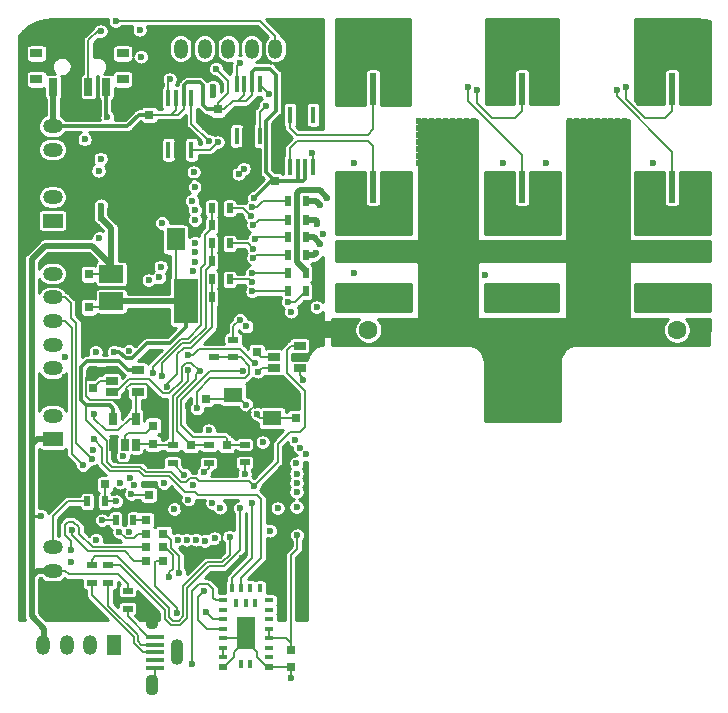
<source format=gbl>
G04 #@! TF.GenerationSoftware,KiCad,Pcbnew,(5.1.5-0)*
G04 #@! TF.CreationDate,2020-06-19T17:54:54+08:00*
G04 #@! TF.ProjectId,TESC,54455343-2e6b-4696-9361-645f70636258,A*
G04 #@! TF.SameCoordinates,Original*
G04 #@! TF.FileFunction,Copper,L4,Bot*
G04 #@! TF.FilePolarity,Positive*
%FSLAX46Y46*%
G04 Gerber Fmt 4.6, Leading zero omitted, Abs format (unit mm)*
G04 Created by KiCad (PCBNEW (5.1.5-0)) date 2020-06-19 17:54:54*
%MOMM*%
%LPD*%
G04 APERTURE LIST*
%ADD10R,1.000000X0.800000*%
%ADD11R,0.700000X1.500000*%
%ADD12R,0.797560X0.797560*%
%ADD13O,1.100000X2.200000*%
%ADD14O,1.100000X1.800000*%
%ADD15R,1.500000X0.450000*%
%ADD16R,0.600000X2.700000*%
%ADD17R,2.300000X2.700000*%
%ADD18R,1.500000X1.950000*%
%ADD19R,0.450000X1.450000*%
%ADD20R,2.500000X1.000000*%
%ADD21R,0.900000X0.500000*%
%ADD22R,0.500000X0.900000*%
%ADD23R,0.750000X0.800000*%
%ADD24R,0.800000X0.750000*%
%ADD25C,1.600000*%
%ADD26O,1.699260X1.198880*%
%ADD27R,1.699260X1.198880*%
%ADD28O,1.198880X1.699260*%
%ADD29R,1.198880X1.699260*%
%ADD30R,5.000000X4.000000*%
%ADD31R,6.000000X5.000000*%
%ADD32R,0.800000X0.550000*%
%ADD33R,0.550000X0.800000*%
%ADD34R,0.400000X0.800000*%
%ADD35R,0.800000X0.400000*%
%ADD36R,1.500000X2.800000*%
%ADD37R,2.000000X3.800000*%
%ADD38R,2.000000X1.500000*%
%ADD39R,1.060000X0.650000*%
%ADD40R,0.650000X1.060000*%
%ADD41R,1.600000X1.300000*%
%ADD42C,0.600000*%
%ADD43C,0.203200*%
%ADD44C,0.406400*%
%ADD45C,0.508000*%
%ADD46C,1.016000*%
%ADD47C,0.304800*%
%ADD48C,0.254000*%
G04 APERTURE END LIST*
D10*
X116619000Y-60592000D03*
X123919000Y-60592000D03*
X123919000Y-58392000D03*
X116619000Y-58392000D03*
D11*
X122519000Y-61242000D03*
X121019000Y-61242000D03*
X118019000Y-61242000D03*
D12*
X125869700Y-101346000D03*
X127368300Y-101346000D03*
X125869700Y-99060000D03*
X127368300Y-99060000D03*
X125869700Y-100203000D03*
X127368300Y-100203000D03*
X127368300Y-97917000D03*
X125869700Y-97917000D03*
D13*
X128519000Y-109100000D03*
D14*
X126369000Y-111900000D03*
X126369000Y-106300000D03*
D15*
X126619000Y-107800000D03*
X126619000Y-110400000D03*
X126619000Y-108450000D03*
X126619000Y-109750000D03*
X126619000Y-109100000D03*
D16*
X145116000Y-69682000D03*
X145116000Y-61382000D03*
D17*
X143166000Y-69682000D03*
X147066000Y-61382000D03*
X147066000Y-69682000D03*
X143166000Y-61382000D03*
D16*
X170434000Y-69682000D03*
X170434000Y-61382000D03*
D17*
X168484000Y-69682000D03*
X172384000Y-61382000D03*
X172384000Y-69682000D03*
X168484000Y-61382000D03*
D16*
X157734000Y-69682000D03*
X157734000Y-61382000D03*
D17*
X155784000Y-69682000D03*
X159684000Y-61382000D03*
X159684000Y-69682000D03*
X155784000Y-61382000D03*
D18*
X128397000Y-71396000D03*
X128397000Y-74146000D03*
D19*
X138090000Y-63586000D03*
X138740000Y-63586000D03*
X139390000Y-63586000D03*
X140040000Y-63586000D03*
X140040000Y-67986000D03*
X139390000Y-67986000D03*
X138740000Y-67986000D03*
X138090000Y-67986000D03*
X135518800Y-65395200D03*
X134868800Y-65395200D03*
X134218800Y-65395200D03*
X133568800Y-65395200D03*
X133568800Y-60995200D03*
X134218800Y-60995200D03*
X134868800Y-60995200D03*
X135518800Y-60995200D03*
X129740300Y-66538200D03*
X129090300Y-66538200D03*
X128440300Y-66538200D03*
X127790300Y-66538200D03*
X127790300Y-62138200D03*
X128440300Y-62138200D03*
X129090300Y-62138200D03*
X129740300Y-62138200D03*
D20*
X143383000Y-78398500D03*
X143383000Y-75398500D03*
X146685000Y-78398500D03*
X146685000Y-75398500D03*
X159385000Y-78398500D03*
X159385000Y-75398500D03*
X156083000Y-78398500D03*
X156083000Y-75398500D03*
X168783000Y-78398500D03*
X168783000Y-75398500D03*
X171958000Y-78398500D03*
X171958000Y-75398500D03*
D21*
X124333000Y-105398000D03*
X124333000Y-103898000D03*
X122682000Y-101739000D03*
X122682000Y-103239000D03*
X121289300Y-101727000D03*
X121289300Y-103227000D03*
D22*
X122416000Y-96329500D03*
X120916000Y-96329500D03*
D21*
X133281000Y-84119000D03*
X133281000Y-82619000D03*
X131684800Y-84130200D03*
X131684800Y-82630200D03*
D22*
X131466500Y-71501000D03*
X132966500Y-71501000D03*
X131466500Y-72961500D03*
X132966500Y-72961500D03*
X131466500Y-74485500D03*
X132966500Y-74485500D03*
X131466500Y-76009500D03*
X132966500Y-76009500D03*
X131466500Y-77533500D03*
X132966500Y-77533500D03*
X131466500Y-79057500D03*
X132966500Y-79057500D03*
X139422000Y-70929500D03*
X137922000Y-70929500D03*
X139421300Y-72466200D03*
X137921300Y-72466200D03*
X139434000Y-73977500D03*
X137934000Y-73977500D03*
X139434000Y-75501500D03*
X137934000Y-75501500D03*
X139434000Y-77025500D03*
X137934000Y-77025500D03*
X139434000Y-78549500D03*
X137934000Y-78549500D03*
D21*
X134239000Y-93028200D03*
X134239000Y-91528200D03*
D23*
X136779000Y-69203000D03*
X136779000Y-67703000D03*
D24*
X122403300Y-94881700D03*
X120903300Y-94881700D03*
D23*
X138557000Y-89269000D03*
X138557000Y-87769000D03*
D24*
X127623000Y-95758000D03*
X126123000Y-95758000D03*
D23*
X130937000Y-87642000D03*
X130937000Y-89142000D03*
X121031000Y-77101000D03*
X121031000Y-78601000D03*
X135255000Y-83681000D03*
X135255000Y-82181000D03*
X131953000Y-63131000D03*
X131953000Y-64631000D03*
X126174500Y-63587500D03*
X126174500Y-65087500D03*
X121031000Y-79895000D03*
X121031000Y-81395000D03*
D25*
X144726000Y-81788000D03*
X149726000Y-81788000D03*
X170842000Y-81788000D03*
X165842000Y-81788000D03*
D26*
X118000000Y-102201520D03*
X118000000Y-100200000D03*
D27*
X118000000Y-104203040D03*
D28*
X117182900Y-108458000D03*
X121183400Y-108458000D03*
X119181880Y-108458000D03*
D29*
X123184920Y-108458000D03*
D28*
X136851260Y-58000000D03*
X134849740Y-58000000D03*
X132848220Y-58000000D03*
X128847720Y-58000000D03*
X130849240Y-58000000D03*
D29*
X126846200Y-58000000D03*
D26*
X117983000Y-77045760D03*
X117983000Y-85049300D03*
X117983000Y-89049800D03*
X117983000Y-87048280D03*
D27*
X117983000Y-91051320D03*
D26*
X117983000Y-83045240D03*
X117983000Y-81043720D03*
X117983000Y-79044740D03*
X117983000Y-64545500D03*
X117983000Y-66547020D03*
X117983000Y-70547520D03*
X117983000Y-68546000D03*
D27*
X117983000Y-72549040D03*
D30*
X145114500Y-57785000D03*
X157734000Y-57785000D03*
X170434000Y-57785000D03*
D31*
X157734000Y-86800000D03*
D23*
X132715000Y-91579000D03*
X132715000Y-93079000D03*
X129667000Y-91579000D03*
X129667000Y-93079000D03*
X126492000Y-91452000D03*
X126492000Y-92952000D03*
X138148000Y-108881000D03*
X138148000Y-110381000D03*
X121412000Y-85229000D03*
X121412000Y-86729000D03*
X126492000Y-88404000D03*
X126492000Y-89904000D03*
D22*
X124829000Y-97917000D03*
X123329000Y-97917000D03*
D21*
X131191000Y-91579000D03*
X131191000Y-93079000D03*
X128143000Y-93067000D03*
X128143000Y-91567000D03*
D32*
X132388000Y-110367000D03*
D33*
X132263000Y-103692000D03*
D34*
X133138000Y-103692000D03*
X133938000Y-103692000D03*
X134738000Y-103692000D03*
X135538000Y-103692000D03*
D33*
X136413000Y-103692000D03*
D35*
X136288000Y-104692000D03*
D32*
X136288000Y-110367000D03*
D34*
X134738000Y-110092000D03*
X133938000Y-110092000D03*
X134338000Y-104892000D03*
D35*
X132388000Y-104692000D03*
D34*
X133538000Y-104892000D03*
X135138000Y-104892000D03*
D35*
X132388000Y-105492000D03*
X132388000Y-106292000D03*
X132388000Y-107092000D03*
X132388000Y-107892000D03*
X132388000Y-108692000D03*
X132388000Y-109492000D03*
X136288000Y-105492000D03*
X136288000Y-106292000D03*
X136288000Y-107092000D03*
X136288000Y-107892000D03*
X136288000Y-108692000D03*
X136288000Y-109492000D03*
D36*
X134338000Y-107492000D03*
D37*
X129261000Y-79375000D03*
D38*
X122961000Y-79375000D03*
X122961000Y-77075000D03*
X122961000Y-81675000D03*
D39*
X136695000Y-85024000D03*
X136695000Y-84074000D03*
X136695000Y-83124000D03*
X138895000Y-83124000D03*
X138895000Y-85024000D03*
X122979000Y-87056000D03*
X122979000Y-86106000D03*
X122979000Y-85156000D03*
X125179000Y-85156000D03*
X125179000Y-87056000D03*
D40*
X125029000Y-89324000D03*
X123129000Y-89324000D03*
X123129000Y-91524000D03*
X124079000Y-91524000D03*
X125029000Y-91524000D03*
D41*
X136556000Y-87285320D03*
X133256000Y-87285320D03*
X133256000Y-89285320D03*
X136556000Y-89285320D03*
D42*
X135763000Y-91313000D03*
X123373151Y-96310846D03*
X131064000Y-69977000D03*
X134874000Y-66800000D03*
X127232128Y-69342000D03*
X131699000Y-69977000D03*
X131699000Y-69342000D03*
X131064000Y-69342000D03*
X134239000Y-66800000D03*
X133604000Y-66802000D03*
X166471600Y-67640200D03*
X165887400Y-67640200D03*
X165303200Y-67640200D03*
X164719000Y-67640200D03*
X164134800Y-67640200D03*
X163550600Y-67640200D03*
X162966400Y-67640200D03*
X162382200Y-67640200D03*
X161798000Y-67640200D03*
X166471600Y-67056000D03*
X165887400Y-67056000D03*
X165303200Y-67056000D03*
X164719000Y-67056000D03*
X164134800Y-67056000D03*
X163550600Y-67056000D03*
X162966400Y-67056000D03*
X162382200Y-67056000D03*
X161798000Y-67056000D03*
X166471600Y-66471800D03*
X165887400Y-66471800D03*
X165303200Y-66471800D03*
X164719000Y-66471800D03*
X164134800Y-66471800D03*
X163550600Y-66471800D03*
X162966400Y-66471800D03*
X162382200Y-66471800D03*
X161798000Y-66471800D03*
X166471600Y-65887600D03*
X165887400Y-65887600D03*
X165303200Y-65887600D03*
X164719000Y-65887600D03*
X164134800Y-65887600D03*
X163550600Y-65887600D03*
X162966400Y-65887600D03*
X162382200Y-65887600D03*
X161798000Y-65887600D03*
X166471600Y-65303400D03*
X165887400Y-65303400D03*
X165303200Y-65303400D03*
X164719000Y-65303400D03*
X164134800Y-65303400D03*
X163550600Y-65303400D03*
X162966400Y-65303400D03*
X162382200Y-65303400D03*
X161798000Y-65303400D03*
X166471600Y-64719200D03*
X165887400Y-64719200D03*
X165303200Y-64719200D03*
X164719000Y-64719200D03*
X164134800Y-64719200D03*
X163550600Y-64719200D03*
X162966400Y-64719200D03*
X162382200Y-64719200D03*
X161798000Y-64719200D03*
X166471600Y-64135000D03*
X165887400Y-64135000D03*
X165303200Y-64135000D03*
X164719000Y-64135000D03*
X164134800Y-64135000D03*
X163550600Y-64135000D03*
X162966400Y-64135000D03*
X162382200Y-64135000D03*
X153644600Y-67640200D03*
X153060400Y-67640200D03*
X152476200Y-67640200D03*
X151892000Y-67640200D03*
X151307800Y-67640200D03*
X150723600Y-67640200D03*
X150139400Y-67640200D03*
X149555200Y-67640200D03*
X148971000Y-67640200D03*
X153644600Y-67056000D03*
X153060400Y-67056000D03*
X152476200Y-67056000D03*
X151892000Y-67056000D03*
X151307800Y-67056000D03*
X150723600Y-67056000D03*
X150139400Y-67056000D03*
X149555200Y-67056000D03*
X148971000Y-67056000D03*
X153644600Y-66471800D03*
X153060400Y-66471800D03*
X152476200Y-66471800D03*
X151892000Y-66471800D03*
X151307800Y-66471800D03*
X150723600Y-66471800D03*
X150139400Y-66471800D03*
X149555200Y-66471800D03*
X148971000Y-66471800D03*
X153644600Y-65887600D03*
X153060400Y-65887600D03*
X152476200Y-65887600D03*
X151892000Y-65887600D03*
X151307800Y-65887600D03*
X150723600Y-65887600D03*
X150139400Y-65887600D03*
X149555200Y-65887600D03*
X148971000Y-65887600D03*
X153644600Y-65303400D03*
X153060400Y-65303400D03*
X152476200Y-65303400D03*
X151892000Y-65303400D03*
X151307800Y-65303400D03*
X150723600Y-65303400D03*
X150139400Y-65303400D03*
X149555200Y-65303400D03*
X148971000Y-65303400D03*
X153644600Y-64719200D03*
X153060400Y-64719200D03*
X152476200Y-64719200D03*
X151892000Y-64719200D03*
X151307800Y-64719200D03*
X150723600Y-64719200D03*
X150139400Y-64719200D03*
X149555200Y-64719200D03*
X148971000Y-64719200D03*
X153644600Y-64135000D03*
X153060400Y-64135000D03*
X152476200Y-64135000D03*
X151892000Y-64135000D03*
X151307800Y-64135000D03*
X150723600Y-64135000D03*
X150139400Y-64135000D03*
X149555200Y-64135000D03*
X161798000Y-64135000D03*
X148971000Y-64135000D03*
X134620000Y-79756000D03*
X135128000Y-80264000D03*
X134112000Y-79248000D03*
X136906000Y-64516000D03*
X138148000Y-111282000D03*
X136598600Y-102265000D03*
X138049000Y-86614000D03*
X124849867Y-96930195D03*
X126365000Y-83693000D03*
X134620000Y-90297000D03*
X129476214Y-88223275D03*
X127516448Y-89653548D03*
X117475000Y-94869000D03*
X119126000Y-94869000D03*
X132333990Y-99949000D03*
X133995745Y-101102745D03*
X129023272Y-96785623D03*
X125095000Y-60705994D03*
X125730000Y-60706000D03*
X126365000Y-60706000D03*
X118999000Y-75565000D03*
X119060575Y-85813373D03*
X127866447Y-81915000D03*
X125349000Y-75946000D03*
X124460000Y-75565000D03*
X124079000Y-72009000D03*
X135331202Y-88925400D03*
X124663196Y-95681800D03*
X135043559Y-70650810D03*
X119500000Y-101492000D03*
X131826000Y-59690000D03*
X123190000Y-83642200D03*
X139171432Y-86006018D03*
X123647200Y-98907600D03*
X138694745Y-99197745D03*
X121492990Y-88886035D03*
X121945399Y-74015600D03*
X131191000Y-90297000D03*
X134357830Y-88119733D03*
X122047000Y-67310000D03*
X131572000Y-61214000D03*
X131554155Y-61889155D03*
X122618498Y-63817500D03*
X122072400Y-71272400D03*
X122072400Y-72313800D03*
X117000000Y-97536000D03*
X134801900Y-72182240D03*
X143000000Y-71500000D03*
X143624840Y-71500000D03*
X144249680Y-71500000D03*
X146124200Y-71500000D03*
X146749040Y-71500000D03*
X147373880Y-71500000D03*
X147998720Y-71500000D03*
X143000000Y-72124840D03*
X143624840Y-72124840D03*
X144249680Y-72124840D03*
X144874520Y-72124840D03*
X145499360Y-72124840D03*
X146124200Y-72124840D03*
X146749040Y-72124840D03*
X147373880Y-72124840D03*
X147998720Y-72124840D03*
X143624840Y-72749680D03*
X144249680Y-72749680D03*
X144874520Y-72749680D03*
X145499360Y-72749680D03*
X146124200Y-72749680D03*
X146749040Y-72749680D03*
X147373880Y-72749680D03*
X147998720Y-72749680D03*
X143624840Y-73374520D03*
X144249680Y-73374520D03*
X144874520Y-73374520D03*
X145499360Y-73374520D03*
X146124200Y-73374520D03*
X146749040Y-73374520D03*
X147373880Y-73374520D03*
X147998720Y-73374520D03*
X143002000Y-72771000D03*
X155575000Y-71501000D03*
X140843000Y-73660000D03*
X134981000Y-74919000D03*
X156197300Y-71501000D03*
X156819600Y-71501000D03*
X158686500Y-71501000D03*
X159308800Y-71501000D03*
X159931100Y-71501000D03*
X160553400Y-71501000D03*
X155575000Y-72123300D03*
X156197300Y-72123300D03*
X156819600Y-72123300D03*
X157441900Y-72123300D03*
X158064200Y-72123300D03*
X158686500Y-72123300D03*
X159308800Y-72123300D03*
X159931100Y-72123300D03*
X160553400Y-72123300D03*
X155575000Y-72745600D03*
X156197300Y-72745600D03*
X156819600Y-72745600D03*
X157441900Y-72745600D03*
X158064200Y-72745600D03*
X158686500Y-72745600D03*
X159308800Y-72745600D03*
X159931100Y-72745600D03*
X160553400Y-72745600D03*
X155575000Y-73367900D03*
X156197300Y-73367900D03*
X156819600Y-73367900D03*
X157441900Y-73367900D03*
X158064200Y-73367900D03*
X158686500Y-73367900D03*
X159308800Y-73367900D03*
X159931100Y-73367900D03*
X160553400Y-73367900D03*
X168275000Y-71501000D03*
X134866829Y-77759634D03*
X168897300Y-71501000D03*
X169519600Y-71501000D03*
X171386500Y-71501000D03*
X172008800Y-71501000D03*
X172631100Y-71501000D03*
X173253400Y-71501000D03*
X168275000Y-72123300D03*
X168897300Y-72123300D03*
X169519600Y-72123300D03*
X170141900Y-72123300D03*
X170764200Y-72123300D03*
X171386500Y-72123300D03*
X172008800Y-72123300D03*
X172631100Y-72123300D03*
X173253400Y-72123300D03*
X168275000Y-72745600D03*
X168897300Y-72745600D03*
X169519600Y-72745600D03*
X170141900Y-72745600D03*
X170764200Y-72745600D03*
X171386500Y-72745600D03*
X172008800Y-72745600D03*
X172631100Y-72745600D03*
X173253400Y-72745600D03*
X168275000Y-73367900D03*
X168897300Y-73367900D03*
X169519600Y-73367900D03*
X170141900Y-73367900D03*
X170764200Y-73367900D03*
X171386500Y-73367900D03*
X172008800Y-73367900D03*
X138176000Y-80264016D03*
X167513000Y-79375000D03*
X133731000Y-68580000D03*
X134391400Y-81508600D03*
X133834000Y-80957296D03*
X134162800Y-68148200D03*
X143383000Y-79375000D03*
X144018000Y-79375000D03*
X144653000Y-79375000D03*
X145288000Y-79375000D03*
X145923000Y-79375000D03*
X146558000Y-79375000D03*
X147193000Y-79375000D03*
X147828000Y-79375000D03*
X142113000Y-80010000D03*
X142748000Y-80010000D03*
X143383000Y-80010000D03*
X144018000Y-80010000D03*
X144653000Y-80010000D03*
X145288000Y-80010000D03*
X145923000Y-80010000D03*
X146558000Y-80010000D03*
X147193000Y-80010000D03*
X147828000Y-80010000D03*
X155448000Y-79375000D03*
X156083000Y-79375000D03*
X156718000Y-79375000D03*
X157353000Y-79375000D03*
X157988000Y-79375000D03*
X158623000Y-79375000D03*
X159258000Y-79375000D03*
X159893000Y-79375000D03*
X160528000Y-79375000D03*
X154813000Y-80010000D03*
X155448000Y-80010000D03*
X156083000Y-80010000D03*
X156718000Y-80010000D03*
X157353000Y-80010000D03*
X157988000Y-80010000D03*
X158623000Y-80010000D03*
X159258000Y-80010000D03*
X159893000Y-80010000D03*
X160528000Y-80010000D03*
X168148000Y-79375000D03*
X168783000Y-79375000D03*
X169418000Y-79375000D03*
X170053000Y-79375000D03*
X170688000Y-79375000D03*
X171323000Y-79375000D03*
X171958000Y-79375000D03*
X167513000Y-80010000D03*
X168148000Y-80010000D03*
X168783000Y-80010000D03*
X169418000Y-80010000D03*
X170053000Y-80010000D03*
X170688000Y-80010000D03*
X171323000Y-80010000D03*
X171958000Y-80010000D03*
X172593000Y-80010000D03*
X173228000Y-80010000D03*
X154813000Y-79375000D03*
X135382000Y-85344000D03*
X134077066Y-85268411D03*
X130429000Y-85268430D03*
X140334994Y-79883000D03*
X135153776Y-84627036D03*
X124470635Y-83577501D03*
X129413000Y-83947000D03*
X129485668Y-85236022D03*
X123954848Y-92506426D03*
X130860906Y-99656566D03*
X131699000Y-99440996D03*
X125476000Y-58673996D03*
X125349000Y-56388000D03*
X120696010Y-65670151D03*
X130114793Y-99559412D03*
X122047000Y-56515002D03*
X123317000Y-55654394D03*
X121285000Y-92710000D03*
X121483410Y-91051407D03*
X121365990Y-91948000D03*
X136398006Y-98806000D03*
X138637990Y-96801922D03*
X133857998Y-96901000D03*
X132969000Y-99314000D03*
X128706578Y-102362000D03*
X127863596Y-102717600D03*
X128482403Y-105790264D03*
X121873990Y-68326000D03*
X129921000Y-68453000D03*
X130193612Y-88450131D03*
X126492000Y-85471004D03*
X127254000Y-85725002D03*
X127640348Y-86619768D03*
X147039000Y-58901000D03*
X146404000Y-58901000D03*
X145769000Y-58901000D03*
X145134000Y-58901000D03*
X144499000Y-58901000D03*
X143864000Y-58901000D03*
X143229000Y-58901000D03*
X147039000Y-58266000D03*
X146404000Y-58266000D03*
X145769000Y-58266000D03*
X145134000Y-58266000D03*
X144499000Y-58266000D03*
X143864000Y-58266000D03*
X143229000Y-58266000D03*
X147039000Y-57631000D03*
X146404000Y-57631000D03*
X145769000Y-57631000D03*
X145134000Y-57631000D03*
X144499000Y-57631000D03*
X143864000Y-57631000D03*
X143229000Y-57631000D03*
X147039000Y-56996000D03*
X146404000Y-56996000D03*
X145769000Y-56996000D03*
X145134000Y-56996000D03*
X144499000Y-56996000D03*
X143864000Y-56996000D03*
X143229000Y-56996000D03*
X147039000Y-56361000D03*
X146404000Y-56361000D03*
X145769000Y-56361000D03*
X145134000Y-56361000D03*
X144499000Y-56361000D03*
X143864000Y-56361000D03*
X143229000Y-56361000D03*
X134859694Y-71406578D03*
X134983565Y-72918030D03*
X159639000Y-58901000D03*
X159004000Y-58901000D03*
X158369000Y-58901000D03*
X157734000Y-58901000D03*
X157099000Y-58901000D03*
X156464000Y-58901000D03*
X155829000Y-58901000D03*
X159639000Y-58266000D03*
X159004000Y-58266000D03*
X158369000Y-58266000D03*
X157734000Y-58266000D03*
X157099000Y-58266000D03*
X156464000Y-58266000D03*
X155829000Y-58266000D03*
X159639000Y-57631000D03*
X159004000Y-57631000D03*
X158369000Y-57631000D03*
X157734000Y-57631000D03*
X157099000Y-57631000D03*
X156464000Y-57631000D03*
X155829000Y-57631000D03*
X159639000Y-56996000D03*
X159004000Y-56996000D03*
X158369000Y-56996000D03*
X157734000Y-56996000D03*
X157099000Y-56996000D03*
X156464000Y-56996000D03*
X155829000Y-56996000D03*
X159639000Y-56361000D03*
X159004000Y-56361000D03*
X158369000Y-56361000D03*
X157734000Y-56361000D03*
X157099000Y-56361000D03*
X156464000Y-56361000D03*
X155829000Y-56361000D03*
X135081000Y-74119000D03*
X134981000Y-75719000D03*
X172339000Y-58901000D03*
X171704000Y-58901000D03*
X171069000Y-58901000D03*
X170434000Y-58901000D03*
X169799000Y-58901000D03*
X169164000Y-58901000D03*
X168529000Y-58901000D03*
X172339000Y-58266000D03*
X171704000Y-58266000D03*
X171069000Y-58266000D03*
X170434000Y-58266000D03*
X169799000Y-58266000D03*
X169164000Y-58266000D03*
X168529000Y-58266000D03*
X172339000Y-57631000D03*
X171704000Y-57631000D03*
X171069000Y-57631000D03*
X170434000Y-57631000D03*
X169799000Y-57631000D03*
X169164000Y-57631000D03*
X168529000Y-57631000D03*
X172339000Y-56996000D03*
X171704000Y-56996000D03*
X171069000Y-56996000D03*
X170434000Y-56996000D03*
X169799000Y-56996000D03*
X169164000Y-56996000D03*
X168529000Y-56996000D03*
X172339000Y-56361000D03*
X171704000Y-56361000D03*
X171069000Y-56361000D03*
X170434000Y-56361000D03*
X169799000Y-56361000D03*
X169164000Y-56361000D03*
X168529000Y-56361000D03*
X134860669Y-76981846D03*
X134889640Y-78537112D03*
X139953998Y-66848010D03*
X134239000Y-93980000D03*
X133858000Y-59182000D03*
X130810000Y-93853000D03*
X129098650Y-94052717D03*
X127889000Y-60579004D03*
X130081000Y-76019000D03*
X128293140Y-96967368D03*
X127127000Y-76453990D03*
X128574250Y-99568000D03*
X129326661Y-99568000D03*
X126111000Y-77597000D03*
X129794000Y-70866000D03*
X131516902Y-96464304D03*
X127235055Y-72768890D03*
X138637990Y-95511593D03*
X130048000Y-72517004D03*
X138637990Y-94750777D03*
X130048887Y-71633226D03*
X138637990Y-93970921D03*
X119587990Y-98715145D03*
X123698000Y-94742000D03*
X119507000Y-100457000D03*
X124497033Y-94325659D03*
X130040229Y-75242258D03*
X132162712Y-96850378D03*
X129901590Y-76826915D03*
X129476469Y-96185010D03*
X129858399Y-94911909D03*
X127000002Y-77355385D03*
X138625301Y-93092742D03*
X130048000Y-74422000D03*
X130048000Y-69723000D03*
X138546340Y-91152529D03*
X121666000Y-99568000D03*
X138935171Y-91796682D03*
X124475365Y-98881671D03*
X139472582Y-92329000D03*
X136017000Y-62865000D03*
X153924000Y-61468000D03*
X136271000Y-61849000D03*
X153162000Y-61214000D03*
X166497000Y-61214000D03*
X131953000Y-65913000D03*
X165735000Y-61468000D03*
X131191000Y-65786000D03*
X140335000Y-72842410D03*
X143510000Y-67691000D03*
X140589006Y-71247000D03*
X143510000Y-77017590D03*
X140600000Y-74500000D03*
X154635197Y-77165203D03*
X140300000Y-75300000D03*
X156083000Y-67691000D03*
X159766000Y-67691000D03*
X141224000Y-70612000D03*
X168783000Y-67691000D03*
X137904193Y-79451912D03*
X130810000Y-103886000D03*
X130937000Y-105664000D03*
X120570694Y-93259226D03*
X127392255Y-94762621D03*
X134874000Y-96439010D03*
X129794000Y-110108998D03*
X122174000Y-97917000D03*
X137033000Y-96901000D03*
X118999000Y-84074000D03*
X124907284Y-94956386D03*
X121623887Y-83654021D03*
X135001000Y-94996000D03*
D43*
X122403300Y-94881700D02*
X122403300Y-96316800D01*
X122403300Y-96316800D02*
X122416000Y-96329500D01*
X123354497Y-96329500D02*
X123373151Y-96310846D01*
X122416000Y-96329500D02*
X123354497Y-96329500D01*
D44*
X134218800Y-65395200D02*
X134218800Y-66779800D01*
X134218800Y-66779800D02*
X134239000Y-66800000D01*
X134868800Y-65395200D02*
X134868800Y-66794800D01*
X134868800Y-66794800D02*
X134874000Y-66800000D01*
D43*
X132334000Y-92292000D02*
X132481000Y-92292000D01*
X129281000Y-92292000D02*
X132334000Y-92292000D01*
X138740000Y-63586000D02*
X138740000Y-62657800D01*
X138740000Y-62657800D02*
X138312200Y-62230000D01*
X131684800Y-82630200D02*
X131684800Y-82177000D01*
X131684800Y-82177000D02*
X132966500Y-80895300D01*
X128567800Y-65087500D02*
X126174500Y-65087500D01*
X128440300Y-65610000D02*
X127917800Y-65087500D01*
X128440300Y-66538200D02*
X128440300Y-65610000D01*
X129090300Y-66538200D02*
X129090300Y-65610000D01*
X129090300Y-65610000D02*
X128567800Y-65087500D01*
X134218800Y-65395200D02*
X134218800Y-64467000D01*
X134218800Y-64467000D02*
X133672300Y-63920500D01*
X134868800Y-65395200D02*
X134868800Y-64467000D01*
X134868800Y-64467000D02*
X134322300Y-63920500D01*
X132481000Y-92292000D02*
X132715000Y-92526000D01*
X132715000Y-92526000D02*
X132715000Y-93028200D01*
X129281000Y-92292000D02*
X129534000Y-92292000D01*
X129534000Y-92292000D02*
X129667000Y-92425000D01*
X129667000Y-92425000D02*
X129667000Y-93028200D01*
X132966500Y-79057500D02*
X132500500Y-79057500D01*
X132500500Y-79057500D02*
X132281000Y-78838000D01*
X132281000Y-78838000D02*
X132281000Y-76538000D01*
X132281000Y-76538000D02*
X132281000Y-73138000D01*
X132281000Y-76538000D02*
X132281000Y-76241800D01*
X132281000Y-76241800D02*
X132513300Y-76009500D01*
X132513300Y-76009500D02*
X132966500Y-76009500D01*
X132281000Y-73138000D02*
X132457500Y-72961500D01*
X132457500Y-72961500D02*
X132966500Y-72961500D01*
X130764001Y-69042001D02*
X131064000Y-69342000D01*
X127532127Y-69042001D02*
X130764001Y-69042001D01*
X127232128Y-69342000D02*
X127532127Y-69042001D01*
X132966500Y-80895300D02*
X132966500Y-80388500D01*
X132966500Y-80388500D02*
X132966500Y-79057500D01*
X132966500Y-80514300D02*
X132966500Y-80388500D01*
D45*
X134112006Y-79248000D02*
X134112000Y-79248000D01*
X133921500Y-79057500D02*
X134112000Y-79248000D01*
X132966500Y-79057500D02*
X133921500Y-79057500D01*
D46*
X134112000Y-79248000D02*
X135128000Y-80264000D01*
X133816736Y-66800000D02*
X134874000Y-66800000D01*
X131064000Y-69977000D02*
X131064000Y-69552736D01*
X131064000Y-69552736D02*
X133816736Y-66800000D01*
D43*
X132531200Y-64631000D02*
X133241700Y-63920500D01*
X131953000Y-64631000D02*
X132531200Y-64631000D01*
X133241700Y-63920500D02*
X134322300Y-63920500D01*
X138962200Y-62230000D02*
X137668000Y-62230000D01*
X137414000Y-66167000D02*
X136779000Y-66802000D01*
X139390000Y-63586000D02*
X139390000Y-62657800D01*
X137414000Y-62484000D02*
X137414000Y-66167000D01*
X137668000Y-62230000D02*
X137414000Y-62484000D01*
X136779000Y-66802000D02*
X136779000Y-67703000D01*
X139390000Y-62657800D02*
X138962200Y-62230000D01*
X122681000Y-81395000D02*
X122961000Y-81675000D01*
X121031000Y-81395000D02*
X122681000Y-81395000D01*
X122906000Y-85229000D02*
X122979000Y-85156000D01*
X121412000Y-85229000D02*
X122906000Y-85229000D01*
X136198000Y-83124000D02*
X135255000Y-82181000D01*
X136695000Y-83124000D02*
X136198000Y-83124000D01*
X133384800Y-109095200D02*
X134338000Y-108142000D01*
X133384800Y-109495200D02*
X133384800Y-109095200D01*
X132513000Y-110367000D02*
X133384800Y-109495200D01*
X132388000Y-110367000D02*
X132513000Y-110367000D01*
X134338000Y-108142000D02*
X134338000Y-107492000D01*
X135291200Y-109495200D02*
X135291200Y-109095200D01*
X135291200Y-109095200D02*
X134338000Y-108142000D01*
X136163000Y-110367000D02*
X135291200Y-109495200D01*
X136288000Y-110367000D02*
X136163000Y-110367000D01*
X138148000Y-110381000D02*
X138148000Y-111282000D01*
X133938000Y-107892000D02*
X134338000Y-107492000D01*
X132388000Y-107892000D02*
X133938000Y-107892000D01*
X128270000Y-71396000D02*
X128270000Y-71171000D01*
X126492000Y-92529400D02*
X126492000Y-92952000D01*
X126729400Y-92292000D02*
X126492000Y-92529400D01*
X129281000Y-92292000D02*
X126729400Y-92292000D01*
X126619000Y-111650000D02*
X126369000Y-111900000D01*
X126619000Y-110400000D02*
X126619000Y-111650000D01*
X136413000Y-102450600D02*
X136598600Y-102265000D01*
X136413000Y-103692000D02*
X136413000Y-102450600D01*
X135255000Y-80391000D02*
X135128000Y-80264000D01*
X135255000Y-82181000D02*
X135255000Y-80391000D01*
X138557000Y-87769000D02*
X138557000Y-87122000D01*
X138557000Y-87122000D02*
X138049000Y-86614000D01*
X137039680Y-87769000D02*
X136556000Y-87285320D01*
X138557000Y-87769000D02*
X137039680Y-87769000D01*
X136049756Y-87285320D02*
X136556000Y-87285320D01*
X134049756Y-89285320D02*
X136049756Y-87285320D01*
X133256000Y-89285320D02*
X134049756Y-89285320D01*
X132985680Y-89015000D02*
X133256000Y-89285320D01*
X135046999Y-90723999D02*
X134620000Y-90297000D01*
X135046999Y-91877403D02*
X135046999Y-90723999D01*
X134632402Y-92292000D02*
X135046999Y-91877403D01*
X132334000Y-92292000D02*
X134632402Y-92292000D01*
X133112680Y-89142000D02*
X133256000Y-89285320D01*
X130937000Y-89142000D02*
X133112680Y-89142000D01*
X126492000Y-88404000D02*
X127070200Y-88404000D01*
X127070200Y-88404000D02*
X127516448Y-88850248D01*
X127516448Y-88850248D02*
X127516448Y-89653548D01*
X119138700Y-94881700D02*
X119126000Y-94869000D01*
X120903300Y-94881700D02*
X119138700Y-94881700D01*
X117475000Y-94869000D02*
X119126000Y-94869000D01*
X120401999Y-80710640D02*
X121031000Y-81339641D01*
X121031000Y-81339641D02*
X121031000Y-81395000D01*
X120401999Y-79171801D02*
X120401999Y-80710640D01*
X120972800Y-78601000D02*
X120401999Y-79171801D01*
X121031000Y-78601000D02*
X120972800Y-78601000D01*
X129970675Y-89142000D02*
X130937000Y-89142000D01*
X129476214Y-88647539D02*
X129970675Y-89142000D01*
X129476214Y-88223275D02*
X129476214Y-88647539D01*
X126492000Y-92952000D02*
X125913800Y-92952000D01*
X123540427Y-93060427D02*
X123129000Y-92649000D01*
X125913800Y-92952000D02*
X125805373Y-93060427D01*
X123129000Y-92649000D02*
X123129000Y-91524000D01*
X125805373Y-93060427D02*
X123540427Y-93060427D01*
X129023272Y-96785623D02*
X130948623Y-96785623D01*
X129023272Y-97209887D02*
X128316159Y-97917000D01*
X127623000Y-95758000D02*
X128226200Y-95758000D01*
X130948623Y-96785623D02*
X132333990Y-98170990D01*
X132333990Y-98170990D02*
X132333990Y-99949000D01*
X128226200Y-95758000D02*
X129023272Y-96555072D01*
X129023272Y-96555072D02*
X129023272Y-96785623D01*
X129023272Y-96785623D02*
X129023272Y-97209887D01*
X128316159Y-97917000D02*
X127368300Y-97917000D01*
X132263000Y-102835490D02*
X132263000Y-103692000D01*
X133995745Y-101102745D02*
X132263000Y-102835490D01*
X136302000Y-110381000D02*
X136288000Y-110367000D01*
X138148000Y-110381000D02*
X136302000Y-110381000D01*
D45*
X126846200Y-60351800D02*
X126846200Y-58000000D01*
X126492006Y-60705994D02*
X126846200Y-60351800D01*
X125095000Y-60705994D02*
X126492006Y-60705994D01*
D43*
X126492000Y-86995000D02*
X126492000Y-88404000D01*
X125857000Y-86360000D02*
X126492000Y-86995000D01*
X124206000Y-86741000D02*
X124587000Y-86360000D01*
X124206000Y-87503000D02*
X124206000Y-86741000D01*
X123952000Y-87757000D02*
X124206000Y-87503000D01*
X121127875Y-87757000D02*
X123952000Y-87757000D01*
X121400000Y-85229000D02*
X120782999Y-85846001D01*
X120782999Y-87412124D02*
X121127875Y-87757000D01*
X120782999Y-85846001D02*
X120782999Y-87412124D01*
X124587000Y-86360000D02*
X125857000Y-86360000D01*
X121412000Y-85229000D02*
X121400000Y-85229000D01*
X128397000Y-71120000D02*
X128397000Y-71396000D01*
X127232128Y-69955128D02*
X128397000Y-71120000D01*
X127232128Y-69342000D02*
X127232128Y-69955128D01*
X136572320Y-89269000D02*
X136556000Y-89285320D01*
X138557000Y-89269000D02*
X136572320Y-89269000D01*
X135331202Y-89063722D02*
X135331202Y-88925400D01*
X136556000Y-89285320D02*
X135552800Y-89285320D01*
X135552800Y-89285320D02*
X135331202Y-89063722D01*
X124739396Y-95758000D02*
X124663196Y-95681800D01*
X126123000Y-95758000D02*
X124739396Y-95758000D01*
X134371700Y-62420500D02*
X133721700Y-62420500D01*
X134868800Y-61923400D02*
X134371700Y-62420500D01*
X134868800Y-60995200D02*
X134868800Y-61923400D01*
X134218800Y-60995200D02*
X134218800Y-61923400D01*
X134218800Y-61923400D02*
X133721700Y-62420500D01*
X128016000Y-63587500D02*
X128563500Y-63587500D01*
X128563500Y-63587500D02*
X129090300Y-63060700D01*
X129090300Y-63060700D02*
X129090300Y-62138200D01*
X126174500Y-63587500D02*
X128016000Y-63587500D01*
X128440300Y-62138200D02*
X128440300Y-63163200D01*
X128440300Y-63163200D02*
X128016000Y-63587500D01*
D47*
X125261500Y-63587500D02*
X126174500Y-63587500D01*
X139202800Y-69203000D02*
X138557000Y-69203000D01*
X138557000Y-69203000D02*
X136779000Y-69203000D01*
X138740000Y-69020000D02*
X138557000Y-69203000D01*
X138740000Y-67986000D02*
X138740000Y-69020000D01*
X139390000Y-69015800D02*
X139202800Y-69203000D01*
X139390000Y-67986000D02*
X139390000Y-69015800D01*
X136491369Y-69203000D02*
X135043559Y-70650810D01*
X136779000Y-69203000D02*
X136491369Y-69203000D01*
D43*
X133241700Y-62420500D02*
X134371700Y-62420500D01*
X132531200Y-63131000D02*
X133241700Y-62420500D01*
X131953000Y-63131000D02*
X132531200Y-63131000D01*
X131953000Y-62611000D02*
X131953000Y-63131000D01*
X132842000Y-60706000D02*
X132842000Y-61722000D01*
X132842000Y-61722000D02*
X131953000Y-62611000D01*
X131826000Y-59690000D02*
X132842000Y-60706000D01*
D47*
X134868800Y-59965400D02*
X134868800Y-60995200D01*
X135144200Y-59690000D02*
X134868800Y-59965400D01*
X136398000Y-59690000D02*
X135144200Y-59690000D01*
X136906000Y-60198000D02*
X136398000Y-59690000D01*
X136779000Y-69203000D02*
X136779000Y-69178000D01*
X136779000Y-69178000D02*
X136048601Y-68447601D01*
X136906000Y-63246000D02*
X136906000Y-60198000D01*
X136048601Y-68447601D02*
X136048601Y-64103399D01*
X136048601Y-64103399D02*
X136906000Y-63246000D01*
X131064000Y-63119000D02*
X131953000Y-63119000D01*
X130683000Y-62738000D02*
X131064000Y-63119000D01*
X129090301Y-61108399D02*
X129365700Y-60833000D01*
X130683000Y-61087000D02*
X130683000Y-62738000D01*
X130429000Y-60833000D02*
X130683000Y-61087000D01*
X129365700Y-60833000D02*
X130429000Y-60833000D01*
X129090300Y-62138200D02*
X129090301Y-61108399D01*
D43*
X122441000Y-79895000D02*
X122961000Y-79375000D01*
X121031000Y-79895000D02*
X122441000Y-79895000D01*
X124460000Y-79375000D02*
X122961000Y-79375000D01*
X136288000Y-107092000D02*
X136288000Y-107892000D01*
X138895000Y-85024000D02*
X138895000Y-85602586D01*
X138895000Y-85602586D02*
X139171432Y-85879018D01*
X129261000Y-80275000D02*
X129261000Y-79375000D01*
X129261000Y-79400000D02*
X129261000Y-79375000D01*
X124180600Y-99441000D02*
X123647200Y-98907600D01*
X124841000Y-99441000D02*
X124180600Y-99441000D01*
X125222000Y-99060000D02*
X124841000Y-99441000D01*
X125869700Y-99060000D02*
X125222000Y-99060000D01*
X125029000Y-87206000D02*
X125179000Y-87056000D01*
X125029000Y-89324000D02*
X125029000Y-87206000D01*
D45*
X122961000Y-79375000D02*
X129261000Y-79375000D01*
D47*
X128524000Y-78638000D02*
X129261000Y-79375000D01*
D43*
X138148000Y-100866000D02*
X138694745Y-100319255D01*
X138694745Y-100319255D02*
X138694745Y-99197745D01*
X138148000Y-108881000D02*
X138148000Y-100866000D01*
X137762200Y-107892000D02*
X138148000Y-108277800D01*
X138148000Y-108277800D02*
X138148000Y-108881000D01*
X136288000Y-107892000D02*
X137762200Y-107892000D01*
D45*
X118019000Y-64509500D02*
X117983000Y-64545500D01*
X118019000Y-61242000D02*
X118019000Y-64509500D01*
D47*
X124303500Y-64545500D02*
X125261500Y-63587500D01*
X123795500Y-64545500D02*
X124303500Y-64545500D01*
X117983000Y-64545500D02*
X123795500Y-64545500D01*
X123795500Y-64545500D02*
X124049500Y-64545500D01*
D43*
X128397000Y-78511000D02*
X129261000Y-79375000D01*
X128397000Y-74146000D02*
X128397000Y-78511000D01*
D47*
X129261000Y-81559000D02*
X129261000Y-79375000D01*
X127889000Y-82931000D02*
X129261000Y-81559000D01*
X125984000Y-82931000D02*
X127889000Y-82931000D01*
X124714000Y-84201000D02*
X125984000Y-82931000D01*
X124199028Y-84201000D02*
X124714000Y-84201000D01*
X123640228Y-83642200D02*
X124199028Y-84201000D01*
X123190000Y-83642200D02*
X123640228Y-83642200D01*
D43*
X121492990Y-89310299D02*
X121492990Y-88886035D01*
X125029000Y-89324000D02*
X124500800Y-89324000D01*
X123527800Y-90297000D02*
X122479691Y-90297000D01*
X122479691Y-90297000D02*
X121492990Y-89310299D01*
X124500800Y-89324000D02*
X123527800Y-90297000D01*
X133026320Y-87388000D02*
X133256000Y-87158320D01*
X132899320Y-87515000D02*
X133256000Y-87158320D01*
X130937000Y-87642000D02*
X132899320Y-87642000D01*
X133523417Y-87285320D02*
X134357830Y-88119733D01*
X133256000Y-87285320D02*
X133523417Y-87285320D01*
X116295000Y-97795000D02*
X116205000Y-97795000D01*
D45*
X116205000Y-91725690D02*
X116205000Y-92202000D01*
X116625370Y-91059000D02*
X116205000Y-91479370D01*
X117983000Y-91051320D02*
X116625370Y-91051320D01*
X116205000Y-106061000D02*
X117254020Y-107110020D01*
X117254020Y-107110020D02*
X117254020Y-108474000D01*
X116642370Y-102201520D02*
X118000000Y-102201520D01*
X116205000Y-102638890D02*
X116642370Y-102201520D01*
X116205000Y-102870000D02*
X116205000Y-102638890D01*
X116205000Y-102870000D02*
X116205000Y-106045000D01*
X131572000Y-61871310D02*
X131554155Y-61889155D01*
X131572000Y-61214000D02*
X131572000Y-61871310D01*
D43*
X122935000Y-77101000D02*
X122961000Y-77075000D01*
X121031000Y-77101000D02*
X122935000Y-77101000D01*
D45*
X122072400Y-72313800D02*
X122072400Y-71272400D01*
X116205000Y-97795000D02*
X116205000Y-98425000D01*
X116205000Y-98425000D02*
X116205000Y-102870000D01*
X116205000Y-98425000D02*
X116205000Y-97790000D01*
D48*
X116205000Y-97409000D02*
X116332000Y-97536000D01*
X116332000Y-97536000D02*
X117000000Y-97536000D01*
D45*
X116205000Y-92202000D02*
X116205000Y-97409000D01*
X116205000Y-97409000D02*
X116205000Y-97795000D01*
D43*
X119052830Y-102201520D02*
X119340310Y-102489000D01*
X118000000Y-102201520D02*
X119052830Y-102201520D01*
X119340310Y-102489000D02*
X123504200Y-102489000D01*
X124333000Y-103317800D02*
X123504200Y-102489000D01*
X124333000Y-103898000D02*
X124333000Y-103317800D01*
D47*
X122519000Y-63718002D02*
X122618498Y-63817500D01*
X122519000Y-61242000D02*
X122519000Y-63718002D01*
D45*
X117348000Y-74676000D02*
X121361200Y-74676000D01*
X116205000Y-75819000D02*
X117348000Y-74676000D01*
X122961000Y-76275800D02*
X122961000Y-77075000D01*
X121361200Y-74676000D02*
X122961000Y-76275800D01*
X116205000Y-92202000D02*
X116205000Y-75819000D01*
X122961400Y-73202800D02*
X122072400Y-72313800D01*
X122961000Y-74905000D02*
X122961400Y-74904600D01*
X122961400Y-74904600D02*
X122961400Y-73202800D01*
X122961000Y-77075000D02*
X122961000Y-74905000D01*
D43*
X134120660Y-71501000D02*
X134801900Y-72182240D01*
X132966500Y-71501000D02*
X134120660Y-71501000D01*
X134928500Y-74866500D02*
X134981000Y-74919000D01*
X134547500Y-74485500D02*
X134981000Y-74919000D01*
X132966500Y-74485500D02*
X134547500Y-74485500D01*
X134640695Y-77533500D02*
X134866829Y-77759634D01*
X132966500Y-77533500D02*
X134640695Y-77533500D01*
X133281000Y-82619000D02*
X133281000Y-81510296D01*
X133281000Y-81510296D02*
X133834000Y-80957296D01*
X135702000Y-85024000D02*
X135382000Y-85344000D01*
X136695000Y-85024000D02*
X135702000Y-85024000D01*
X132765800Y-91528200D02*
X132715000Y-91579000D01*
X134239000Y-91528200D02*
X132765800Y-91528200D01*
X129840001Y-90851001D02*
X128854222Y-89865222D01*
X132590201Y-90851001D02*
X129840001Y-90851001D01*
X132715000Y-90975800D02*
X132590201Y-90851001D01*
X131320353Y-85268411D02*
X134077066Y-85268411D01*
X132715000Y-91579000D02*
X132715000Y-90975800D01*
X128854222Y-89865222D02*
X128854222Y-87734542D01*
X128854222Y-87734542D02*
X131320353Y-85268411D01*
X128498611Y-90334811D02*
X128498611Y-87587244D01*
X128498611Y-87587244D02*
X130129001Y-85956854D01*
X130991000Y-91528200D02*
X129692000Y-91528200D01*
X130129001Y-85568429D02*
X130429000Y-85268430D01*
X130129001Y-85956854D02*
X130129001Y-85568429D01*
X129692000Y-91528200D02*
X128498611Y-90334811D01*
X129742570Y-84582000D02*
X130429000Y-85268430D01*
X129287388Y-84582000D02*
X129742570Y-84582000D01*
X128931666Y-84937722D02*
X129287388Y-84582000D01*
X128931666Y-86123137D02*
X128931666Y-84937722D01*
X127305769Y-87173769D02*
X127881034Y-87173769D01*
X126111000Y-85979000D02*
X127305769Y-87173769D01*
X124465092Y-85979000D02*
X126111000Y-85979000D01*
X123388092Y-87056000D02*
X124465092Y-85979000D01*
X127881034Y-87173769D02*
X128931666Y-86123137D01*
X122979000Y-87056000D02*
X123388092Y-87056000D01*
X135063528Y-84627036D02*
X133875492Y-83439000D01*
X133875492Y-83439000D02*
X130345264Y-83439000D01*
X129837264Y-83947000D02*
X129413000Y-83947000D01*
X130345264Y-83439000D02*
X129837264Y-83947000D01*
X135153776Y-84627036D02*
X135063528Y-84627036D01*
X126607000Y-91567000D02*
X126492000Y-91452000D01*
X128143000Y-91567000D02*
X126607000Y-91567000D01*
X125101000Y-91452000D02*
X125029000Y-91524000D01*
X126492000Y-91452000D02*
X125101000Y-91452000D01*
X128143000Y-91567000D02*
X128143000Y-87439947D01*
X129485668Y-86097279D02*
X129485668Y-85236022D01*
X128143000Y-87439947D02*
X129485668Y-86097279D01*
X124079000Y-90790800D02*
X124079000Y-91524000D01*
X124362600Y-90507200D02*
X124079000Y-90790800D01*
X126492000Y-89929000D02*
X125913800Y-90507200D01*
X125913800Y-90507200D02*
X124362600Y-90507200D01*
X126492000Y-89904000D02*
X126492000Y-89929000D01*
X124333000Y-106039000D02*
X124333000Y-105398000D01*
X126619000Y-107800000D02*
X126094000Y-107800000D01*
X126094000Y-107800000D02*
X124333000Y-106039000D01*
X122682000Y-105159818D02*
X122682000Y-103239000D01*
X125196611Y-108146861D02*
X125196611Y-107674429D01*
X125499750Y-108450000D02*
X125196611Y-108146861D01*
X126619000Y-108450000D02*
X125499750Y-108450000D01*
X125196611Y-107674429D02*
X122682000Y-105159818D01*
X121289300Y-104270027D02*
X121289300Y-103227000D01*
X124841000Y-107821727D02*
X121289300Y-104270027D01*
X125610000Y-109100000D02*
X124841000Y-108331000D01*
X126619000Y-109100000D02*
X125610000Y-109100000D01*
X124841000Y-108331000D02*
X124841000Y-107821727D01*
X121019000Y-57289002D02*
X121920000Y-56388002D01*
X121019000Y-61242000D02*
X121019000Y-57289002D01*
X123345394Y-55626000D02*
X123317000Y-55654394D01*
X135530090Y-55626000D02*
X123345394Y-55626000D01*
X136851260Y-56947170D02*
X135530090Y-55626000D01*
X136851260Y-58000000D02*
X136851260Y-56947170D01*
X119049740Y-79044740D02*
X117983000Y-79044740D01*
X119970188Y-81235188D02*
X119507000Y-80772000D01*
X119970188Y-91395188D02*
X119970188Y-81235188D01*
X119507000Y-79502000D02*
X119049740Y-79044740D01*
X119507000Y-80772000D02*
X119507000Y-79502000D01*
X121285000Y-92710000D02*
X119970188Y-91395188D01*
X135636000Y-96110039D02*
X135636000Y-101134800D01*
X135283961Y-95758000D02*
X135636000Y-96110039D01*
X125267647Y-93771647D02*
X125704611Y-94208611D01*
X130048000Y-95504000D02*
X130302000Y-95758000D01*
X127863611Y-94208611D02*
X129159000Y-95504000D01*
X122194388Y-93111388D02*
X122854647Y-93771647D01*
X125704611Y-94208611D02*
X127863611Y-94208611D01*
X130302000Y-95758000D02*
X135283961Y-95758000D01*
X122194388Y-91762385D02*
X122194388Y-93111388D01*
X129159000Y-95504000D02*
X130048000Y-95504000D01*
X122854647Y-93771647D02*
X125267647Y-93771647D01*
X121483410Y-91051407D02*
X122194388Y-91762385D01*
X133938000Y-102832800D02*
X133938000Y-103692000D01*
X135636000Y-101134800D02*
X133938000Y-102832800D01*
X119253000Y-96329500D02*
X118000000Y-97582500D01*
X118000000Y-97582500D02*
X118000000Y-100200000D01*
X120916000Y-96329500D02*
X119253000Y-96329500D01*
X127508000Y-106299000D02*
X127508000Y-105537000D01*
X128016000Y-106807000D02*
X127508000Y-106299000D01*
X129392387Y-106192613D02*
X128778000Y-106807000D01*
X131193020Y-101828611D02*
X129392387Y-103629244D01*
X127508000Y-105537000D02*
X123710000Y-101739000D01*
X132486389Y-101828611D02*
X131193020Y-101828611D01*
X128778000Y-106807000D02*
X128016000Y-106807000D01*
X129392387Y-103629244D02*
X129392387Y-106192613D01*
X123710000Y-101739000D02*
X122682000Y-101739000D01*
X133857998Y-100457002D02*
X132486389Y-101828611D01*
X133857998Y-96901000D02*
X133857998Y-100457002D01*
X121598100Y-100965000D02*
X121289300Y-101273800D01*
X128143000Y-106426000D02*
X127863611Y-106146611D01*
X127863611Y-106146611D02*
X127863611Y-105389702D01*
X129036776Y-106040224D02*
X128651000Y-106426000D01*
X123438909Y-100965000D02*
X121598100Y-100965000D01*
X132969000Y-99314000D02*
X132969000Y-100838000D01*
X129036776Y-103481946D02*
X129036776Y-106040224D01*
X128651000Y-106426000D02*
X128143000Y-106426000D01*
X121289300Y-101273800D02*
X121289300Y-101727000D01*
X132334000Y-101473000D02*
X131045722Y-101473000D01*
X127863611Y-105389702D02*
X123438909Y-100965000D01*
X132969000Y-100838000D02*
X132334000Y-101473000D01*
X131045722Y-101473000D02*
X129036776Y-103481946D01*
X128706578Y-100926607D02*
X128706578Y-102362000D01*
X128021081Y-100241110D02*
X128706578Y-100926607D01*
X127480062Y-99060000D02*
X128021081Y-99601019D01*
X128021081Y-99601019D02*
X128021081Y-100241110D01*
X127368300Y-99060000D02*
X127480062Y-99060000D01*
X127368300Y-100203000D02*
X127480063Y-100203000D01*
X127480062Y-100203000D02*
X128152587Y-100875525D01*
X128152587Y-102004345D02*
X127863596Y-102293336D01*
X127863596Y-102293336D02*
X127863596Y-102717600D01*
X127368300Y-100203000D02*
X127480062Y-100203000D01*
X128152587Y-100875525D02*
X128152587Y-102004345D01*
X126766320Y-101346000D02*
X126619000Y-101493320D01*
X127368300Y-101346000D02*
X126766320Y-101346000D01*
X126621403Y-103505000D02*
X128482403Y-105366000D01*
X128482403Y-105366000D02*
X128482403Y-105790264D01*
X126619000Y-103505000D02*
X126621403Y-103505000D01*
X126621403Y-102999403D02*
X126619000Y-102997000D01*
X126619000Y-101493320D02*
X126619000Y-102997000D01*
X126619000Y-102997000D02*
X126619000Y-103505000D01*
X133281000Y-84119000D02*
X131696000Y-84119000D01*
X131696000Y-84119000D02*
X131684800Y-84130200D01*
X133934200Y-84119000D02*
X134631067Y-84815867D01*
X131331268Y-85888530D02*
X130193612Y-87026186D01*
X130193612Y-87026186D02*
X130193612Y-88450131D01*
X134256979Y-85888530D02*
X131331268Y-85888530D01*
X133281000Y-84119000D02*
X133934200Y-84119000D01*
X134631067Y-85514442D02*
X134256979Y-85888530D01*
X134631067Y-84815867D02*
X134631067Y-85514442D01*
X131466500Y-73161500D02*
X131466500Y-72961500D01*
X131466500Y-73161500D02*
X131466500Y-71501000D01*
X126365000Y-85598000D02*
X126339600Y-85598000D01*
X130881000Y-73747000D02*
X130881000Y-76256000D01*
X131466500Y-73161500D02*
X130881000Y-73747000D01*
X129413000Y-82550000D02*
X128844750Y-82550000D01*
X130881000Y-76256000D02*
X130556000Y-76581000D01*
X128844750Y-82550000D02*
X126492000Y-84902750D01*
X126492000Y-84902750D02*
X126492000Y-85471004D01*
X130556000Y-76581000D02*
X130556000Y-81407000D01*
X130556000Y-81407000D02*
X129413000Y-82550000D01*
X131466500Y-76009500D02*
X131466500Y-76209500D01*
X131466500Y-76209500D02*
X130937099Y-76738901D01*
X131466500Y-76009500D02*
X131466500Y-74485500D01*
X130937099Y-81280099D02*
X130937099Y-81411993D01*
X130937099Y-76738901D02*
X130937099Y-81280099D01*
X127254000Y-84643660D02*
X127254000Y-85725002D01*
X130937099Y-81608070D02*
X129614169Y-82931000D01*
X129614169Y-82931000D02*
X128966660Y-82931000D01*
X130937099Y-81280099D02*
X130937099Y-81608070D01*
X128966660Y-82931000D02*
X127254000Y-84643660D01*
X131466500Y-79057500D02*
X131466500Y-77533500D01*
X131466500Y-81258500D02*
X131466500Y-79057500D01*
X131466500Y-81385500D02*
X131466500Y-81258500D01*
X131466500Y-81581578D02*
X129736078Y-83312000D01*
X129088568Y-83312000D02*
X128524000Y-83876569D01*
X128524000Y-85513225D02*
X127584808Y-86452417D01*
X129736078Y-83312000D02*
X129088568Y-83312000D01*
X128524000Y-83876569D02*
X128524000Y-85513225D01*
X131466500Y-81258500D02*
X131466500Y-81581578D01*
X135283958Y-71406578D02*
X134859694Y-71406578D01*
X137922000Y-70929500D02*
X135761036Y-70929500D01*
X135761036Y-70929500D02*
X135283958Y-71406578D01*
X135435395Y-72466200D02*
X134983565Y-72918030D01*
X137921300Y-72466200D02*
X135435395Y-72466200D01*
X135222500Y-73977500D02*
X135081000Y-74119000D01*
X137934000Y-73977500D02*
X135222500Y-73977500D01*
X135198500Y-75501500D02*
X134981000Y-75719000D01*
X137934000Y-75501500D02*
X135198500Y-75501500D01*
X134904323Y-77025500D02*
X134860669Y-76981846D01*
X137934000Y-77025500D02*
X134904323Y-77025500D01*
X134902028Y-78549500D02*
X134889640Y-78537112D01*
X137934000Y-78549500D02*
X134902028Y-78549500D01*
X140040000Y-66934012D02*
X139953998Y-66848010D01*
X140040000Y-67986000D02*
X140040000Y-66934012D01*
X134239000Y-93028200D02*
X134239000Y-93980000D01*
X133568800Y-60995200D02*
X133568800Y-59471200D01*
X133568800Y-59471200D02*
X133858000Y-59182000D01*
X131191000Y-93028200D02*
X131391000Y-93028200D01*
X131191000Y-93472000D02*
X130810000Y-93853000D01*
X131191000Y-93079000D02*
X131191000Y-93472000D01*
X128143000Y-93097067D02*
X129098650Y-94052717D01*
X128143000Y-93028200D02*
X128143000Y-93097067D01*
X127790300Y-62138200D02*
X127790300Y-60677704D01*
X127790300Y-60677704D02*
X127889000Y-60579004D01*
X124104411Y-100558611D02*
X124891800Y-101346000D01*
X124891800Y-101346000D02*
X125869700Y-101346000D01*
X121007192Y-100558611D02*
X124104411Y-100558611D01*
X119587990Y-99139409D02*
X121007192Y-100558611D01*
X119587990Y-98715145D02*
X119587990Y-99139409D01*
X119507000Y-99695000D02*
X119507000Y-100457000D01*
X118999000Y-98298000D02*
X118999000Y-99187000D01*
X119253000Y-98044000D02*
X118999000Y-98298000D01*
X120218200Y-98526600D02*
X119735600Y-98044000D01*
X119735600Y-98044000D02*
X119253000Y-98044000D01*
X120218200Y-99041722D02*
X120218200Y-98526600D01*
X118999000Y-99187000D02*
X119507000Y-99695000D01*
X121379478Y-100203000D02*
X120218200Y-99041722D01*
X125869700Y-100203000D02*
X121379478Y-100203000D01*
X145116000Y-61382000D02*
X145116000Y-64815000D01*
X138684000Y-65278000D02*
X138090000Y-64684000D01*
X145116000Y-64815000D02*
X144653000Y-65278000D01*
X144653000Y-65278000D02*
X138684000Y-65278000D01*
X138090000Y-64684000D02*
X138090000Y-63586000D01*
X138090000Y-67986000D02*
X138090000Y-66380000D01*
X138090000Y-66380000D02*
X138684000Y-65786000D01*
X138684000Y-65786000D02*
X144653000Y-65786000D01*
X144653000Y-65786000D02*
X145116000Y-66249000D01*
X145116000Y-66249000D02*
X145116000Y-69682000D01*
X135518800Y-63363200D02*
X136017000Y-62865000D01*
X135518800Y-65395200D02*
X135518800Y-63363200D01*
X153924000Y-62611000D02*
X153924000Y-61468000D01*
X157734000Y-61382000D02*
X157734000Y-63246000D01*
X157734000Y-63246000D02*
X157099000Y-63881000D01*
X157099000Y-63881000D02*
X155194000Y-63881000D01*
X155194000Y-63881000D02*
X153924000Y-62611000D01*
X135518800Y-61096800D02*
X136271000Y-61849000D01*
X135518800Y-60995200D02*
X135518800Y-61096800D01*
X157734000Y-66972264D02*
X153162000Y-62400264D01*
X157734000Y-69682000D02*
X157734000Y-66972264D01*
X153162000Y-62400264D02*
X153162000Y-61214000D01*
X168104736Y-63881000D02*
X166497000Y-62273264D01*
X166497000Y-62273264D02*
X166497000Y-61214000D01*
X170434000Y-61382000D02*
X170434000Y-63246000D01*
X170434000Y-63246000D02*
X169799000Y-63881000D01*
X169799000Y-63881000D02*
X168104736Y-63881000D01*
X129740300Y-66538200D02*
X131327800Y-66538200D01*
X131327800Y-66538200D02*
X131953000Y-65913000D01*
X165735000Y-62019264D02*
X165735000Y-61468000D01*
X170434000Y-66718264D02*
X165735000Y-62019264D01*
X170434000Y-69682000D02*
X170434000Y-66718264D01*
X129740300Y-64335300D02*
X131191000Y-65786000D01*
X129740300Y-62138200D02*
X129740300Y-64335300D01*
D45*
X140179300Y-72466200D02*
X140335000Y-72621900D01*
X139421300Y-72466200D02*
X140179300Y-72466200D01*
X140335000Y-72621900D02*
X140335000Y-72842410D01*
X140271506Y-70929500D02*
X140589006Y-71247000D01*
X139422000Y-70929500D02*
X140271506Y-70929500D01*
X140077500Y-73977500D02*
X140600000Y-74500000D01*
X139434000Y-73977500D02*
X140077500Y-73977500D01*
X139434000Y-75501500D02*
X140098500Y-75501500D01*
X140098500Y-75501500D02*
X140300000Y-75300000D01*
X138897258Y-69977000D02*
X140589000Y-69977000D01*
X141224000Y-70612000D02*
X140589000Y-69977000D01*
X138676000Y-70198258D02*
X138897258Y-69977000D01*
X139434000Y-77025500D02*
X139434000Y-76825500D01*
X138676000Y-76067500D02*
X138676000Y-70198258D01*
X139434000Y-76825500D02*
X138676000Y-76067500D01*
D43*
X138531588Y-79451912D02*
X137904193Y-79451912D01*
X139434000Y-78549500D02*
X138531588Y-79451912D01*
X135648000Y-84074000D02*
X136695000Y-84074000D01*
X135255000Y-83681000D02*
X135648000Y-84074000D01*
X122035000Y-86106000D02*
X122979000Y-86106000D01*
X121412000Y-86729000D02*
X122035000Y-86106000D01*
X125869700Y-97917000D02*
X124829000Y-97917000D01*
X131037074Y-107092000D02*
X130302000Y-106356926D01*
X130302000Y-104394000D02*
X130810000Y-103886000D01*
X132388000Y-107092000D02*
X131037074Y-107092000D01*
X130302000Y-106356926D02*
X130302000Y-104394000D01*
X132388000Y-106292000D02*
X132350981Y-106329019D01*
X131565000Y-106292000D02*
X130937000Y-105664000D01*
X132388000Y-106292000D02*
X131565000Y-106292000D01*
X134874000Y-101096800D02*
X134874000Y-96439010D01*
X133138000Y-102832800D02*
X133138000Y-103692000D01*
X134874000Y-101096800D02*
X133138000Y-102832800D01*
X119614577Y-81622467D02*
X119035830Y-81043720D01*
X120570694Y-93259226D02*
X119614577Y-92303109D01*
X119614577Y-92303109D02*
X119614577Y-81622467D01*
X119035830Y-81043720D02*
X117983000Y-81043720D01*
X123329000Y-97917000D02*
X122174000Y-97917000D01*
X129794000Y-103939230D02*
X129794000Y-110108998D01*
X130401232Y-103331998D02*
X129794000Y-103939230D01*
X131144998Y-103331998D02*
X130401232Y-103331998D01*
X131572000Y-103759000D02*
X131144998Y-103331998D01*
X131572000Y-104479200D02*
X131572000Y-103759000D01*
X131784800Y-104692000D02*
X131572000Y-104479200D01*
X132388000Y-104692000D02*
X131784800Y-104692000D01*
X122555000Y-92964000D02*
X122549999Y-92958999D01*
X137033000Y-92964000D02*
X135001000Y-94996000D01*
X139319000Y-90043000D02*
X138938000Y-90424000D01*
X139319000Y-86937076D02*
X139319000Y-90043000D01*
X137795000Y-85413076D02*
X139319000Y-86937076D01*
X137033000Y-91440000D02*
X137033000Y-92964000D01*
X138049000Y-90424000D02*
X137033000Y-91440000D01*
X137795000Y-83490800D02*
X137795000Y-85413076D01*
X138938000Y-90424000D02*
X138049000Y-90424000D01*
X138161800Y-83124000D02*
X137795000Y-83490800D01*
X138895000Y-83124000D02*
X138161800Y-83124000D01*
X134620000Y-94615000D02*
X135001000Y-94996000D01*
X130124320Y-94357908D02*
X130381412Y-94615000D01*
X129592478Y-94357908D02*
X130124320Y-94357908D01*
X129289383Y-94661003D02*
X129592478Y-94357908D01*
X128818911Y-94661003D02*
X129289383Y-94661003D01*
X128010908Y-93853000D02*
X128818911Y-94661003D01*
X125857000Y-93853000D02*
X128010908Y-93853000D01*
X123007036Y-93416036D02*
X125420036Y-93416036D01*
X130381412Y-94615000D02*
X134620000Y-94615000D01*
X125420036Y-93416036D02*
X125857000Y-93853000D01*
X122549999Y-92958999D02*
X123007036Y-93416036D01*
D47*
X123129000Y-88489200D02*
X123129000Y-89324000D01*
X122803211Y-88163411D02*
X123129000Y-88489200D01*
X120817473Y-88163411D02*
X122803211Y-88163411D01*
X120376599Y-87722537D02*
X120817473Y-88163411D01*
X120376599Y-84940759D02*
X120376599Y-87722537D01*
X123643200Y-84455000D02*
X120862358Y-84455000D01*
X124344200Y-85156000D02*
X123643200Y-84455000D01*
X120862358Y-84455000D02*
X120376599Y-84940759D01*
X125179000Y-85156000D02*
X124344200Y-85156000D01*
D43*
X122549999Y-91180999D02*
X122549999Y-92958999D01*
X120817473Y-89448473D02*
X122549999Y-91180999D01*
X120817473Y-88163411D02*
X120817473Y-89448473D01*
X132388000Y-108692000D02*
X132388000Y-109492000D01*
D48*
G36*
X148336000Y-80200500D02*
G01*
X141986000Y-80200500D01*
X141986000Y-77914500D01*
X148336000Y-77914500D01*
X148336000Y-80200500D01*
G37*
X148336000Y-80200500D02*
X141986000Y-80200500D01*
X141986000Y-77914500D01*
X148336000Y-77914500D01*
X148336000Y-80200500D01*
G36*
X173609000Y-80200500D02*
G01*
X167259000Y-80200500D01*
X167259000Y-77914500D01*
X173609000Y-77914500D01*
X173609000Y-80200500D01*
G37*
X173609000Y-80200500D02*
X167259000Y-80200500D01*
X167259000Y-77914500D01*
X173609000Y-77914500D01*
X173609000Y-80200500D01*
G36*
X148209000Y-62728774D02*
G01*
X145798843Y-62728774D01*
X145798843Y-60032000D01*
X145791487Y-59957311D01*
X145769701Y-59885492D01*
X145734322Y-59819304D01*
X145686711Y-59761289D01*
X145628696Y-59713678D01*
X145562508Y-59678299D01*
X145490689Y-59656513D01*
X145416000Y-59649157D01*
X144816000Y-59649157D01*
X144741311Y-59656513D01*
X144669492Y-59678299D01*
X144603304Y-59713678D01*
X144545289Y-59761289D01*
X144497678Y-59819304D01*
X144462299Y-59885492D01*
X144440513Y-59957311D01*
X144433157Y-60032000D01*
X144433157Y-62728774D01*
X141986000Y-62728774D01*
X141986000Y-55456000D01*
X148209000Y-55456000D01*
X148209000Y-62728774D01*
G37*
X148209000Y-62728774D02*
X145798843Y-62728774D01*
X145798843Y-60032000D01*
X145791487Y-59957311D01*
X145769701Y-59885492D01*
X145734322Y-59819304D01*
X145686711Y-59761289D01*
X145628696Y-59713678D01*
X145562508Y-59678299D01*
X145490689Y-59656513D01*
X145416000Y-59649157D01*
X144816000Y-59649157D01*
X144741311Y-59656513D01*
X144669492Y-59678299D01*
X144603304Y-59713678D01*
X144545289Y-59761289D01*
X144497678Y-59819304D01*
X144462299Y-59885492D01*
X144440513Y-59957311D01*
X144433157Y-60032000D01*
X144433157Y-62728774D01*
X141986000Y-62728774D01*
X141986000Y-55456000D01*
X148209000Y-55456000D01*
X148209000Y-62728774D01*
G36*
X160782000Y-62672837D02*
G01*
X158416843Y-62672837D01*
X158416843Y-60032000D01*
X158409487Y-59957311D01*
X158387701Y-59885492D01*
X158352322Y-59819304D01*
X158304711Y-59761289D01*
X158246696Y-59713678D01*
X158180508Y-59678299D01*
X158108689Y-59656513D01*
X158034000Y-59649157D01*
X157434000Y-59649157D01*
X157359311Y-59656513D01*
X157287492Y-59678299D01*
X157221304Y-59713678D01*
X157163289Y-59761289D01*
X157115678Y-59819304D01*
X157080299Y-59885492D01*
X157058513Y-59957311D01*
X157051157Y-60032000D01*
X157051157Y-62672837D01*
X154686000Y-62672837D01*
X154686000Y-55456000D01*
X160782000Y-55456000D01*
X160782000Y-62672837D01*
G37*
X160782000Y-62672837D02*
X158416843Y-62672837D01*
X158416843Y-60032000D01*
X158409487Y-59957311D01*
X158387701Y-59885492D01*
X158352322Y-59819304D01*
X158304711Y-59761289D01*
X158246696Y-59713678D01*
X158180508Y-59678299D01*
X158108689Y-59656513D01*
X158034000Y-59649157D01*
X157434000Y-59649157D01*
X157359311Y-59656513D01*
X157287492Y-59678299D01*
X157221304Y-59713678D01*
X157163289Y-59761289D01*
X157115678Y-59819304D01*
X157080299Y-59885492D01*
X157058513Y-59957311D01*
X157051157Y-60032000D01*
X157051157Y-62672837D01*
X154686000Y-62672837D01*
X154686000Y-55456000D01*
X160782000Y-55456000D01*
X160782000Y-62672837D01*
G36*
X173187940Y-55525640D02*
G01*
X173609000Y-55652766D01*
X173609000Y-62677665D01*
X171116843Y-62677665D01*
X171116843Y-60032000D01*
X171109487Y-59957311D01*
X171087701Y-59885492D01*
X171052322Y-59819304D01*
X171004711Y-59761289D01*
X170946696Y-59713678D01*
X170880508Y-59678299D01*
X170808689Y-59656513D01*
X170734000Y-59649157D01*
X170134000Y-59649157D01*
X170059311Y-59656513D01*
X169987492Y-59678299D01*
X169921304Y-59713678D01*
X169863289Y-59761289D01*
X169815678Y-59819304D01*
X169780299Y-59885492D01*
X169758513Y-59957311D01*
X169751157Y-60032000D01*
X169751157Y-62677665D01*
X167583900Y-62677665D01*
X167259000Y-62352765D01*
X167259000Y-55456000D01*
X172477695Y-55456000D01*
X173187940Y-55525640D01*
G37*
X173187940Y-55525640D02*
X173609000Y-55652766D01*
X173609000Y-62677665D01*
X171116843Y-62677665D01*
X171116843Y-60032000D01*
X171109487Y-59957311D01*
X171087701Y-59885492D01*
X171052322Y-59819304D01*
X171004711Y-59761289D01*
X170946696Y-59713678D01*
X170880508Y-59678299D01*
X170808689Y-59656513D01*
X170734000Y-59649157D01*
X170134000Y-59649157D01*
X170059311Y-59656513D01*
X169987492Y-59678299D01*
X169921304Y-59713678D01*
X169863289Y-59761289D01*
X169815678Y-59819304D01*
X169780299Y-59885492D01*
X169758513Y-59957311D01*
X169751157Y-60032000D01*
X169751157Y-62677665D01*
X167583900Y-62677665D01*
X167259000Y-62352765D01*
X167259000Y-55456000D01*
X172477695Y-55456000D01*
X173187940Y-55525640D01*
G36*
X144433157Y-71032000D02*
G01*
X144440513Y-71106689D01*
X144462299Y-71178508D01*
X144497678Y-71244696D01*
X144545289Y-71302711D01*
X144603304Y-71350322D01*
X144669492Y-71385701D01*
X144741311Y-71407487D01*
X144816000Y-71414843D01*
X145416000Y-71414843D01*
X145490689Y-71407487D01*
X145562508Y-71385701D01*
X145628696Y-71350322D01*
X145686711Y-71302711D01*
X145734322Y-71244696D01*
X145769701Y-71178508D01*
X145791487Y-71106689D01*
X145798843Y-71032000D01*
X145798843Y-68453000D01*
X148336000Y-68453000D01*
X148336000Y-73660000D01*
X141986000Y-73660000D01*
X141986000Y-68453000D01*
X144433157Y-68453000D01*
X144433157Y-71032000D01*
G37*
X144433157Y-71032000D02*
X144440513Y-71106689D01*
X144462299Y-71178508D01*
X144497678Y-71244696D01*
X144545289Y-71302711D01*
X144603304Y-71350322D01*
X144669492Y-71385701D01*
X144741311Y-71407487D01*
X144816000Y-71414843D01*
X145416000Y-71414843D01*
X145490689Y-71407487D01*
X145562508Y-71385701D01*
X145628696Y-71350322D01*
X145686711Y-71302711D01*
X145734322Y-71244696D01*
X145769701Y-71178508D01*
X145791487Y-71106689D01*
X145798843Y-71032000D01*
X145798843Y-68453000D01*
X148336000Y-68453000D01*
X148336000Y-73660000D01*
X141986000Y-73660000D01*
X141986000Y-68453000D01*
X144433157Y-68453000D01*
X144433157Y-71032000D01*
G36*
X169751157Y-68456872D02*
G01*
X169751157Y-71032000D01*
X169758513Y-71106689D01*
X169780299Y-71178508D01*
X169815678Y-71244696D01*
X169863289Y-71302711D01*
X169921304Y-71350322D01*
X169987492Y-71385701D01*
X170059311Y-71407487D01*
X170134000Y-71414843D01*
X170734000Y-71414843D01*
X170808689Y-71407487D01*
X170880508Y-71385701D01*
X170946696Y-71350322D01*
X171004711Y-71302711D01*
X171052322Y-71244696D01*
X171087701Y-71178508D01*
X171109487Y-71106689D01*
X171116843Y-71032000D01*
X171116843Y-68458890D01*
X173609000Y-68462574D01*
X173609000Y-73660000D01*
X167259000Y-73660000D01*
X167259000Y-68453188D01*
X169751157Y-68456872D01*
G37*
X169751157Y-68456872D02*
X169751157Y-71032000D01*
X169758513Y-71106689D01*
X169780299Y-71178508D01*
X169815678Y-71244696D01*
X169863289Y-71302711D01*
X169921304Y-71350322D01*
X169987492Y-71385701D01*
X170059311Y-71407487D01*
X170134000Y-71414843D01*
X170734000Y-71414843D01*
X170808689Y-71407487D01*
X170880508Y-71385701D01*
X170946696Y-71350322D01*
X171004711Y-71302711D01*
X171052322Y-71244696D01*
X171087701Y-71178508D01*
X171109487Y-71106689D01*
X171116843Y-71032000D01*
X171116843Y-68458890D01*
X173609000Y-68462574D01*
X173609000Y-73660000D01*
X167259000Y-73660000D01*
X167259000Y-68453188D01*
X169751157Y-68456872D01*
G36*
X157051157Y-71032000D02*
G01*
X157058513Y-71106689D01*
X157080299Y-71178508D01*
X157115678Y-71244696D01*
X157163289Y-71302711D01*
X157221304Y-71350322D01*
X157287492Y-71385701D01*
X157359311Y-71407487D01*
X157434000Y-71414843D01*
X158034000Y-71414843D01*
X158108689Y-71407487D01*
X158180508Y-71385701D01*
X158246696Y-71350322D01*
X158304711Y-71302711D01*
X158352322Y-71244696D01*
X158387701Y-71178508D01*
X158409487Y-71106689D01*
X158416843Y-71032000D01*
X158416843Y-68453000D01*
X160909000Y-68453000D01*
X160909000Y-73660000D01*
X154559000Y-73660000D01*
X154559000Y-68453000D01*
X157051157Y-68453000D01*
X157051157Y-71032000D01*
G37*
X157051157Y-71032000D02*
X157058513Y-71106689D01*
X157080299Y-71178508D01*
X157115678Y-71244696D01*
X157163289Y-71302711D01*
X157221304Y-71350322D01*
X157287492Y-71385701D01*
X157359311Y-71407487D01*
X157434000Y-71414843D01*
X158034000Y-71414843D01*
X158108689Y-71407487D01*
X158180508Y-71385701D01*
X158246696Y-71350322D01*
X158304711Y-71302711D01*
X158352322Y-71244696D01*
X158387701Y-71178508D01*
X158409487Y-71106689D01*
X158416843Y-71032000D01*
X158416843Y-68453000D01*
X160909000Y-68453000D01*
X160909000Y-73660000D01*
X154559000Y-73660000D01*
X154559000Y-68453000D01*
X157051157Y-68453000D01*
X157051157Y-71032000D01*
G36*
X160782000Y-80200500D02*
G01*
X154559000Y-80200500D01*
X154559000Y-77914500D01*
X160782000Y-77914500D01*
X160782000Y-80200500D01*
G37*
X160782000Y-80200500D02*
X154559000Y-80200500D01*
X154559000Y-77914500D01*
X160782000Y-77914500D01*
X160782000Y-80200500D01*
G36*
X137891511Y-91351169D02*
G01*
X137942846Y-91475103D01*
X138017373Y-91586641D01*
X138112228Y-91681496D01*
X138223766Y-91756023D01*
X138254171Y-91768617D01*
X138254171Y-91863755D01*
X138280342Y-91995322D01*
X138331677Y-92119256D01*
X138406204Y-92230794D01*
X138501059Y-92325649D01*
X138612597Y-92400176D01*
X138640520Y-92411742D01*
X138558228Y-92411742D01*
X138426661Y-92437913D01*
X138302727Y-92489248D01*
X138191189Y-92563775D01*
X138096334Y-92658630D01*
X138021807Y-92770168D01*
X137970472Y-92894102D01*
X137944301Y-93025669D01*
X137944301Y-93159815D01*
X137970472Y-93291382D01*
X138021807Y-93415316D01*
X138096334Y-93526854D01*
X138107928Y-93538448D01*
X138034496Y-93648347D01*
X137983161Y-93772281D01*
X137956990Y-93903848D01*
X137956990Y-94037994D01*
X137983161Y-94169561D01*
X138034496Y-94293495D01*
X138079500Y-94360849D01*
X138034496Y-94428203D01*
X137983161Y-94552137D01*
X137956990Y-94683704D01*
X137956990Y-94817850D01*
X137983161Y-94949417D01*
X138034496Y-95073351D01*
X138073139Y-95131185D01*
X138034496Y-95189019D01*
X137983161Y-95312953D01*
X137956990Y-95444520D01*
X137956990Y-95578666D01*
X137983161Y-95710233D01*
X138034496Y-95834167D01*
X138109023Y-95945705D01*
X138203878Y-96040560D01*
X138315416Y-96115087D01*
X138416018Y-96156758D01*
X138315416Y-96198428D01*
X138203878Y-96272955D01*
X138109023Y-96367810D01*
X138034496Y-96479348D01*
X137983161Y-96603282D01*
X137956990Y-96734849D01*
X137956990Y-96868995D01*
X137983161Y-97000562D01*
X138034496Y-97124496D01*
X138109023Y-97236034D01*
X138203878Y-97330889D01*
X138315416Y-97405416D01*
X138439350Y-97456751D01*
X138570917Y-97482922D01*
X138705063Y-97482922D01*
X138836630Y-97456751D01*
X138960564Y-97405416D01*
X139072102Y-97330889D01*
X139166957Y-97236034D01*
X139241484Y-97124496D01*
X139292819Y-97000562D01*
X139318990Y-96868995D01*
X139318990Y-96734849D01*
X139292819Y-96603282D01*
X139241484Y-96479348D01*
X139166957Y-96367810D01*
X139072102Y-96272955D01*
X138960564Y-96198428D01*
X138859962Y-96156758D01*
X138960564Y-96115087D01*
X139072102Y-96040560D01*
X139166957Y-95945705D01*
X139241484Y-95834167D01*
X139292819Y-95710233D01*
X139318990Y-95578666D01*
X139318990Y-95444520D01*
X139292819Y-95312953D01*
X139241484Y-95189019D01*
X139202841Y-95131185D01*
X139241484Y-95073351D01*
X139292819Y-94949417D01*
X139318990Y-94817850D01*
X139318990Y-94683704D01*
X139292819Y-94552137D01*
X139241484Y-94428203D01*
X139196480Y-94360849D01*
X139241484Y-94293495D01*
X139292819Y-94169561D01*
X139318990Y-94037994D01*
X139318990Y-93903848D01*
X139292819Y-93772281D01*
X139241484Y-93648347D01*
X139166957Y-93536809D01*
X139155363Y-93525215D01*
X139228795Y-93415316D01*
X139280130Y-93291382D01*
X139306301Y-93159815D01*
X139306301Y-93025669D01*
X139298969Y-92988807D01*
X139405509Y-93010000D01*
X139539655Y-93010000D01*
X139544001Y-93009136D01*
X139544000Y-106373000D01*
X138630600Y-106373000D01*
X138630600Y-101065899D01*
X139019227Y-100677272D01*
X139037646Y-100662156D01*
X139097954Y-100588670D01*
X139142767Y-100504832D01*
X139170362Y-100413861D01*
X139177345Y-100342962D01*
X139177345Y-100342961D01*
X139179680Y-100319256D01*
X139177345Y-100295551D01*
X139177345Y-99678224D01*
X139223712Y-99631857D01*
X139298239Y-99520319D01*
X139349574Y-99396385D01*
X139375745Y-99264818D01*
X139375745Y-99130672D01*
X139349574Y-98999105D01*
X139298239Y-98875171D01*
X139223712Y-98763633D01*
X139128857Y-98668778D01*
X139017319Y-98594251D01*
X138893385Y-98542916D01*
X138761818Y-98516745D01*
X138627672Y-98516745D01*
X138496105Y-98542916D01*
X138372171Y-98594251D01*
X138260633Y-98668778D01*
X138165778Y-98763633D01*
X138091251Y-98875171D01*
X138039916Y-98999105D01*
X138013745Y-99130672D01*
X138013745Y-99264818D01*
X138039916Y-99396385D01*
X138091251Y-99520319D01*
X138165778Y-99631857D01*
X138212146Y-99678225D01*
X138212145Y-100119356D01*
X137823513Y-100507988D01*
X137805100Y-100523099D01*
X137789989Y-100541512D01*
X137789987Y-100541514D01*
X137744792Y-100596585D01*
X137699978Y-100680424D01*
X137672384Y-100771394D01*
X137663065Y-100866000D01*
X137665401Y-100889715D01*
X137665400Y-106373000D01*
X137070843Y-106373000D01*
X137070843Y-106092000D01*
X137063487Y-106017311D01*
X137041701Y-105945492D01*
X137013108Y-105892000D01*
X137041701Y-105838508D01*
X137063487Y-105766689D01*
X137070843Y-105692000D01*
X137070843Y-105292000D01*
X137063487Y-105217311D01*
X137041701Y-105145492D01*
X137013108Y-105092000D01*
X137041701Y-105038508D01*
X137063487Y-104966689D01*
X137070843Y-104892000D01*
X137070843Y-104492000D01*
X137063487Y-104417311D01*
X137041701Y-104345492D01*
X137006322Y-104279304D01*
X136958711Y-104221289D01*
X136900696Y-104173678D01*
X136834508Y-104138299D01*
X136762689Y-104116513D01*
X136688000Y-104109157D01*
X136119153Y-104109157D01*
X136120843Y-104092000D01*
X136120843Y-103292000D01*
X136113487Y-103217311D01*
X136091701Y-103145492D01*
X136056322Y-103079304D01*
X136008711Y-103021289D01*
X135950696Y-102973678D01*
X135884508Y-102938299D01*
X135812689Y-102916513D01*
X135738000Y-102909157D01*
X135338000Y-102909157D01*
X135263311Y-102916513D01*
X135191492Y-102938299D01*
X135138000Y-102966892D01*
X135084508Y-102938299D01*
X135012689Y-102916513D01*
X134938000Y-102909157D01*
X134544142Y-102909157D01*
X135960488Y-101492812D01*
X135978901Y-101477701D01*
X136039209Y-101404215D01*
X136084022Y-101320377D01*
X136092940Y-101290978D01*
X136111617Y-101229407D01*
X136120935Y-101134800D01*
X136118600Y-101111093D01*
X136118600Y-99427375D01*
X136199366Y-99460829D01*
X136330933Y-99487000D01*
X136465079Y-99487000D01*
X136596646Y-99460829D01*
X136720580Y-99409494D01*
X136832118Y-99334967D01*
X136926973Y-99240112D01*
X137001500Y-99128574D01*
X137052835Y-99004640D01*
X137079006Y-98873073D01*
X137079006Y-98738927D01*
X137052835Y-98607360D01*
X137001500Y-98483426D01*
X136926973Y-98371888D01*
X136832118Y-98277033D01*
X136720580Y-98202506D01*
X136596646Y-98151171D01*
X136465079Y-98125000D01*
X136330933Y-98125000D01*
X136199366Y-98151171D01*
X136118600Y-98184625D01*
X136118600Y-96833927D01*
X136352000Y-96833927D01*
X136352000Y-96968073D01*
X136378171Y-97099640D01*
X136429506Y-97223574D01*
X136504033Y-97335112D01*
X136598888Y-97429967D01*
X136710426Y-97504494D01*
X136834360Y-97555829D01*
X136965927Y-97582000D01*
X137100073Y-97582000D01*
X137231640Y-97555829D01*
X137355574Y-97504494D01*
X137467112Y-97429967D01*
X137561967Y-97335112D01*
X137636494Y-97223574D01*
X137687829Y-97099640D01*
X137714000Y-96968073D01*
X137714000Y-96833927D01*
X137687829Y-96702360D01*
X137636494Y-96578426D01*
X137561967Y-96466888D01*
X137467112Y-96372033D01*
X137355574Y-96297506D01*
X137231640Y-96246171D01*
X137100073Y-96220000D01*
X136965927Y-96220000D01*
X136834360Y-96246171D01*
X136710426Y-96297506D01*
X136598888Y-96372033D01*
X136504033Y-96466888D01*
X136429506Y-96578426D01*
X136378171Y-96702360D01*
X136352000Y-96833927D01*
X136118600Y-96833927D01*
X136118600Y-96133743D01*
X136120935Y-96110038D01*
X136118221Y-96082486D01*
X136111617Y-96015433D01*
X136084022Y-95924462D01*
X136039209Y-95840624D01*
X135978901Y-95767138D01*
X135960482Y-95752022D01*
X135641978Y-95433518D01*
X135626862Y-95415099D01*
X135570761Y-95369059D01*
X135604494Y-95318574D01*
X135655829Y-95194640D01*
X135682000Y-95063073D01*
X135682000Y-94997499D01*
X137357488Y-93322012D01*
X137375901Y-93306901D01*
X137436209Y-93233415D01*
X137481022Y-93149577D01*
X137485415Y-93135095D01*
X137508617Y-93058607D01*
X137517935Y-92964000D01*
X137515600Y-92940293D01*
X137515600Y-91639899D01*
X137877047Y-91278453D01*
X137891511Y-91351169D01*
G37*
X137891511Y-91351169D02*
X137942846Y-91475103D01*
X138017373Y-91586641D01*
X138112228Y-91681496D01*
X138223766Y-91756023D01*
X138254171Y-91768617D01*
X138254171Y-91863755D01*
X138280342Y-91995322D01*
X138331677Y-92119256D01*
X138406204Y-92230794D01*
X138501059Y-92325649D01*
X138612597Y-92400176D01*
X138640520Y-92411742D01*
X138558228Y-92411742D01*
X138426661Y-92437913D01*
X138302727Y-92489248D01*
X138191189Y-92563775D01*
X138096334Y-92658630D01*
X138021807Y-92770168D01*
X137970472Y-92894102D01*
X137944301Y-93025669D01*
X137944301Y-93159815D01*
X137970472Y-93291382D01*
X138021807Y-93415316D01*
X138096334Y-93526854D01*
X138107928Y-93538448D01*
X138034496Y-93648347D01*
X137983161Y-93772281D01*
X137956990Y-93903848D01*
X137956990Y-94037994D01*
X137983161Y-94169561D01*
X138034496Y-94293495D01*
X138079500Y-94360849D01*
X138034496Y-94428203D01*
X137983161Y-94552137D01*
X137956990Y-94683704D01*
X137956990Y-94817850D01*
X137983161Y-94949417D01*
X138034496Y-95073351D01*
X138073139Y-95131185D01*
X138034496Y-95189019D01*
X137983161Y-95312953D01*
X137956990Y-95444520D01*
X137956990Y-95578666D01*
X137983161Y-95710233D01*
X138034496Y-95834167D01*
X138109023Y-95945705D01*
X138203878Y-96040560D01*
X138315416Y-96115087D01*
X138416018Y-96156758D01*
X138315416Y-96198428D01*
X138203878Y-96272955D01*
X138109023Y-96367810D01*
X138034496Y-96479348D01*
X137983161Y-96603282D01*
X137956990Y-96734849D01*
X137956990Y-96868995D01*
X137983161Y-97000562D01*
X138034496Y-97124496D01*
X138109023Y-97236034D01*
X138203878Y-97330889D01*
X138315416Y-97405416D01*
X138439350Y-97456751D01*
X138570917Y-97482922D01*
X138705063Y-97482922D01*
X138836630Y-97456751D01*
X138960564Y-97405416D01*
X139072102Y-97330889D01*
X139166957Y-97236034D01*
X139241484Y-97124496D01*
X139292819Y-97000562D01*
X139318990Y-96868995D01*
X139318990Y-96734849D01*
X139292819Y-96603282D01*
X139241484Y-96479348D01*
X139166957Y-96367810D01*
X139072102Y-96272955D01*
X138960564Y-96198428D01*
X138859962Y-96156758D01*
X138960564Y-96115087D01*
X139072102Y-96040560D01*
X139166957Y-95945705D01*
X139241484Y-95834167D01*
X139292819Y-95710233D01*
X139318990Y-95578666D01*
X139318990Y-95444520D01*
X139292819Y-95312953D01*
X139241484Y-95189019D01*
X139202841Y-95131185D01*
X139241484Y-95073351D01*
X139292819Y-94949417D01*
X139318990Y-94817850D01*
X139318990Y-94683704D01*
X139292819Y-94552137D01*
X139241484Y-94428203D01*
X139196480Y-94360849D01*
X139241484Y-94293495D01*
X139292819Y-94169561D01*
X139318990Y-94037994D01*
X139318990Y-93903848D01*
X139292819Y-93772281D01*
X139241484Y-93648347D01*
X139166957Y-93536809D01*
X139155363Y-93525215D01*
X139228795Y-93415316D01*
X139280130Y-93291382D01*
X139306301Y-93159815D01*
X139306301Y-93025669D01*
X139298969Y-92988807D01*
X139405509Y-93010000D01*
X139539655Y-93010000D01*
X139544001Y-93009136D01*
X139544000Y-106373000D01*
X138630600Y-106373000D01*
X138630600Y-101065899D01*
X139019227Y-100677272D01*
X139037646Y-100662156D01*
X139097954Y-100588670D01*
X139142767Y-100504832D01*
X139170362Y-100413861D01*
X139177345Y-100342962D01*
X139177345Y-100342961D01*
X139179680Y-100319256D01*
X139177345Y-100295551D01*
X139177345Y-99678224D01*
X139223712Y-99631857D01*
X139298239Y-99520319D01*
X139349574Y-99396385D01*
X139375745Y-99264818D01*
X139375745Y-99130672D01*
X139349574Y-98999105D01*
X139298239Y-98875171D01*
X139223712Y-98763633D01*
X139128857Y-98668778D01*
X139017319Y-98594251D01*
X138893385Y-98542916D01*
X138761818Y-98516745D01*
X138627672Y-98516745D01*
X138496105Y-98542916D01*
X138372171Y-98594251D01*
X138260633Y-98668778D01*
X138165778Y-98763633D01*
X138091251Y-98875171D01*
X138039916Y-98999105D01*
X138013745Y-99130672D01*
X138013745Y-99264818D01*
X138039916Y-99396385D01*
X138091251Y-99520319D01*
X138165778Y-99631857D01*
X138212146Y-99678225D01*
X138212145Y-100119356D01*
X137823513Y-100507988D01*
X137805100Y-100523099D01*
X137789989Y-100541512D01*
X137789987Y-100541514D01*
X137744792Y-100596585D01*
X137699978Y-100680424D01*
X137672384Y-100771394D01*
X137663065Y-100866000D01*
X137665401Y-100889715D01*
X137665400Y-106373000D01*
X137070843Y-106373000D01*
X137070843Y-106092000D01*
X137063487Y-106017311D01*
X137041701Y-105945492D01*
X137013108Y-105892000D01*
X137041701Y-105838508D01*
X137063487Y-105766689D01*
X137070843Y-105692000D01*
X137070843Y-105292000D01*
X137063487Y-105217311D01*
X137041701Y-105145492D01*
X137013108Y-105092000D01*
X137041701Y-105038508D01*
X137063487Y-104966689D01*
X137070843Y-104892000D01*
X137070843Y-104492000D01*
X137063487Y-104417311D01*
X137041701Y-104345492D01*
X137006322Y-104279304D01*
X136958711Y-104221289D01*
X136900696Y-104173678D01*
X136834508Y-104138299D01*
X136762689Y-104116513D01*
X136688000Y-104109157D01*
X136119153Y-104109157D01*
X136120843Y-104092000D01*
X136120843Y-103292000D01*
X136113487Y-103217311D01*
X136091701Y-103145492D01*
X136056322Y-103079304D01*
X136008711Y-103021289D01*
X135950696Y-102973678D01*
X135884508Y-102938299D01*
X135812689Y-102916513D01*
X135738000Y-102909157D01*
X135338000Y-102909157D01*
X135263311Y-102916513D01*
X135191492Y-102938299D01*
X135138000Y-102966892D01*
X135084508Y-102938299D01*
X135012689Y-102916513D01*
X134938000Y-102909157D01*
X134544142Y-102909157D01*
X135960488Y-101492812D01*
X135978901Y-101477701D01*
X136039209Y-101404215D01*
X136084022Y-101320377D01*
X136092940Y-101290978D01*
X136111617Y-101229407D01*
X136120935Y-101134800D01*
X136118600Y-101111093D01*
X136118600Y-99427375D01*
X136199366Y-99460829D01*
X136330933Y-99487000D01*
X136465079Y-99487000D01*
X136596646Y-99460829D01*
X136720580Y-99409494D01*
X136832118Y-99334967D01*
X136926973Y-99240112D01*
X137001500Y-99128574D01*
X137052835Y-99004640D01*
X137079006Y-98873073D01*
X137079006Y-98738927D01*
X137052835Y-98607360D01*
X137001500Y-98483426D01*
X136926973Y-98371888D01*
X136832118Y-98277033D01*
X136720580Y-98202506D01*
X136596646Y-98151171D01*
X136465079Y-98125000D01*
X136330933Y-98125000D01*
X136199366Y-98151171D01*
X136118600Y-98184625D01*
X136118600Y-96833927D01*
X136352000Y-96833927D01*
X136352000Y-96968073D01*
X136378171Y-97099640D01*
X136429506Y-97223574D01*
X136504033Y-97335112D01*
X136598888Y-97429967D01*
X136710426Y-97504494D01*
X136834360Y-97555829D01*
X136965927Y-97582000D01*
X137100073Y-97582000D01*
X137231640Y-97555829D01*
X137355574Y-97504494D01*
X137467112Y-97429967D01*
X137561967Y-97335112D01*
X137636494Y-97223574D01*
X137687829Y-97099640D01*
X137714000Y-96968073D01*
X137714000Y-96833927D01*
X137687829Y-96702360D01*
X137636494Y-96578426D01*
X137561967Y-96466888D01*
X137467112Y-96372033D01*
X137355574Y-96297506D01*
X137231640Y-96246171D01*
X137100073Y-96220000D01*
X136965927Y-96220000D01*
X136834360Y-96246171D01*
X136710426Y-96297506D01*
X136598888Y-96372033D01*
X136504033Y-96466888D01*
X136429506Y-96578426D01*
X136378171Y-96702360D01*
X136352000Y-96833927D01*
X136118600Y-96833927D01*
X136118600Y-96133743D01*
X136120935Y-96110038D01*
X136118221Y-96082486D01*
X136111617Y-96015433D01*
X136084022Y-95924462D01*
X136039209Y-95840624D01*
X135978901Y-95767138D01*
X135960482Y-95752022D01*
X135641978Y-95433518D01*
X135626862Y-95415099D01*
X135570761Y-95369059D01*
X135604494Y-95318574D01*
X135655829Y-95194640D01*
X135682000Y-95063073D01*
X135682000Y-94997499D01*
X137357488Y-93322012D01*
X137375901Y-93306901D01*
X137436209Y-93233415D01*
X137481022Y-93149577D01*
X137485415Y-93135095D01*
X137508617Y-93058607D01*
X137517935Y-92964000D01*
X137515600Y-92940293D01*
X137515600Y-91639899D01*
X137877047Y-91278453D01*
X137891511Y-91351169D01*
G36*
X122636000Y-55587321D02*
G01*
X122636000Y-55721467D01*
X122662171Y-55853034D01*
X122713506Y-55976968D01*
X122788033Y-56088506D01*
X122882888Y-56183361D01*
X122994426Y-56257888D01*
X123118360Y-56309223D01*
X123249927Y-56335394D01*
X123384073Y-56335394D01*
X123515640Y-56309223D01*
X123639574Y-56257888D01*
X123751112Y-56183361D01*
X123825873Y-56108600D01*
X124727623Y-56108600D01*
X124694171Y-56189360D01*
X124668000Y-56320927D01*
X124668000Y-56455073D01*
X124694171Y-56586640D01*
X124745506Y-56710574D01*
X124820033Y-56822112D01*
X124914888Y-56916967D01*
X125026426Y-56991494D01*
X125150360Y-57042829D01*
X125281927Y-57069000D01*
X125416073Y-57069000D01*
X125547640Y-57042829D01*
X125671574Y-56991494D01*
X125783112Y-56916967D01*
X125877967Y-56822112D01*
X125952494Y-56710574D01*
X126003829Y-56586640D01*
X126030000Y-56455073D01*
X126030000Y-56320927D01*
X126003829Y-56189360D01*
X125970377Y-56108600D01*
X135330191Y-56108600D01*
X136220617Y-56999026D01*
X136154630Y-57053180D01*
X136032110Y-57202472D01*
X135941070Y-57372798D01*
X135885007Y-57557611D01*
X135870820Y-57701654D01*
X135870820Y-58298347D01*
X135885007Y-58442390D01*
X135941070Y-58627203D01*
X136032111Y-58797528D01*
X136154631Y-58946820D01*
X136303923Y-59069340D01*
X136474248Y-59160380D01*
X136479861Y-59162083D01*
X136424195Y-59156600D01*
X136424187Y-59156600D01*
X136398000Y-59154021D01*
X136371813Y-59156600D01*
X135233825Y-59156600D01*
X135397078Y-59069340D01*
X135546370Y-58946820D01*
X135668890Y-58797528D01*
X135759930Y-58627203D01*
X135815993Y-58442389D01*
X135830180Y-58298346D01*
X135830180Y-57701653D01*
X135815993Y-57557610D01*
X135759930Y-57372797D01*
X135668890Y-57202472D01*
X135546370Y-57053180D01*
X135397078Y-56930660D01*
X135226752Y-56839620D01*
X135041939Y-56783557D01*
X134849740Y-56764627D01*
X134657540Y-56783557D01*
X134472727Y-56839620D01*
X134302402Y-56930660D01*
X134153110Y-57053180D01*
X134030590Y-57202472D01*
X133939550Y-57372798D01*
X133883487Y-57557611D01*
X133869300Y-57701654D01*
X133869300Y-58298347D01*
X133883487Y-58442390D01*
X133901266Y-58501000D01*
X133796693Y-58501000D01*
X133814473Y-58442389D01*
X133828660Y-58298346D01*
X133828660Y-57701653D01*
X133814473Y-57557610D01*
X133758410Y-57372797D01*
X133667370Y-57202472D01*
X133544850Y-57053180D01*
X133395558Y-56930660D01*
X133225232Y-56839620D01*
X133040419Y-56783557D01*
X132848220Y-56764627D01*
X132656020Y-56783557D01*
X132471207Y-56839620D01*
X132300882Y-56930660D01*
X132151590Y-57053180D01*
X132029070Y-57202472D01*
X131938030Y-57372798D01*
X131881967Y-57557611D01*
X131867780Y-57701654D01*
X131867780Y-58298347D01*
X131881967Y-58442390D01*
X131938030Y-58627203D01*
X132029071Y-58797528D01*
X132151591Y-58946820D01*
X132300883Y-59069340D01*
X132471208Y-59160380D01*
X132656021Y-59216443D01*
X132848220Y-59235373D01*
X133040420Y-59216443D01*
X133177000Y-59175011D01*
X133177000Y-59187884D01*
X133165592Y-59201785D01*
X133120778Y-59285624D01*
X133093184Y-59376594D01*
X133083865Y-59471200D01*
X133086201Y-59494915D01*
X133086201Y-59988729D01*
X133073089Y-59999489D01*
X133025478Y-60057504D01*
X132990099Y-60123692D01*
X132978949Y-60160449D01*
X132507000Y-59688501D01*
X132507000Y-59622927D01*
X132480829Y-59491360D01*
X132429494Y-59367426D01*
X132354967Y-59255888D01*
X132260112Y-59161033D01*
X132148574Y-59086506D01*
X132024640Y-59035171D01*
X131893073Y-59009000D01*
X131758927Y-59009000D01*
X131627360Y-59035171D01*
X131503426Y-59086506D01*
X131391888Y-59161033D01*
X131297033Y-59255888D01*
X131222506Y-59367426D01*
X131171171Y-59491360D01*
X131145000Y-59622927D01*
X131145000Y-59757073D01*
X131171171Y-59888640D01*
X131222506Y-60012574D01*
X131297033Y-60124112D01*
X131391888Y-60218967D01*
X131503426Y-60293494D01*
X131627360Y-60344829D01*
X131758927Y-60371000D01*
X131824501Y-60371000D01*
X132359400Y-60905900D01*
X132359401Y-61522099D01*
X132207000Y-61674500D01*
X132207000Y-61460512D01*
X132226829Y-61412640D01*
X132253000Y-61281073D01*
X132253000Y-61146927D01*
X132226829Y-61015360D01*
X132175494Y-60891426D01*
X132100967Y-60779888D01*
X132006112Y-60685033D01*
X131894574Y-60610506D01*
X131770640Y-60559171D01*
X131639073Y-60533000D01*
X131504927Y-60533000D01*
X131373360Y-60559171D01*
X131249426Y-60610506D01*
X131137888Y-60685033D01*
X131085849Y-60737072D01*
X131061995Y-60708005D01*
X131041645Y-60691304D01*
X130824696Y-60474355D01*
X130807995Y-60454005D01*
X130726775Y-60387349D01*
X130634111Y-60337819D01*
X130533565Y-60307319D01*
X130455195Y-60299600D01*
X130455187Y-60299600D01*
X130429000Y-60297021D01*
X130402813Y-60299600D01*
X129391886Y-60299600D01*
X129365699Y-60297021D01*
X129339512Y-60299600D01*
X129339505Y-60299600D01*
X129261135Y-60307319D01*
X129160589Y-60337819D01*
X129067925Y-60387349D01*
X128986705Y-60454005D01*
X128970004Y-60474355D01*
X128731651Y-60712708D01*
X128711307Y-60729404D01*
X128694611Y-60749748D01*
X128694608Y-60749751D01*
X128681291Y-60765978D01*
X128644651Y-60810624D01*
X128644650Y-60810626D01*
X128595120Y-60903289D01*
X128564620Y-61003835D01*
X128562008Y-61030357D01*
X128400726Y-61030357D01*
X128417967Y-61013116D01*
X128492494Y-60901578D01*
X128543829Y-60777644D01*
X128570000Y-60646077D01*
X128570000Y-60511931D01*
X128543829Y-60380364D01*
X128492494Y-60256430D01*
X128417967Y-60144892D01*
X128323112Y-60050037D01*
X128211574Y-59975510D01*
X128087640Y-59924175D01*
X127956073Y-59898004D01*
X127821927Y-59898004D01*
X127690360Y-59924175D01*
X127566426Y-59975510D01*
X127454888Y-60050037D01*
X127360033Y-60144892D01*
X127285506Y-60256430D01*
X127234171Y-60380364D01*
X127208000Y-60511931D01*
X127208000Y-60646077D01*
X127234171Y-60777644D01*
X127285506Y-60901578D01*
X127307701Y-60934795D01*
X127307701Y-61131729D01*
X127294589Y-61142489D01*
X127246978Y-61200504D01*
X127211599Y-61266692D01*
X127189813Y-61338511D01*
X127182457Y-61413200D01*
X127182457Y-62863200D01*
X127189813Y-62937889D01*
X127211599Y-63009708D01*
X127246978Y-63075896D01*
X127270781Y-63104900D01*
X126922587Y-63104900D01*
X126903201Y-63040992D01*
X126867822Y-62974804D01*
X126820211Y-62916789D01*
X126762196Y-62869178D01*
X126696008Y-62833799D01*
X126624189Y-62812013D01*
X126549500Y-62804657D01*
X125799500Y-62804657D01*
X125724811Y-62812013D01*
X125652992Y-62833799D01*
X125586804Y-62869178D01*
X125528789Y-62916789D01*
X125481178Y-62974804D01*
X125445799Y-63040992D01*
X125441823Y-63054100D01*
X125287694Y-63054100D01*
X125261500Y-63051520D01*
X125235306Y-63054100D01*
X125235305Y-63054100D01*
X125156935Y-63061819D01*
X125056389Y-63092319D01*
X124963725Y-63141849D01*
X124882505Y-63208505D01*
X124865804Y-63228855D01*
X124082559Y-64012100D01*
X123274131Y-64012100D01*
X123299498Y-63884573D01*
X123299498Y-63750427D01*
X123273327Y-63618860D01*
X123221992Y-63494926D01*
X123147465Y-63383388D01*
X123052610Y-63288533D01*
X123052400Y-63288393D01*
X123052400Y-62325981D01*
X123081696Y-62310322D01*
X123139711Y-62262711D01*
X123187322Y-62204696D01*
X123222701Y-62138508D01*
X123244487Y-62066689D01*
X123251843Y-61992000D01*
X123251843Y-61334664D01*
X123272492Y-61345701D01*
X123344311Y-61367487D01*
X123419000Y-61374843D01*
X124419000Y-61374843D01*
X124493689Y-61367487D01*
X124565508Y-61345701D01*
X124631696Y-61310322D01*
X124689711Y-61262711D01*
X124737322Y-61204696D01*
X124772701Y-61138508D01*
X124794487Y-61066689D01*
X124801843Y-60992000D01*
X124801843Y-60192000D01*
X124794487Y-60117311D01*
X124772701Y-60045492D01*
X124737322Y-59979304D01*
X124689711Y-59921289D01*
X124631696Y-59873678D01*
X124565508Y-59838299D01*
X124493689Y-59816513D01*
X124419000Y-59809157D01*
X123419000Y-59809157D01*
X123344311Y-59816513D01*
X123272492Y-59838299D01*
X123206304Y-59873678D01*
X123148289Y-59921289D01*
X123100678Y-59979304D01*
X123065299Y-60045492D01*
X123043513Y-60117311D01*
X123040149Y-60151470D01*
X123015508Y-60138299D01*
X122943689Y-60116513D01*
X122869000Y-60109157D01*
X122327055Y-60109157D01*
X122414480Y-60021732D01*
X122505423Y-59885626D01*
X122568065Y-59734394D01*
X122600000Y-59573846D01*
X122600000Y-59410154D01*
X122568065Y-59249606D01*
X122505423Y-59098374D01*
X122414480Y-58962268D01*
X122298732Y-58846520D01*
X122162626Y-58755577D01*
X122011394Y-58692935D01*
X121850846Y-58661000D01*
X121687154Y-58661000D01*
X121526606Y-58692935D01*
X121501600Y-58703293D01*
X121501600Y-57992000D01*
X123036157Y-57992000D01*
X123036157Y-58792000D01*
X123043513Y-58866689D01*
X123065299Y-58938508D01*
X123100678Y-59004696D01*
X123148289Y-59062711D01*
X123206304Y-59110322D01*
X123272492Y-59145701D01*
X123344311Y-59167487D01*
X123419000Y-59174843D01*
X124419000Y-59174843D01*
X124493689Y-59167487D01*
X124565508Y-59145701D01*
X124631696Y-59110322D01*
X124689711Y-59062711D01*
X124737322Y-59004696D01*
X124772701Y-58938508D01*
X124794487Y-58866689D01*
X124801843Y-58792000D01*
X124801843Y-58775470D01*
X124821171Y-58872636D01*
X124872506Y-58996570D01*
X124947033Y-59108108D01*
X125041888Y-59202963D01*
X125153426Y-59277490D01*
X125277360Y-59328825D01*
X125408927Y-59354996D01*
X125543073Y-59354996D01*
X125674640Y-59328825D01*
X125798574Y-59277490D01*
X125910112Y-59202963D01*
X126004967Y-59108108D01*
X126079494Y-58996570D01*
X126130829Y-58872636D01*
X126157000Y-58741069D01*
X126157000Y-58606923D01*
X126130829Y-58475356D01*
X126079494Y-58351422D01*
X126004967Y-58239884D01*
X125910112Y-58145029D01*
X125798574Y-58070502D01*
X125674640Y-58019167D01*
X125543073Y-57992996D01*
X125408927Y-57992996D01*
X125277360Y-58019167D01*
X125153426Y-58070502D01*
X125041888Y-58145029D01*
X124947033Y-58239884D01*
X124872506Y-58351422D01*
X124821171Y-58475356D01*
X124801843Y-58572522D01*
X124801843Y-57992000D01*
X124794487Y-57917311D01*
X124772701Y-57845492D01*
X124737322Y-57779304D01*
X124689711Y-57721289D01*
X124665786Y-57701654D01*
X127867280Y-57701654D01*
X127867280Y-58298347D01*
X127881467Y-58442390D01*
X127937530Y-58627203D01*
X128028571Y-58797528D01*
X128151091Y-58946820D01*
X128300383Y-59069340D01*
X128470708Y-59160380D01*
X128655521Y-59216443D01*
X128847720Y-59235373D01*
X129039920Y-59216443D01*
X129224733Y-59160380D01*
X129395058Y-59069340D01*
X129544350Y-58946820D01*
X129666870Y-58797528D01*
X129757910Y-58627203D01*
X129813973Y-58442389D01*
X129828160Y-58298346D01*
X129828160Y-57701654D01*
X129868800Y-57701654D01*
X129868800Y-58298347D01*
X129882987Y-58442390D01*
X129939050Y-58627203D01*
X130030091Y-58797528D01*
X130152611Y-58946820D01*
X130301903Y-59069340D01*
X130472228Y-59160380D01*
X130657041Y-59216443D01*
X130849240Y-59235373D01*
X131041440Y-59216443D01*
X131226253Y-59160380D01*
X131396578Y-59069340D01*
X131545870Y-58946820D01*
X131668390Y-58797528D01*
X131759430Y-58627203D01*
X131815493Y-58442389D01*
X131829680Y-58298346D01*
X131829680Y-57701653D01*
X131815493Y-57557610D01*
X131759430Y-57372797D01*
X131668390Y-57202472D01*
X131545870Y-57053180D01*
X131396578Y-56930660D01*
X131226252Y-56839620D01*
X131041439Y-56783557D01*
X130849240Y-56764627D01*
X130657040Y-56783557D01*
X130472227Y-56839620D01*
X130301902Y-56930660D01*
X130152610Y-57053180D01*
X130030090Y-57202472D01*
X129939050Y-57372798D01*
X129882987Y-57557611D01*
X129868800Y-57701654D01*
X129828160Y-57701654D01*
X129828160Y-57701653D01*
X129813973Y-57557610D01*
X129757910Y-57372797D01*
X129666870Y-57202472D01*
X129544350Y-57053180D01*
X129395058Y-56930660D01*
X129224732Y-56839620D01*
X129039919Y-56783557D01*
X128847720Y-56764627D01*
X128655520Y-56783557D01*
X128470707Y-56839620D01*
X128300382Y-56930660D01*
X128151090Y-57053180D01*
X128028570Y-57202472D01*
X127937530Y-57372798D01*
X127881467Y-57557611D01*
X127867280Y-57701654D01*
X124665786Y-57701654D01*
X124631696Y-57673678D01*
X124565508Y-57638299D01*
X124493689Y-57616513D01*
X124419000Y-57609157D01*
X123419000Y-57609157D01*
X123344311Y-57616513D01*
X123272492Y-57638299D01*
X123206304Y-57673678D01*
X123148289Y-57721289D01*
X123100678Y-57779304D01*
X123065299Y-57845492D01*
X123043513Y-57917311D01*
X123036157Y-57992000D01*
X121501600Y-57992000D01*
X121501600Y-57488901D01*
X121828780Y-57161721D01*
X121848360Y-57169831D01*
X121979927Y-57196002D01*
X122114073Y-57196002D01*
X122245640Y-57169831D01*
X122369574Y-57118496D01*
X122481112Y-57043969D01*
X122575967Y-56949114D01*
X122650494Y-56837576D01*
X122701829Y-56713642D01*
X122728000Y-56582075D01*
X122728000Y-56447929D01*
X122701829Y-56316362D01*
X122650494Y-56192428D01*
X122575967Y-56080890D01*
X122481112Y-55986035D01*
X122369574Y-55911508D01*
X122245640Y-55860173D01*
X122114073Y-55834002D01*
X121979927Y-55834002D01*
X121848360Y-55860173D01*
X121724426Y-55911508D01*
X121612888Y-55986035D01*
X121518033Y-56080890D01*
X121464510Y-56160993D01*
X120694513Y-56930990D01*
X120676100Y-56946101D01*
X120660989Y-56964514D01*
X120660987Y-56964516D01*
X120615792Y-57019587D01*
X120570978Y-57103426D01*
X120543384Y-57194396D01*
X120534065Y-57289002D01*
X120536401Y-57312717D01*
X120536400Y-60134080D01*
X120522492Y-60138299D01*
X120456304Y-60173678D01*
X120398289Y-60221289D01*
X120350678Y-60279304D01*
X120315299Y-60345492D01*
X120293513Y-60417311D01*
X120286157Y-60492000D01*
X120286157Y-61992000D01*
X120293513Y-62066689D01*
X120315299Y-62138508D01*
X120350678Y-62204696D01*
X120398289Y-62262711D01*
X120456304Y-62310322D01*
X120522492Y-62345701D01*
X120594311Y-62367487D01*
X120669000Y-62374843D01*
X121369000Y-62374843D01*
X121443689Y-62367487D01*
X121515508Y-62345701D01*
X121581696Y-62310322D01*
X121639711Y-62262711D01*
X121687322Y-62204696D01*
X121722701Y-62138508D01*
X121744487Y-62066689D01*
X121751843Y-61992000D01*
X121751843Y-60492000D01*
X121744487Y-60417311D01*
X121722701Y-60345492D01*
X121710679Y-60323000D01*
X121827321Y-60323000D01*
X121815299Y-60345492D01*
X121793513Y-60417311D01*
X121786157Y-60492000D01*
X121786157Y-61992000D01*
X121793513Y-62066689D01*
X121815299Y-62138508D01*
X121850678Y-62204696D01*
X121898289Y-62262711D01*
X121956304Y-62310322D01*
X121985600Y-62325982D01*
X121985601Y-63565911D01*
X121963669Y-63618860D01*
X121937498Y-63750427D01*
X121937498Y-63884573D01*
X121962865Y-64012100D01*
X119059790Y-64012100D01*
X119052340Y-63998162D01*
X118929820Y-63848870D01*
X118780528Y-63726350D01*
X118654000Y-63658720D01*
X118654000Y-62245300D01*
X118687322Y-62204696D01*
X118722701Y-62138508D01*
X118744487Y-62066689D01*
X118751843Y-61992000D01*
X118751843Y-60492000D01*
X118744487Y-60417311D01*
X118722701Y-60345492D01*
X118710679Y-60323000D01*
X118850846Y-60323000D01*
X119011394Y-60291065D01*
X119162626Y-60228423D01*
X119298732Y-60137480D01*
X119414480Y-60021732D01*
X119505423Y-59885626D01*
X119568065Y-59734394D01*
X119600000Y-59573846D01*
X119600000Y-59410154D01*
X119568065Y-59249606D01*
X119505423Y-59098374D01*
X119414480Y-58962268D01*
X119298732Y-58846520D01*
X119162626Y-58755577D01*
X119011394Y-58692935D01*
X118850846Y-58661000D01*
X118687154Y-58661000D01*
X118526606Y-58692935D01*
X118375374Y-58755577D01*
X118239268Y-58846520D01*
X118123520Y-58962268D01*
X118032577Y-59098374D01*
X117969935Y-59249606D01*
X117938000Y-59410154D01*
X117938000Y-59573846D01*
X117969935Y-59734394D01*
X118032577Y-59885626D01*
X118123520Y-60021732D01*
X118210945Y-60109157D01*
X117669000Y-60109157D01*
X117594311Y-60116513D01*
X117522492Y-60138299D01*
X117497851Y-60151470D01*
X117494487Y-60117311D01*
X117472701Y-60045492D01*
X117437322Y-59979304D01*
X117389711Y-59921289D01*
X117331696Y-59873678D01*
X117265508Y-59838299D01*
X117193689Y-59816513D01*
X117119000Y-59809157D01*
X116119000Y-59809157D01*
X116044311Y-59816513D01*
X115972492Y-59838299D01*
X115906304Y-59873678D01*
X115848289Y-59921289D01*
X115800678Y-59979304D01*
X115765299Y-60045492D01*
X115743513Y-60117311D01*
X115736157Y-60192000D01*
X115736157Y-60992000D01*
X115743513Y-61066689D01*
X115765299Y-61138508D01*
X115800678Y-61204696D01*
X115848289Y-61262711D01*
X115906304Y-61310322D01*
X115972492Y-61345701D01*
X116044311Y-61367487D01*
X116119000Y-61374843D01*
X117119000Y-61374843D01*
X117193689Y-61367487D01*
X117265508Y-61345701D01*
X117286157Y-61334664D01*
X117286157Y-61992000D01*
X117293513Y-62066689D01*
X117315299Y-62138508D01*
X117350678Y-62204696D01*
X117384000Y-62245300D01*
X117384001Y-63626754D01*
X117355797Y-63635310D01*
X117185472Y-63726350D01*
X117036180Y-63848870D01*
X116913660Y-63998162D01*
X116822620Y-64168487D01*
X116766557Y-64353300D01*
X116747627Y-64545500D01*
X116766557Y-64737700D01*
X116822620Y-64922513D01*
X116913660Y-65092838D01*
X117036180Y-65242130D01*
X117185472Y-65364650D01*
X117355797Y-65455690D01*
X117540610Y-65511753D01*
X117684653Y-65525940D01*
X118281347Y-65525940D01*
X118425390Y-65511753D01*
X118610203Y-65455690D01*
X118780528Y-65364650D01*
X118929820Y-65242130D01*
X119052340Y-65092838D01*
X119059790Y-65078900D01*
X120355113Y-65078900D01*
X120261898Y-65141184D01*
X120167043Y-65236039D01*
X120092516Y-65347577D01*
X120041181Y-65471511D01*
X120015010Y-65603078D01*
X120015010Y-65737224D01*
X120041181Y-65868791D01*
X120092516Y-65992725D01*
X120167043Y-66104263D01*
X120261898Y-66199118D01*
X120373436Y-66273645D01*
X120497370Y-66324980D01*
X120628937Y-66351151D01*
X120763083Y-66351151D01*
X120894650Y-66324980D01*
X121018584Y-66273645D01*
X121130122Y-66199118D01*
X121224977Y-66104263D01*
X121299504Y-65992725D01*
X121350839Y-65868791D01*
X121361897Y-65813200D01*
X127182457Y-65813200D01*
X127182457Y-67263200D01*
X127189813Y-67337889D01*
X127211599Y-67409708D01*
X127246978Y-67475896D01*
X127294589Y-67533911D01*
X127352604Y-67581522D01*
X127418792Y-67616901D01*
X127490611Y-67638687D01*
X127565300Y-67646043D01*
X128015300Y-67646043D01*
X128089989Y-67638687D01*
X128161808Y-67616901D01*
X128227996Y-67581522D01*
X128286011Y-67533911D01*
X128333622Y-67475896D01*
X128369001Y-67409708D01*
X128390787Y-67337889D01*
X128398143Y-67263200D01*
X128398143Y-65813200D01*
X128390787Y-65738511D01*
X128369001Y-65666692D01*
X128333622Y-65600504D01*
X128286011Y-65542489D01*
X128227996Y-65494878D01*
X128161808Y-65459499D01*
X128089989Y-65437713D01*
X128015300Y-65430357D01*
X127565300Y-65430357D01*
X127490611Y-65437713D01*
X127418792Y-65459499D01*
X127352604Y-65494878D01*
X127294589Y-65542489D01*
X127246978Y-65600504D01*
X127211599Y-65666692D01*
X127189813Y-65738511D01*
X127182457Y-65813200D01*
X121361897Y-65813200D01*
X121377010Y-65737224D01*
X121377010Y-65603078D01*
X121350839Y-65471511D01*
X121299504Y-65347577D01*
X121224977Y-65236039D01*
X121130122Y-65141184D01*
X121036907Y-65078900D01*
X124277313Y-65078900D01*
X124303500Y-65081479D01*
X124329687Y-65078900D01*
X124329695Y-65078900D01*
X124408065Y-65071181D01*
X124508611Y-65040681D01*
X124601275Y-64991151D01*
X124682495Y-64924495D01*
X124699196Y-64904145D01*
X125453997Y-64149344D01*
X125481178Y-64200196D01*
X125528789Y-64258211D01*
X125586804Y-64305822D01*
X125652992Y-64341201D01*
X125724811Y-64362987D01*
X125799500Y-64370343D01*
X126549500Y-64370343D01*
X126624189Y-64362987D01*
X126696008Y-64341201D01*
X126762196Y-64305822D01*
X126820211Y-64258211D01*
X126867822Y-64200196D01*
X126903201Y-64134008D01*
X126922587Y-64070100D01*
X127992295Y-64070100D01*
X128016000Y-64072435D01*
X128039705Y-64070100D01*
X128539795Y-64070100D01*
X128563500Y-64072435D01*
X128587205Y-64070100D01*
X128587207Y-64070100D01*
X128658106Y-64063117D01*
X128749077Y-64035522D01*
X128832915Y-63990709D01*
X128906401Y-63930401D01*
X128921517Y-63911982D01*
X129257701Y-63575799D01*
X129257701Y-64311585D01*
X129255365Y-64335300D01*
X129264684Y-64429906D01*
X129292278Y-64520876D01*
X129337092Y-64604715D01*
X129374310Y-64650065D01*
X129397400Y-64678201D01*
X129415813Y-64693312D01*
X130510000Y-65787500D01*
X130510000Y-65853073D01*
X130536171Y-65984640D01*
X130565564Y-66055600D01*
X130348143Y-66055600D01*
X130348143Y-65813200D01*
X130340787Y-65738511D01*
X130319001Y-65666692D01*
X130283622Y-65600504D01*
X130236011Y-65542489D01*
X130177996Y-65494878D01*
X130111808Y-65459499D01*
X130039989Y-65437713D01*
X129965300Y-65430357D01*
X129515300Y-65430357D01*
X129440611Y-65437713D01*
X129368792Y-65459499D01*
X129302604Y-65494878D01*
X129244589Y-65542489D01*
X129196978Y-65600504D01*
X129161599Y-65666692D01*
X129139813Y-65738511D01*
X129132457Y-65813200D01*
X129132457Y-67263200D01*
X129139813Y-67337889D01*
X129161599Y-67409708D01*
X129196978Y-67475896D01*
X129244589Y-67533911D01*
X129302604Y-67581522D01*
X129368792Y-67616901D01*
X129440611Y-67638687D01*
X129515300Y-67646043D01*
X129965300Y-67646043D01*
X130039989Y-67638687D01*
X130111808Y-67616901D01*
X130177996Y-67581522D01*
X130236011Y-67533911D01*
X130283622Y-67475896D01*
X130319001Y-67409708D01*
X130340787Y-67337889D01*
X130348143Y-67263200D01*
X130348143Y-67020800D01*
X131304095Y-67020800D01*
X131327800Y-67023135D01*
X131351505Y-67020800D01*
X131351507Y-67020800D01*
X131422406Y-67013817D01*
X131513377Y-66986222D01*
X131597215Y-66941409D01*
X131670701Y-66881101D01*
X131685817Y-66862682D01*
X131954499Y-66594000D01*
X132020073Y-66594000D01*
X132151640Y-66567829D01*
X132275574Y-66516494D01*
X132387112Y-66441967D01*
X132481967Y-66347112D01*
X132556494Y-66235574D01*
X132607829Y-66111640D01*
X132634000Y-65980073D01*
X132634000Y-65845927D01*
X132607829Y-65714360D01*
X132556494Y-65590426D01*
X132481967Y-65478888D01*
X132387112Y-65384033D01*
X132275574Y-65309506D01*
X132151640Y-65258171D01*
X132020073Y-65232000D01*
X131885927Y-65232000D01*
X131754360Y-65258171D01*
X131663772Y-65295693D01*
X131625112Y-65257033D01*
X131513574Y-65182506D01*
X131389640Y-65131171D01*
X131258073Y-65105000D01*
X131192500Y-65105000D01*
X130757700Y-64670200D01*
X132960957Y-64670200D01*
X132960957Y-66120200D01*
X132968313Y-66194889D01*
X132990099Y-66266708D01*
X133025478Y-66332896D01*
X133073089Y-66390911D01*
X133131104Y-66438522D01*
X133197292Y-66473901D01*
X133269111Y-66495687D01*
X133343800Y-66503043D01*
X133793800Y-66503043D01*
X133868489Y-66495687D01*
X133940308Y-66473901D01*
X134006496Y-66438522D01*
X134064511Y-66390911D01*
X134112122Y-66332896D01*
X134147501Y-66266708D01*
X134169287Y-66194889D01*
X134176643Y-66120200D01*
X134176643Y-64670200D01*
X134169287Y-64595511D01*
X134147501Y-64523692D01*
X134112122Y-64457504D01*
X134064511Y-64399489D01*
X134006496Y-64351878D01*
X133940308Y-64316499D01*
X133868489Y-64294713D01*
X133793800Y-64287357D01*
X133343800Y-64287357D01*
X133269111Y-64294713D01*
X133197292Y-64316499D01*
X133131104Y-64351878D01*
X133073089Y-64399489D01*
X133025478Y-64457504D01*
X132990099Y-64523692D01*
X132968313Y-64595511D01*
X132960957Y-64670200D01*
X130757700Y-64670200D01*
X130222900Y-64135401D01*
X130222900Y-63144671D01*
X130236011Y-63133911D01*
X130276949Y-63084027D01*
X130287307Y-63096648D01*
X130287310Y-63096651D01*
X130304006Y-63116995D01*
X130324350Y-63133691D01*
X130668309Y-63477650D01*
X130685005Y-63497995D01*
X130705349Y-63514691D01*
X130705351Y-63514693D01*
X130721198Y-63527698D01*
X130766225Y-63564651D01*
X130858889Y-63614181D01*
X130959435Y-63644681D01*
X131037805Y-63652400D01*
X131037812Y-63652400D01*
X131063999Y-63654979D01*
X131090186Y-63652400D01*
X131216683Y-63652400D01*
X131224299Y-63677508D01*
X131259678Y-63743696D01*
X131307289Y-63801711D01*
X131365304Y-63849322D01*
X131431492Y-63884701D01*
X131503311Y-63906487D01*
X131578000Y-63913843D01*
X132328000Y-63913843D01*
X132402689Y-63906487D01*
X132474508Y-63884701D01*
X132540696Y-63849322D01*
X132598711Y-63801711D01*
X132646322Y-63743696D01*
X132681701Y-63677508D01*
X132703487Y-63605689D01*
X132705785Y-63582356D01*
X132716777Y-63579022D01*
X132800615Y-63534209D01*
X132874101Y-63473901D01*
X132889217Y-63455482D01*
X133441600Y-62903100D01*
X133697995Y-62903100D01*
X133721700Y-62905435D01*
X133745405Y-62903100D01*
X134347995Y-62903100D01*
X134371700Y-62905435D01*
X134395405Y-62903100D01*
X134395407Y-62903100D01*
X134466306Y-62896117D01*
X134557277Y-62868522D01*
X134641115Y-62823709D01*
X134714601Y-62763401D01*
X134729717Y-62744982D01*
X135193287Y-62281413D01*
X135211701Y-62266301D01*
X135272009Y-62192815D01*
X135316822Y-62108977D01*
X135318622Y-62103043D01*
X135639120Y-62103043D01*
X135667506Y-62171574D01*
X135720406Y-62250745D01*
X135694426Y-62261506D01*
X135582888Y-62336033D01*
X135488033Y-62430888D01*
X135413506Y-62542426D01*
X135362171Y-62666360D01*
X135336000Y-62797927D01*
X135336000Y-62863501D01*
X135194313Y-63005188D01*
X135175900Y-63020299D01*
X135160789Y-63038712D01*
X135160787Y-63038714D01*
X135115592Y-63093785D01*
X135070778Y-63177624D01*
X135043184Y-63268594D01*
X135033865Y-63363200D01*
X135036201Y-63386915D01*
X135036200Y-64388729D01*
X135023089Y-64399489D01*
X134975478Y-64457504D01*
X134940099Y-64523692D01*
X134918313Y-64595511D01*
X134910957Y-64670200D01*
X134910957Y-66120200D01*
X134918313Y-66194889D01*
X134940099Y-66266708D01*
X134975478Y-66332896D01*
X135023089Y-66390911D01*
X135081104Y-66438522D01*
X135147292Y-66473901D01*
X135219111Y-66495687D01*
X135293800Y-66503043D01*
X135515201Y-66503043D01*
X135515201Y-68421414D01*
X135512622Y-68447601D01*
X135515201Y-68473788D01*
X135515201Y-68473795D01*
X135522920Y-68552165D01*
X135553420Y-68652711D01*
X135602950Y-68745376D01*
X135669606Y-68826596D01*
X135689955Y-68843296D01*
X135893343Y-69046685D01*
X134968662Y-69971366D01*
X134844919Y-69995981D01*
X134720985Y-70047316D01*
X134609447Y-70121843D01*
X134514592Y-70216698D01*
X134440065Y-70328236D01*
X134388730Y-70452170D01*
X134362559Y-70583737D01*
X134362559Y-70717883D01*
X134388730Y-70849450D01*
X134407772Y-70895421D01*
X134330727Y-70972466D01*
X134281870Y-71045586D01*
X134215266Y-71025383D01*
X134144367Y-71018400D01*
X134144365Y-71018400D01*
X134120660Y-71016065D01*
X134096955Y-71018400D01*
X133596132Y-71018400D01*
X133591987Y-70976311D01*
X133570201Y-70904492D01*
X133534822Y-70838304D01*
X133487211Y-70780289D01*
X133429196Y-70732678D01*
X133363008Y-70697299D01*
X133291189Y-70675513D01*
X133216500Y-70668157D01*
X132716500Y-70668157D01*
X132641811Y-70675513D01*
X132569992Y-70697299D01*
X132503804Y-70732678D01*
X132445789Y-70780289D01*
X132398178Y-70838304D01*
X132362799Y-70904492D01*
X132341013Y-70976311D01*
X132333657Y-71051000D01*
X132333657Y-71951000D01*
X132341013Y-72025689D01*
X132362799Y-72097508D01*
X132398178Y-72163696D01*
X132445789Y-72221711D01*
X132503804Y-72269322D01*
X132569992Y-72304701D01*
X132641811Y-72326487D01*
X132716500Y-72333843D01*
X133216500Y-72333843D01*
X133291189Y-72326487D01*
X133363008Y-72304701D01*
X133429196Y-72269322D01*
X133487211Y-72221711D01*
X133534822Y-72163696D01*
X133570201Y-72097508D01*
X133591987Y-72025689D01*
X133596132Y-71983600D01*
X133920761Y-71983600D01*
X134120900Y-72183740D01*
X134120900Y-72249313D01*
X134147071Y-72380880D01*
X134198406Y-72504814D01*
X134272933Y-72616352D01*
X134342571Y-72685990D01*
X134328736Y-72719390D01*
X134302565Y-72850957D01*
X134302565Y-72985103D01*
X134328736Y-73116670D01*
X134380071Y-73240604D01*
X134454598Y-73352142D01*
X134549453Y-73446997D01*
X134660991Y-73521524D01*
X134715579Y-73544135D01*
X134646888Y-73590033D01*
X134552033Y-73684888D01*
X134477506Y-73796426D01*
X134426171Y-73920360D01*
X134409752Y-74002900D01*
X133596132Y-74002900D01*
X133591987Y-73960811D01*
X133570201Y-73888992D01*
X133534822Y-73822804D01*
X133487211Y-73764789D01*
X133429196Y-73717178D01*
X133363008Y-73681799D01*
X133291189Y-73660013D01*
X133216500Y-73652657D01*
X132716500Y-73652657D01*
X132641811Y-73660013D01*
X132569992Y-73681799D01*
X132503804Y-73717178D01*
X132445789Y-73764789D01*
X132398178Y-73822804D01*
X132362799Y-73888992D01*
X132341013Y-73960811D01*
X132333657Y-74035500D01*
X132333657Y-74935500D01*
X132341013Y-75010189D01*
X132362799Y-75082008D01*
X132398178Y-75148196D01*
X132445789Y-75206211D01*
X132503804Y-75253822D01*
X132569992Y-75289201D01*
X132641811Y-75310987D01*
X132716500Y-75318343D01*
X133216500Y-75318343D01*
X133291189Y-75310987D01*
X133363008Y-75289201D01*
X133429196Y-75253822D01*
X133487211Y-75206211D01*
X133534822Y-75148196D01*
X133570201Y-75082008D01*
X133591987Y-75010189D01*
X133596132Y-74968100D01*
X134300000Y-74968100D01*
X134300000Y-74986073D01*
X134326171Y-75117640D01*
X134377506Y-75241574D01*
X134429240Y-75319000D01*
X134377506Y-75396426D01*
X134326171Y-75520360D01*
X134300000Y-75651927D01*
X134300000Y-75786073D01*
X134326171Y-75917640D01*
X134377506Y-76041574D01*
X134452033Y-76153112D01*
X134546888Y-76247967D01*
X134658426Y-76322494D01*
X134666972Y-76326034D01*
X134662029Y-76327017D01*
X134538095Y-76378352D01*
X134426557Y-76452879D01*
X134331702Y-76547734D01*
X134257175Y-76659272D01*
X134205840Y-76783206D01*
X134179669Y-76914773D01*
X134179669Y-77048919D01*
X134180063Y-77050900D01*
X133596132Y-77050900D01*
X133591987Y-77008811D01*
X133570201Y-76936992D01*
X133534822Y-76870804D01*
X133487211Y-76812789D01*
X133429196Y-76765178D01*
X133363008Y-76729799D01*
X133291189Y-76708013D01*
X133216500Y-76700657D01*
X132716500Y-76700657D01*
X132641811Y-76708013D01*
X132569992Y-76729799D01*
X132503804Y-76765178D01*
X132445789Y-76812789D01*
X132398178Y-76870804D01*
X132362799Y-76936992D01*
X132341013Y-77008811D01*
X132333657Y-77083500D01*
X132333657Y-77983500D01*
X132341013Y-78058189D01*
X132362799Y-78130008D01*
X132398178Y-78196196D01*
X132445789Y-78254211D01*
X132503804Y-78301822D01*
X132569992Y-78337201D01*
X132641811Y-78358987D01*
X132716500Y-78366343D01*
X133216500Y-78366343D01*
X133291189Y-78358987D01*
X133363008Y-78337201D01*
X133429196Y-78301822D01*
X133487211Y-78254211D01*
X133534822Y-78196196D01*
X133570201Y-78130008D01*
X133591987Y-78058189D01*
X133596132Y-78016100D01*
X134235952Y-78016100D01*
X134263335Y-78082208D01*
X134318950Y-78165443D01*
X134286146Y-78214538D01*
X134234811Y-78338472D01*
X134208640Y-78470039D01*
X134208640Y-78604185D01*
X134234811Y-78735752D01*
X134286146Y-78859686D01*
X134360673Y-78971224D01*
X134455528Y-79066079D01*
X134567066Y-79140606D01*
X134691000Y-79191941D01*
X134822567Y-79218112D01*
X134956713Y-79218112D01*
X135088280Y-79191941D01*
X135212214Y-79140606D01*
X135323752Y-79066079D01*
X135357731Y-79032100D01*
X137304368Y-79032100D01*
X137308513Y-79074189D01*
X137317579Y-79104075D01*
X137300699Y-79129338D01*
X137249364Y-79253272D01*
X137223193Y-79384839D01*
X137223193Y-79518985D01*
X137249364Y-79650552D01*
X137300699Y-79774486D01*
X137375226Y-79886024D01*
X137470081Y-79980879D01*
X137537509Y-80025933D01*
X137521171Y-80065376D01*
X137495000Y-80196943D01*
X137495000Y-80331089D01*
X137521171Y-80462656D01*
X137572506Y-80586590D01*
X137647033Y-80698128D01*
X137741888Y-80792983D01*
X137853426Y-80867510D01*
X137977360Y-80918845D01*
X138108927Y-80945016D01*
X138243073Y-80945016D01*
X138374640Y-80918845D01*
X138498574Y-80867510D01*
X138610112Y-80792983D01*
X138704967Y-80698128D01*
X138779494Y-80586590D01*
X138830829Y-80462656D01*
X138857000Y-80331089D01*
X138857000Y-80196943D01*
X138830829Y-80065376D01*
X138779494Y-79941442D01*
X138742655Y-79886309D01*
X138801003Y-79855121D01*
X138874489Y-79794813D01*
X138889605Y-79776394D01*
X139283656Y-79382343D01*
X139684000Y-79382343D01*
X139758689Y-79374987D01*
X139830508Y-79353201D01*
X139896696Y-79317822D01*
X139954711Y-79270211D01*
X140002322Y-79212196D01*
X140037701Y-79146008D01*
X140059487Y-79074189D01*
X140066843Y-78999500D01*
X140066843Y-78099500D01*
X140059487Y-78024811D01*
X140037701Y-77952992D01*
X140002322Y-77886804D01*
X139954711Y-77828789D01*
X139904399Y-77787500D01*
X139954711Y-77746211D01*
X140002322Y-77688196D01*
X140037701Y-77622008D01*
X140059487Y-77550189D01*
X140066843Y-77475500D01*
X140066843Y-77078593D01*
X140069000Y-77056692D01*
X140069000Y-76856689D01*
X140072072Y-76825500D01*
X140067247Y-76776514D01*
X140066843Y-76772408D01*
X140066843Y-76575500D01*
X140059487Y-76500811D01*
X140037701Y-76428992D01*
X140002322Y-76362804D01*
X139954711Y-76304789D01*
X139904399Y-76263500D01*
X139954711Y-76222211D01*
X140002322Y-76164196D01*
X140017126Y-76136500D01*
X140067319Y-76136500D01*
X140098500Y-76139571D01*
X140129681Y-76136500D01*
X140129692Y-76136500D01*
X140222982Y-76127312D01*
X140342680Y-76091002D01*
X140452994Y-76032037D01*
X140549685Y-75952685D01*
X140569574Y-75928450D01*
X140574700Y-75923324D01*
X140622574Y-75903494D01*
X140734112Y-75828967D01*
X140828967Y-75734112D01*
X140873000Y-75668212D01*
X140873000Y-79462416D01*
X140863961Y-79448888D01*
X140769106Y-79354033D01*
X140657568Y-79279506D01*
X140533634Y-79228171D01*
X140402067Y-79202000D01*
X140267921Y-79202000D01*
X140136354Y-79228171D01*
X140012420Y-79279506D01*
X139900882Y-79354033D01*
X139806027Y-79448888D01*
X139731500Y-79560426D01*
X139680165Y-79684360D01*
X139653994Y-79815927D01*
X139653994Y-79950073D01*
X139680165Y-80081640D01*
X139731500Y-80205574D01*
X139806027Y-80317112D01*
X139900882Y-80411967D01*
X140012420Y-80486494D01*
X140136354Y-80537829D01*
X140267921Y-80564000D01*
X140402067Y-80564000D01*
X140533634Y-80537829D01*
X140657568Y-80486494D01*
X140769106Y-80411967D01*
X140863961Y-80317112D01*
X140873000Y-80303584D01*
X140873000Y-81026000D01*
X140875440Y-81050776D01*
X140882667Y-81074601D01*
X140894403Y-81096557D01*
X140910197Y-81115803D01*
X140929443Y-81131597D01*
X140951399Y-81143333D01*
X140975224Y-81150560D01*
X141000000Y-81153000D01*
X141478862Y-81153000D01*
X141503638Y-81150560D01*
X141527463Y-81143333D01*
X141549419Y-81131597D01*
X141568665Y-81115803D01*
X141584459Y-81096557D01*
X141596195Y-81074601D01*
X141603422Y-81050776D01*
X141605861Y-81025569D01*
X141605431Y-80899000D01*
X143944815Y-80899000D01*
X143808658Y-81035157D01*
X143679412Y-81228587D01*
X143590386Y-81443515D01*
X143545000Y-81671682D01*
X143545000Y-81904318D01*
X143590386Y-82132485D01*
X143679412Y-82347413D01*
X143808658Y-82540843D01*
X143973157Y-82705342D01*
X144166587Y-82834588D01*
X144381515Y-82923614D01*
X144609682Y-82969000D01*
X144842318Y-82969000D01*
X145070485Y-82923614D01*
X145285413Y-82834588D01*
X145478843Y-82705342D01*
X145643342Y-82540843D01*
X145772588Y-82347413D01*
X145861614Y-82132485D01*
X145907000Y-81904318D01*
X145907000Y-81671682D01*
X145861614Y-81443515D01*
X145772588Y-81228587D01*
X145643342Y-81035157D01*
X145507185Y-80899000D01*
X148844000Y-80899000D01*
X148868776Y-80896560D01*
X148892601Y-80889333D01*
X148914557Y-80877597D01*
X148933803Y-80861803D01*
X148949597Y-80842557D01*
X148961333Y-80820601D01*
X148968560Y-80796776D01*
X148971000Y-80772000D01*
X148971000Y-76136500D01*
X153924000Y-76136500D01*
X153924000Y-80772000D01*
X153926440Y-80796776D01*
X153933667Y-80820601D01*
X153945403Y-80842557D01*
X153961197Y-80861803D01*
X153980443Y-80877597D01*
X154002399Y-80889333D01*
X154026224Y-80896560D01*
X154051000Y-80899000D01*
X161417000Y-80899000D01*
X161441776Y-80896560D01*
X161465601Y-80889333D01*
X161487557Y-80877597D01*
X161506803Y-80861803D01*
X161522597Y-80842557D01*
X161534333Y-80820601D01*
X161541560Y-80796776D01*
X161544000Y-80772000D01*
X161544000Y-76136500D01*
X161541560Y-76111724D01*
X161534333Y-76087899D01*
X161522597Y-76065943D01*
X161506803Y-76046697D01*
X161487557Y-76030903D01*
X161465601Y-76019167D01*
X161441776Y-76011940D01*
X161417000Y-76009500D01*
X154051000Y-76009500D01*
X154026224Y-76011940D01*
X154002399Y-76019167D01*
X153980443Y-76030903D01*
X153961197Y-76046697D01*
X153945403Y-76065943D01*
X153933667Y-76087899D01*
X153926440Y-76111724D01*
X153924000Y-76136500D01*
X148971000Y-76136500D01*
X148968560Y-76111724D01*
X148961333Y-76087899D01*
X148949597Y-76065943D01*
X148933803Y-76046697D01*
X148914557Y-76030903D01*
X148892601Y-76019167D01*
X148868776Y-76011940D01*
X148844000Y-76009500D01*
X141986000Y-76009500D01*
X141986000Y-74295000D01*
X148844000Y-74295000D01*
X148868776Y-74292560D01*
X148892601Y-74285333D01*
X148914557Y-74273597D01*
X148933803Y-74257803D01*
X148949597Y-74238557D01*
X148961333Y-74216601D01*
X148968560Y-74192776D01*
X148971000Y-74168000D01*
X148971000Y-64008000D01*
X153924000Y-64008000D01*
X153924000Y-74168000D01*
X153926440Y-74192776D01*
X153933667Y-74216601D01*
X153945403Y-74238557D01*
X153961197Y-74257803D01*
X153980443Y-74273597D01*
X154002399Y-74285333D01*
X154026224Y-74292560D01*
X154051000Y-74295000D01*
X161417000Y-74295000D01*
X161441776Y-74292560D01*
X161465601Y-74285333D01*
X161487557Y-74273597D01*
X161506803Y-74257803D01*
X161522597Y-74238557D01*
X161534333Y-74216601D01*
X161541560Y-74192776D01*
X161544000Y-74168000D01*
X161544000Y-64008000D01*
X166751000Y-64008000D01*
X166751000Y-74168000D01*
X166753440Y-74192776D01*
X166760667Y-74216601D01*
X166772403Y-74238557D01*
X166788197Y-74257803D01*
X166807443Y-74273597D01*
X166829399Y-74285333D01*
X166853224Y-74292560D01*
X166878000Y-74295000D01*
X173609000Y-74295000D01*
X173609000Y-76009500D01*
X166878000Y-76009500D01*
X166853224Y-76011940D01*
X166829399Y-76019167D01*
X166807443Y-76030903D01*
X166788197Y-76046697D01*
X166772403Y-76065943D01*
X166760667Y-76087899D01*
X166753440Y-76111724D01*
X166751000Y-76136500D01*
X166751000Y-80772000D01*
X166753440Y-80796776D01*
X166760667Y-80820601D01*
X166772403Y-80842557D01*
X166788197Y-80861803D01*
X166807443Y-80877597D01*
X166829399Y-80889333D01*
X166853224Y-80896560D01*
X166878000Y-80899000D01*
X170060815Y-80899000D01*
X169924658Y-81035157D01*
X169795412Y-81228587D01*
X169706386Y-81443515D01*
X169661000Y-81671682D01*
X169661000Y-81904318D01*
X169706386Y-82132485D01*
X169795412Y-82347413D01*
X169924658Y-82540843D01*
X170089157Y-82705342D01*
X170282587Y-82834588D01*
X170497515Y-82923614D01*
X170725682Y-82969000D01*
X170958318Y-82969000D01*
X171186485Y-82923614D01*
X171401413Y-82834588D01*
X171594843Y-82705342D01*
X171759342Y-82540843D01*
X171888588Y-82347413D01*
X171977614Y-82132485D01*
X172023000Y-81904318D01*
X172023000Y-81671682D01*
X171977614Y-81443515D01*
X171888588Y-81228587D01*
X171759342Y-81035157D01*
X171623185Y-80899000D01*
X173608586Y-80899000D01*
X173601593Y-83044000D01*
X162377601Y-83044000D01*
X162357871Y-83045943D01*
X162351689Y-83045900D01*
X162345352Y-83046522D01*
X162151256Y-83066923D01*
X162110767Y-83075234D01*
X162070175Y-83082977D01*
X162064081Y-83084817D01*
X162064075Y-83084819D01*
X161877642Y-83142530D01*
X161839552Y-83158541D01*
X161801222Y-83174027D01*
X161795604Y-83177015D01*
X161795599Y-83177017D01*
X161795595Y-83177020D01*
X161623923Y-83269842D01*
X161589651Y-83292958D01*
X161555075Y-83315584D01*
X161550150Y-83319601D01*
X161550142Y-83319607D01*
X161550135Y-83319614D01*
X161399763Y-83444013D01*
X161370637Y-83473343D01*
X161341113Y-83502254D01*
X161337059Y-83507155D01*
X161337053Y-83507161D01*
X161337049Y-83507168D01*
X161213704Y-83658403D01*
X161190819Y-83692847D01*
X161167483Y-83726928D01*
X161164459Y-83732521D01*
X161164454Y-83732529D01*
X161164451Y-83732537D01*
X161072830Y-83904851D01*
X161057087Y-83943046D01*
X161040799Y-83981049D01*
X161038916Y-83987131D01*
X160982507Y-84173968D01*
X160974483Y-84214493D01*
X160965886Y-84254936D01*
X160965221Y-84261268D01*
X160946176Y-84455502D01*
X160946176Y-84455508D01*
X160944000Y-84477602D01*
X160944001Y-89544000D01*
X154556000Y-89544000D01*
X154556000Y-84477601D01*
X154554057Y-84457871D01*
X154554100Y-84451689D01*
X154553478Y-84445352D01*
X154533077Y-84251256D01*
X154524766Y-84210767D01*
X154517023Y-84170175D01*
X154515182Y-84164079D01*
X154457470Y-83977642D01*
X154441459Y-83939552D01*
X154425973Y-83901222D01*
X154422983Y-83895600D01*
X154422983Y-83895599D01*
X154422980Y-83895595D01*
X154330158Y-83723923D01*
X154307042Y-83689651D01*
X154284416Y-83655075D01*
X154280399Y-83650150D01*
X154280393Y-83650142D01*
X154280386Y-83650135D01*
X154155987Y-83499763D01*
X154126657Y-83470637D01*
X154097746Y-83441113D01*
X154092845Y-83437059D01*
X154092839Y-83437053D01*
X154092832Y-83437049D01*
X153941597Y-83313704D01*
X153907153Y-83290819D01*
X153873072Y-83267483D01*
X153867479Y-83264459D01*
X153867471Y-83264454D01*
X153867463Y-83264451D01*
X153695149Y-83172830D01*
X153656954Y-83157087D01*
X153618951Y-83140799D01*
X153612869Y-83138916D01*
X153426032Y-83082507D01*
X153385507Y-83074483D01*
X153345064Y-83065886D01*
X153338732Y-83065221D01*
X153144498Y-83046176D01*
X153144493Y-83046176D01*
X153122399Y-83044000D01*
X141606331Y-83044000D01*
X141605000Y-82422728D01*
X141602506Y-82397957D01*
X141595228Y-82374148D01*
X141583445Y-82352217D01*
X141567610Y-82333005D01*
X141548331Y-82317252D01*
X141526349Y-82305563D01*
X141502510Y-82298387D01*
X141478000Y-82296000D01*
X140995690Y-82296000D01*
X140970914Y-82298440D01*
X140947089Y-82305667D01*
X140925133Y-82317403D01*
X140905887Y-82333197D01*
X140890093Y-82352443D01*
X140878357Y-82374399D01*
X140871130Y-82398224D01*
X140868690Y-82423116D01*
X140869269Y-83054519D01*
X140751256Y-83066923D01*
X140710767Y-83075234D01*
X140670175Y-83082977D01*
X140664081Y-83084817D01*
X140664075Y-83084819D01*
X140477642Y-83142530D01*
X140439552Y-83158541D01*
X140401222Y-83174027D01*
X140395604Y-83177015D01*
X140395599Y-83177017D01*
X140395595Y-83177020D01*
X140223923Y-83269842D01*
X140189651Y-83292958D01*
X140155075Y-83315584D01*
X140150150Y-83319601D01*
X140150142Y-83319607D01*
X140150135Y-83319614D01*
X139999763Y-83444013D01*
X139970637Y-83473343D01*
X139941113Y-83502254D01*
X139937059Y-83507155D01*
X139937053Y-83507161D01*
X139937049Y-83507168D01*
X139813704Y-83658403D01*
X139790819Y-83692847D01*
X139767483Y-83726928D01*
X139764459Y-83732521D01*
X139764454Y-83732529D01*
X139764451Y-83732537D01*
X139672830Y-83904851D01*
X139657087Y-83943046D01*
X139640799Y-83981049D01*
X139638916Y-83987131D01*
X139582507Y-84173968D01*
X139574483Y-84214493D01*
X139565886Y-84254936D01*
X139565221Y-84261268D01*
X139557401Y-84341020D01*
X139499689Y-84323513D01*
X139425000Y-84316157D01*
X138365000Y-84316157D01*
X138290311Y-84323513D01*
X138277600Y-84327369D01*
X138277600Y-83820631D01*
X138290311Y-83824487D01*
X138365000Y-83831843D01*
X139425000Y-83831843D01*
X139499689Y-83824487D01*
X139571508Y-83802701D01*
X139637696Y-83767322D01*
X139695711Y-83719711D01*
X139743322Y-83661696D01*
X139778701Y-83595508D01*
X139800487Y-83523689D01*
X139807843Y-83449000D01*
X139807843Y-82799000D01*
X139800487Y-82724311D01*
X139778701Y-82652492D01*
X139743322Y-82586304D01*
X139695711Y-82528289D01*
X139637696Y-82480678D01*
X139571508Y-82445299D01*
X139499689Y-82423513D01*
X139425000Y-82416157D01*
X138365000Y-82416157D01*
X138290311Y-82423513D01*
X138218492Y-82445299D01*
X138152304Y-82480678D01*
X138094289Y-82528289D01*
X138046678Y-82586304D01*
X138011299Y-82652492D01*
X138007007Y-82666640D01*
X138001775Y-82668227D01*
X137976223Y-82675978D01*
X137892385Y-82720791D01*
X137818899Y-82781099D01*
X137803787Y-82799513D01*
X137470517Y-83132783D01*
X137452099Y-83147899D01*
X137391791Y-83221385D01*
X137346978Y-83305224D01*
X137324024Y-83380895D01*
X137299689Y-83373513D01*
X137225000Y-83366157D01*
X136165000Y-83366157D01*
X136090311Y-83373513D01*
X136018492Y-83395299D01*
X136012843Y-83398319D01*
X136012843Y-83281000D01*
X136005487Y-83206311D01*
X135983701Y-83134492D01*
X135948322Y-83068304D01*
X135900711Y-83010289D01*
X135842696Y-82962678D01*
X135776508Y-82927299D01*
X135704689Y-82905513D01*
X135630000Y-82898157D01*
X134880000Y-82898157D01*
X134805311Y-82905513D01*
X134733492Y-82927299D01*
X134667304Y-82962678D01*
X134609289Y-83010289D01*
X134561678Y-83068304D01*
X134526299Y-83134492D01*
X134504513Y-83206311D01*
X134497157Y-83281000D01*
X134497157Y-83378166D01*
X134233509Y-83114518D01*
X134218393Y-83096099D01*
X134144907Y-83035791D01*
X134087807Y-83005270D01*
X134106487Y-82943689D01*
X134113843Y-82869000D01*
X134113843Y-82369000D01*
X134106487Y-82294311D01*
X134084701Y-82222492D01*
X134049322Y-82156304D01*
X134001711Y-82098289D01*
X133943696Y-82050678D01*
X133877508Y-82015299D01*
X133805689Y-81993513D01*
X133763600Y-81989368D01*
X133763600Y-81772494D01*
X133787906Y-81831174D01*
X133862433Y-81942712D01*
X133957288Y-82037567D01*
X134068826Y-82112094D01*
X134192760Y-82163429D01*
X134324327Y-82189600D01*
X134458473Y-82189600D01*
X134590040Y-82163429D01*
X134713974Y-82112094D01*
X134825512Y-82037567D01*
X134920367Y-81942712D01*
X134994894Y-81831174D01*
X135046229Y-81707240D01*
X135072400Y-81575673D01*
X135072400Y-81441527D01*
X135046229Y-81309960D01*
X134994894Y-81186026D01*
X134920367Y-81074488D01*
X134825512Y-80979633D01*
X134713974Y-80905106D01*
X134590040Y-80853771D01*
X134504359Y-80836727D01*
X134488829Y-80758656D01*
X134437494Y-80634722D01*
X134362967Y-80523184D01*
X134268112Y-80428329D01*
X134156574Y-80353802D01*
X134032640Y-80302467D01*
X133901073Y-80276296D01*
X133766927Y-80276296D01*
X133635360Y-80302467D01*
X133511426Y-80353802D01*
X133399888Y-80428329D01*
X133305033Y-80523184D01*
X133230506Y-80634722D01*
X133179171Y-80758656D01*
X133153000Y-80890223D01*
X133153000Y-80955797D01*
X132956513Y-81152284D01*
X132938100Y-81167395D01*
X132922989Y-81185808D01*
X132922987Y-81185810D01*
X132877792Y-81240881D01*
X132832978Y-81324720D01*
X132805384Y-81415690D01*
X132796065Y-81510296D01*
X132798401Y-81534011D01*
X132798401Y-81989368D01*
X132756311Y-81993513D01*
X132684492Y-82015299D01*
X132618304Y-82050678D01*
X132560289Y-82098289D01*
X132512678Y-82156304D01*
X132477299Y-82222492D01*
X132455513Y-82294311D01*
X132448157Y-82369000D01*
X132448157Y-82869000D01*
X132455513Y-82943689D01*
X132459369Y-82956400D01*
X130774177Y-82956400D01*
X131790982Y-81939595D01*
X131809401Y-81924479D01*
X131869709Y-81850993D01*
X131914522Y-81767155D01*
X131942117Y-81676183D01*
X131949100Y-81605284D01*
X131951435Y-81581579D01*
X131949100Y-81557874D01*
X131949100Y-79809487D01*
X131987211Y-79778211D01*
X132034822Y-79720196D01*
X132070201Y-79654008D01*
X132091987Y-79582189D01*
X132099343Y-79507500D01*
X132099343Y-78607500D01*
X132091987Y-78532811D01*
X132070201Y-78460992D01*
X132034822Y-78394804D01*
X131987211Y-78336789D01*
X131949100Y-78305513D01*
X131949100Y-78285487D01*
X131987211Y-78254211D01*
X132034822Y-78196196D01*
X132070201Y-78130008D01*
X132091987Y-78058189D01*
X132099343Y-77983500D01*
X132099343Y-77083500D01*
X132091987Y-77008811D01*
X132070201Y-76936992D01*
X132034822Y-76870804D01*
X131987211Y-76812789D01*
X131936899Y-76771500D01*
X131987211Y-76730211D01*
X132034822Y-76672196D01*
X132070201Y-76606008D01*
X132091987Y-76534189D01*
X132099343Y-76459500D01*
X132099343Y-75559500D01*
X132091987Y-75484811D01*
X132070201Y-75412992D01*
X132034822Y-75346804D01*
X131987211Y-75288789D01*
X131949100Y-75257513D01*
X131949100Y-75237487D01*
X131987211Y-75206211D01*
X132034822Y-75148196D01*
X132070201Y-75082008D01*
X132091987Y-75010189D01*
X132099343Y-74935500D01*
X132099343Y-74035500D01*
X132091987Y-73960811D01*
X132070201Y-73888992D01*
X132034822Y-73822804D01*
X131987211Y-73764789D01*
X131936899Y-73723500D01*
X131987211Y-73682211D01*
X132034822Y-73624196D01*
X132070201Y-73558008D01*
X132091987Y-73486189D01*
X132099343Y-73411500D01*
X132099343Y-72511500D01*
X132091987Y-72436811D01*
X132070201Y-72364992D01*
X132034822Y-72298804D01*
X131987211Y-72240789D01*
X131975588Y-72231250D01*
X131987211Y-72221711D01*
X132034822Y-72163696D01*
X132070201Y-72097508D01*
X132091987Y-72025689D01*
X132099343Y-71951000D01*
X132099343Y-71051000D01*
X132091987Y-70976311D01*
X132070201Y-70904492D01*
X132034822Y-70838304D01*
X131987211Y-70780289D01*
X131929196Y-70732678D01*
X131863008Y-70697299D01*
X131791189Y-70675513D01*
X131716500Y-70668157D01*
X131216500Y-70668157D01*
X131141811Y-70675513D01*
X131069992Y-70697299D01*
X131003804Y-70732678D01*
X130945789Y-70780289D01*
X130898178Y-70838304D01*
X130862799Y-70904492D01*
X130841013Y-70976311D01*
X130833657Y-71051000D01*
X130833657Y-71951000D01*
X130841013Y-72025689D01*
X130862799Y-72097508D01*
X130898178Y-72163696D01*
X130945789Y-72221711D01*
X130957412Y-72231250D01*
X130945789Y-72240789D01*
X130898178Y-72298804D01*
X130862799Y-72364992D01*
X130841013Y-72436811D01*
X130833657Y-72511500D01*
X130833657Y-73111843D01*
X130556518Y-73388983D01*
X130538099Y-73404099D01*
X130477791Y-73477585D01*
X130432978Y-73561424D01*
X130405383Y-73652395D01*
X130398400Y-73723293D01*
X130396065Y-73747000D01*
X130398400Y-73770705D01*
X130398400Y-73837099D01*
X130370574Y-73818506D01*
X130246640Y-73767171D01*
X130115073Y-73741000D01*
X129980927Y-73741000D01*
X129849360Y-73767171D01*
X129725426Y-73818506D01*
X129613888Y-73893033D01*
X129529843Y-73977078D01*
X129529843Y-73171000D01*
X129522487Y-73096311D01*
X129500701Y-73024492D01*
X129465322Y-72958304D01*
X129417711Y-72900289D01*
X129359696Y-72852678D01*
X129293508Y-72817299D01*
X129221689Y-72795513D01*
X129147000Y-72788157D01*
X127916055Y-72788157D01*
X127916055Y-72701817D01*
X127889884Y-72570250D01*
X127838549Y-72446316D01*
X127764022Y-72334778D01*
X127669167Y-72239923D01*
X127557629Y-72165396D01*
X127433695Y-72114061D01*
X127302128Y-72087890D01*
X127167982Y-72087890D01*
X127036415Y-72114061D01*
X126912481Y-72165396D01*
X126800943Y-72239923D01*
X126706088Y-72334778D01*
X126631561Y-72446316D01*
X126580226Y-72570250D01*
X126554055Y-72701817D01*
X126554055Y-72835963D01*
X126580226Y-72967530D01*
X126631561Y-73091464D01*
X126706088Y-73203002D01*
X126800943Y-73297857D01*
X126912481Y-73372384D01*
X127036415Y-73423719D01*
X127167982Y-73449890D01*
X127264157Y-73449890D01*
X127264157Y-75121000D01*
X127271513Y-75195689D01*
X127293299Y-75267508D01*
X127328678Y-75333696D01*
X127376289Y-75391711D01*
X127434304Y-75439322D01*
X127500492Y-75474701D01*
X127572311Y-75496487D01*
X127647000Y-75503843D01*
X127914400Y-75503843D01*
X127914401Y-77315206D01*
X127907299Y-77328492D01*
X127885513Y-77400311D01*
X127878157Y-77475000D01*
X127878157Y-78740000D01*
X124343843Y-78740000D01*
X124343843Y-78625000D01*
X124336487Y-78550311D01*
X124314701Y-78478492D01*
X124279322Y-78412304D01*
X124231711Y-78354289D01*
X124173696Y-78306678D01*
X124107508Y-78271299D01*
X124035689Y-78249513D01*
X123961000Y-78242157D01*
X121961000Y-78242157D01*
X121886311Y-78249513D01*
X121814492Y-78271299D01*
X121748304Y-78306678D01*
X121690289Y-78354289D01*
X121642678Y-78412304D01*
X121607299Y-78478492D01*
X121585513Y-78550311D01*
X121578157Y-78625000D01*
X121578157Y-79155009D01*
X121552508Y-79141299D01*
X121480689Y-79119513D01*
X121406000Y-79112157D01*
X120656000Y-79112157D01*
X120581311Y-79119513D01*
X120509492Y-79141299D01*
X120443304Y-79176678D01*
X120385289Y-79224289D01*
X120337678Y-79282304D01*
X120302299Y-79348492D01*
X120280513Y-79420311D01*
X120273157Y-79495000D01*
X120273157Y-80295000D01*
X120280513Y-80369689D01*
X120302299Y-80441508D01*
X120337678Y-80507696D01*
X120385289Y-80565711D01*
X120443304Y-80613322D01*
X120509492Y-80648701D01*
X120581311Y-80670487D01*
X120656000Y-80677843D01*
X121406000Y-80677843D01*
X121480689Y-80670487D01*
X121552508Y-80648701D01*
X121618696Y-80613322D01*
X121676711Y-80565711D01*
X121724322Y-80507696D01*
X121756414Y-80447657D01*
X121814492Y-80478701D01*
X121886311Y-80500487D01*
X121961000Y-80507843D01*
X123961000Y-80507843D01*
X124035689Y-80500487D01*
X124107508Y-80478701D01*
X124173696Y-80443322D01*
X124231711Y-80395711D01*
X124279322Y-80337696D01*
X124314701Y-80271508D01*
X124336487Y-80199689D01*
X124343843Y-80125000D01*
X124343843Y-80010000D01*
X127878157Y-80010000D01*
X127878157Y-81275000D01*
X127885513Y-81349689D01*
X127907299Y-81421508D01*
X127942678Y-81487696D01*
X127990289Y-81545711D01*
X128048304Y-81593322D01*
X128114492Y-81628701D01*
X128186311Y-81650487D01*
X128261000Y-81657843D01*
X128407815Y-81657843D01*
X127668059Y-82397600D01*
X126010186Y-82397600D01*
X125983999Y-82395021D01*
X125957812Y-82397600D01*
X125957805Y-82397600D01*
X125879435Y-82405319D01*
X125778889Y-82435819D01*
X125686225Y-82485349D01*
X125633903Y-82528289D01*
X125605005Y-82552005D01*
X125588309Y-82572349D01*
X125006679Y-83153980D01*
X124999602Y-83143389D01*
X124904747Y-83048534D01*
X124793209Y-82974007D01*
X124669275Y-82922672D01*
X124537708Y-82896501D01*
X124403562Y-82896501D01*
X124271995Y-82922672D01*
X124148061Y-82974007D01*
X124036523Y-83048534D01*
X123941668Y-83143389D01*
X123914531Y-83184003D01*
X123845339Y-83147019D01*
X123744793Y-83116519D01*
X123666423Y-83108800D01*
X123666415Y-83108800D01*
X123640228Y-83106221D01*
X123617036Y-83108505D01*
X123512574Y-83038706D01*
X123388640Y-82987371D01*
X123257073Y-82961200D01*
X123122927Y-82961200D01*
X122991360Y-82987371D01*
X122867426Y-83038706D01*
X122755888Y-83113233D01*
X122661033Y-83208088D01*
X122586506Y-83319626D01*
X122535171Y-83443560D01*
X122509000Y-83575127D01*
X122509000Y-83709273D01*
X122535171Y-83840840D01*
X122568623Y-83921600D01*
X122250161Y-83921600D01*
X122278716Y-83852661D01*
X122304887Y-83721094D01*
X122304887Y-83586948D01*
X122278716Y-83455381D01*
X122227381Y-83331447D01*
X122152854Y-83219909D01*
X122057999Y-83125054D01*
X121946461Y-83050527D01*
X121822527Y-82999192D01*
X121690960Y-82973021D01*
X121556814Y-82973021D01*
X121425247Y-82999192D01*
X121301313Y-83050527D01*
X121189775Y-83125054D01*
X121094920Y-83219909D01*
X121020393Y-83331447D01*
X120969058Y-83455381D01*
X120942887Y-83586948D01*
X120942887Y-83721094D01*
X120969058Y-83852661D01*
X120997613Y-83921600D01*
X120888545Y-83921600D01*
X120862358Y-83919021D01*
X120836171Y-83921600D01*
X120836163Y-83921600D01*
X120757793Y-83929319D01*
X120657247Y-83959819D01*
X120564583Y-84009349D01*
X120483363Y-84076005D01*
X120466667Y-84096349D01*
X120452788Y-84110228D01*
X120452788Y-81258895D01*
X120455123Y-81235188D01*
X120445805Y-81140581D01*
X120418210Y-81049611D01*
X120410484Y-81035157D01*
X120373397Y-80965773D01*
X120337527Y-80922065D01*
X120328201Y-80910701D01*
X120328200Y-80910700D01*
X120313089Y-80892287D01*
X120294675Y-80877175D01*
X119989600Y-80572101D01*
X119989600Y-79525704D01*
X119991935Y-79501999D01*
X119987868Y-79460709D01*
X119982617Y-79407394D01*
X119955022Y-79316423D01*
X119910209Y-79232585D01*
X119849901Y-79159099D01*
X119831482Y-79143983D01*
X119407757Y-78720258D01*
X119392641Y-78701839D01*
X119319155Y-78641531D01*
X119235317Y-78596718D01*
X119144346Y-78569123D01*
X119087693Y-78563543D01*
X119052340Y-78497402D01*
X118929820Y-78348110D01*
X118780528Y-78225590D01*
X118610203Y-78134550D01*
X118425390Y-78078487D01*
X118281347Y-78064300D01*
X117684653Y-78064300D01*
X117540610Y-78078487D01*
X117355797Y-78134550D01*
X117185472Y-78225590D01*
X117036180Y-78348110D01*
X116913660Y-78497402D01*
X116840000Y-78635211D01*
X116840000Y-77455289D01*
X116913660Y-77593098D01*
X117036180Y-77742390D01*
X117185472Y-77864910D01*
X117355797Y-77955950D01*
X117540610Y-78012013D01*
X117684653Y-78026200D01*
X118281347Y-78026200D01*
X118425390Y-78012013D01*
X118610203Y-77955950D01*
X118780528Y-77864910D01*
X118929820Y-77742390D01*
X119052340Y-77593098D01*
X119143380Y-77422773D01*
X119199443Y-77237960D01*
X119218373Y-77045760D01*
X119199443Y-76853560D01*
X119143380Y-76668747D01*
X119052340Y-76498422D01*
X118929820Y-76349130D01*
X118780528Y-76226610D01*
X118610203Y-76135570D01*
X118425390Y-76079507D01*
X118281347Y-76065320D01*
X117684653Y-76065320D01*
X117540610Y-76079507D01*
X117355797Y-76135570D01*
X117185472Y-76226610D01*
X117036180Y-76349130D01*
X116913660Y-76498422D01*
X116840000Y-76636231D01*
X116840000Y-76082024D01*
X117611025Y-75311000D01*
X121098176Y-75311000D01*
X121777987Y-75990812D01*
X121748304Y-76006678D01*
X121690289Y-76054289D01*
X121642678Y-76112304D01*
X121607299Y-76178492D01*
X121585513Y-76250311D01*
X121578157Y-76325000D01*
X121578157Y-76361009D01*
X121552508Y-76347299D01*
X121480689Y-76325513D01*
X121406000Y-76318157D01*
X120656000Y-76318157D01*
X120581311Y-76325513D01*
X120509492Y-76347299D01*
X120443304Y-76382678D01*
X120385289Y-76430289D01*
X120337678Y-76488304D01*
X120302299Y-76554492D01*
X120280513Y-76626311D01*
X120273157Y-76701000D01*
X120273157Y-77501000D01*
X120280513Y-77575689D01*
X120302299Y-77647508D01*
X120337678Y-77713696D01*
X120385289Y-77771711D01*
X120443304Y-77819322D01*
X120509492Y-77854701D01*
X120581311Y-77876487D01*
X120656000Y-77883843D01*
X121406000Y-77883843D01*
X121480689Y-77876487D01*
X121552508Y-77854701D01*
X121579653Y-77840191D01*
X121585513Y-77899689D01*
X121607299Y-77971508D01*
X121642678Y-78037696D01*
X121690289Y-78095711D01*
X121748304Y-78143322D01*
X121814492Y-78178701D01*
X121886311Y-78200487D01*
X121961000Y-78207843D01*
X123961000Y-78207843D01*
X124035689Y-78200487D01*
X124107508Y-78178701D01*
X124173696Y-78143322D01*
X124231711Y-78095711D01*
X124279322Y-78037696D01*
X124314701Y-77971508D01*
X124336487Y-77899689D01*
X124343843Y-77825000D01*
X124343843Y-77529927D01*
X125430000Y-77529927D01*
X125430000Y-77664073D01*
X125456171Y-77795640D01*
X125507506Y-77919574D01*
X125582033Y-78031112D01*
X125676888Y-78125967D01*
X125788426Y-78200494D01*
X125912360Y-78251829D01*
X126043927Y-78278000D01*
X126178073Y-78278000D01*
X126309640Y-78251829D01*
X126433574Y-78200494D01*
X126545112Y-78125967D01*
X126639967Y-78031112D01*
X126685889Y-77962384D01*
X126801362Y-78010214D01*
X126932929Y-78036385D01*
X127067075Y-78036385D01*
X127198642Y-78010214D01*
X127322576Y-77958879D01*
X127434114Y-77884352D01*
X127528969Y-77789497D01*
X127603496Y-77677959D01*
X127654831Y-77554025D01*
X127681002Y-77422458D01*
X127681002Y-77288312D01*
X127654831Y-77156745D01*
X127603496Y-77032811D01*
X127566551Y-76977518D01*
X127655967Y-76888102D01*
X127730494Y-76776564D01*
X127781829Y-76652630D01*
X127808000Y-76521063D01*
X127808000Y-76386917D01*
X127781829Y-76255350D01*
X127730494Y-76131416D01*
X127655967Y-76019878D01*
X127561112Y-75925023D01*
X127449574Y-75850496D01*
X127325640Y-75799161D01*
X127194073Y-75772990D01*
X127059927Y-75772990D01*
X126928360Y-75799161D01*
X126804426Y-75850496D01*
X126692888Y-75925023D01*
X126598033Y-76019878D01*
X126523506Y-76131416D01*
X126472171Y-76255350D01*
X126446000Y-76386917D01*
X126446000Y-76521063D01*
X126472171Y-76652630D01*
X126523506Y-76776564D01*
X126560451Y-76831857D01*
X126471035Y-76921273D01*
X126425113Y-76990001D01*
X126309640Y-76942171D01*
X126178073Y-76916000D01*
X126043927Y-76916000D01*
X125912360Y-76942171D01*
X125788426Y-76993506D01*
X125676888Y-77068033D01*
X125582033Y-77162888D01*
X125507506Y-77274426D01*
X125456171Y-77398360D01*
X125430000Y-77529927D01*
X124343843Y-77529927D01*
X124343843Y-76325000D01*
X124336487Y-76250311D01*
X124314701Y-76178492D01*
X124279322Y-76112304D01*
X124231711Y-76054289D01*
X124173696Y-76006678D01*
X124107508Y-75971299D01*
X124035689Y-75949513D01*
X123961000Y-75942157D01*
X123596000Y-75942157D01*
X123596000Y-74939853D01*
X123596400Y-74935792D01*
X123596400Y-74935789D01*
X123599472Y-74904600D01*
X123596400Y-74873411D01*
X123596400Y-73233989D01*
X123599472Y-73202800D01*
X123596340Y-73171000D01*
X123587212Y-73078318D01*
X123550902Y-72958620D01*
X123545653Y-72948800D01*
X123491938Y-72848306D01*
X123442574Y-72788157D01*
X123412585Y-72751615D01*
X123388355Y-72731730D01*
X122707400Y-72050776D01*
X122707400Y-71518912D01*
X122727229Y-71471040D01*
X122753400Y-71339473D01*
X122753400Y-71205327D01*
X122727229Y-71073760D01*
X122675894Y-70949826D01*
X122601367Y-70838288D01*
X122562006Y-70798927D01*
X129113000Y-70798927D01*
X129113000Y-70933073D01*
X129139171Y-71064640D01*
X129190506Y-71188574D01*
X129265033Y-71300112D01*
X129359888Y-71394967D01*
X129399504Y-71421438D01*
X129394058Y-71434586D01*
X129367887Y-71566153D01*
X129367887Y-71700299D01*
X129394058Y-71831866D01*
X129445393Y-71955800D01*
X129519920Y-72067338D01*
X129527254Y-72074672D01*
X129519033Y-72082892D01*
X129444506Y-72194430D01*
X129393171Y-72318364D01*
X129367000Y-72449931D01*
X129367000Y-72584077D01*
X129393171Y-72715644D01*
X129444506Y-72839578D01*
X129519033Y-72951116D01*
X129613888Y-73045971D01*
X129725426Y-73120498D01*
X129849360Y-73171833D01*
X129980927Y-73198004D01*
X130115073Y-73198004D01*
X130246640Y-73171833D01*
X130370574Y-73120498D01*
X130482112Y-73045971D01*
X130576967Y-72951116D01*
X130651494Y-72839578D01*
X130702829Y-72715644D01*
X130729000Y-72584077D01*
X130729000Y-72449931D01*
X130702829Y-72318364D01*
X130651494Y-72194430D01*
X130576967Y-72082892D01*
X130569634Y-72075559D01*
X130577854Y-72067338D01*
X130652381Y-71955800D01*
X130703716Y-71831866D01*
X130729887Y-71700299D01*
X130729887Y-71566153D01*
X130703716Y-71434586D01*
X130652381Y-71310652D01*
X130577854Y-71199114D01*
X130482999Y-71104259D01*
X130443383Y-71077788D01*
X130448829Y-71064640D01*
X130475000Y-70933073D01*
X130475000Y-70798927D01*
X130448829Y-70667360D01*
X130397494Y-70543426D01*
X130322967Y-70431888D01*
X130262386Y-70371307D01*
X130370574Y-70326494D01*
X130482112Y-70251967D01*
X130576967Y-70157112D01*
X130651494Y-70045574D01*
X130702829Y-69921640D01*
X130729000Y-69790073D01*
X130729000Y-69655927D01*
X130702829Y-69524360D01*
X130651494Y-69400426D01*
X130576967Y-69288888D01*
X130482112Y-69194033D01*
X130370574Y-69119506D01*
X130246640Y-69068171D01*
X130225524Y-69063971D01*
X130243574Y-69056494D01*
X130355112Y-68981967D01*
X130449967Y-68887112D01*
X130524494Y-68775574D01*
X130575829Y-68651640D01*
X130602000Y-68520073D01*
X130602000Y-68512927D01*
X133050000Y-68512927D01*
X133050000Y-68647073D01*
X133076171Y-68778640D01*
X133127506Y-68902574D01*
X133202033Y-69014112D01*
X133296888Y-69108967D01*
X133408426Y-69183494D01*
X133532360Y-69234829D01*
X133663927Y-69261000D01*
X133798073Y-69261000D01*
X133929640Y-69234829D01*
X134053574Y-69183494D01*
X134165112Y-69108967D01*
X134259967Y-69014112D01*
X134334494Y-68902574D01*
X134378686Y-68795886D01*
X134485374Y-68751694D01*
X134596912Y-68677167D01*
X134691767Y-68582312D01*
X134766294Y-68470774D01*
X134817629Y-68346840D01*
X134843800Y-68215273D01*
X134843800Y-68081127D01*
X134817629Y-67949560D01*
X134766294Y-67825626D01*
X134691767Y-67714088D01*
X134596912Y-67619233D01*
X134485374Y-67544706D01*
X134361440Y-67493371D01*
X134229873Y-67467200D01*
X134095727Y-67467200D01*
X133964160Y-67493371D01*
X133840226Y-67544706D01*
X133728688Y-67619233D01*
X133633833Y-67714088D01*
X133559306Y-67825626D01*
X133515114Y-67932314D01*
X133408426Y-67976506D01*
X133296888Y-68051033D01*
X133202033Y-68145888D01*
X133127506Y-68257426D01*
X133076171Y-68381360D01*
X133050000Y-68512927D01*
X130602000Y-68512927D01*
X130602000Y-68385927D01*
X130575829Y-68254360D01*
X130524494Y-68130426D01*
X130449967Y-68018888D01*
X130355112Y-67924033D01*
X130243574Y-67849506D01*
X130119640Y-67798171D01*
X129988073Y-67772000D01*
X129853927Y-67772000D01*
X129722360Y-67798171D01*
X129598426Y-67849506D01*
X129486888Y-67924033D01*
X129392033Y-68018888D01*
X129317506Y-68130426D01*
X129266171Y-68254360D01*
X129240000Y-68385927D01*
X129240000Y-68520073D01*
X129266171Y-68651640D01*
X129317506Y-68775574D01*
X129392033Y-68887112D01*
X129486888Y-68981967D01*
X129598426Y-69056494D01*
X129722360Y-69107829D01*
X129743476Y-69112029D01*
X129725426Y-69119506D01*
X129613888Y-69194033D01*
X129519033Y-69288888D01*
X129444506Y-69400426D01*
X129393171Y-69524360D01*
X129367000Y-69655927D01*
X129367000Y-69790073D01*
X129393171Y-69921640D01*
X129444506Y-70045574D01*
X129519033Y-70157112D01*
X129579614Y-70217693D01*
X129471426Y-70262506D01*
X129359888Y-70337033D01*
X129265033Y-70431888D01*
X129190506Y-70543426D01*
X129139171Y-70667360D01*
X129113000Y-70798927D01*
X122562006Y-70798927D01*
X122506512Y-70743433D01*
X122394974Y-70668906D01*
X122271040Y-70617571D01*
X122139473Y-70591400D01*
X122005327Y-70591400D01*
X121873760Y-70617571D01*
X121749826Y-70668906D01*
X121638288Y-70743433D01*
X121543433Y-70838288D01*
X121468906Y-70949826D01*
X121417571Y-71073760D01*
X121391400Y-71205327D01*
X121391400Y-71339473D01*
X121417571Y-71471040D01*
X121437401Y-71518913D01*
X121437400Y-72067288D01*
X121417571Y-72115160D01*
X121391400Y-72246727D01*
X121391400Y-72380873D01*
X121417571Y-72512440D01*
X121468906Y-72636374D01*
X121543433Y-72747912D01*
X121638288Y-72842767D01*
X121749826Y-72917294D01*
X121797700Y-72937124D01*
X122282162Y-73421587D01*
X122267973Y-73412106D01*
X122144039Y-73360771D01*
X122012472Y-73334600D01*
X121878326Y-73334600D01*
X121746759Y-73360771D01*
X121622825Y-73412106D01*
X121511287Y-73486633D01*
X121416432Y-73581488D01*
X121341905Y-73693026D01*
X121290570Y-73816960D01*
X121264399Y-73948527D01*
X121264399Y-74041000D01*
X117379180Y-74041000D01*
X117347999Y-74037929D01*
X117316818Y-74041000D01*
X117316808Y-74041000D01*
X117223518Y-74050188D01*
X117103820Y-74086498D01*
X116993506Y-74145463D01*
X116896815Y-74224815D01*
X116876930Y-74249045D01*
X115778046Y-75347930D01*
X115753816Y-75367815D01*
X115733932Y-75392044D01*
X115674463Y-75464507D01*
X115615498Y-75574821D01*
X115601013Y-75622574D01*
X115579189Y-75694518D01*
X115574701Y-75740085D01*
X115566929Y-75819000D01*
X115570001Y-75850191D01*
X115570000Y-91448188D01*
X115566929Y-91479370D01*
X115570000Y-91510552D01*
X115570000Y-92170809D01*
X115570001Y-97377799D01*
X115570000Y-97377809D01*
X115570000Y-98393809D01*
X115570001Y-102607689D01*
X115570000Y-102607698D01*
X115570000Y-102607709D01*
X115566929Y-102638890D01*
X115570000Y-102670071D01*
X115570000Y-102838809D01*
X115570001Y-106029809D01*
X115566929Y-106061000D01*
X115579189Y-106185481D01*
X115615498Y-106305179D01*
X115651750Y-106373000D01*
X115127000Y-106373000D01*
X115127000Y-71949600D01*
X116750527Y-71949600D01*
X116750527Y-73148480D01*
X116757883Y-73223169D01*
X116779669Y-73294988D01*
X116815048Y-73361176D01*
X116862659Y-73419191D01*
X116920674Y-73466802D01*
X116986862Y-73502181D01*
X117058681Y-73523967D01*
X117133370Y-73531323D01*
X118832630Y-73531323D01*
X118907319Y-73523967D01*
X118979138Y-73502181D01*
X119045326Y-73466802D01*
X119103341Y-73419191D01*
X119150952Y-73361176D01*
X119186331Y-73294988D01*
X119208117Y-73223169D01*
X119215473Y-73148480D01*
X119215473Y-71949600D01*
X119208117Y-71874911D01*
X119186331Y-71803092D01*
X119150952Y-71736904D01*
X119103341Y-71678889D01*
X119045326Y-71631278D01*
X118979138Y-71595899D01*
X118907319Y-71574113D01*
X118832630Y-71566757D01*
X117133370Y-71566757D01*
X117058681Y-71574113D01*
X116986862Y-71595899D01*
X116920674Y-71631278D01*
X116862659Y-71678889D01*
X116815048Y-71736904D01*
X116779669Y-71803092D01*
X116757883Y-71874911D01*
X116750527Y-71949600D01*
X115127000Y-71949600D01*
X115127000Y-70547520D01*
X116747627Y-70547520D01*
X116766557Y-70739720D01*
X116822620Y-70924533D01*
X116913660Y-71094858D01*
X117036180Y-71244150D01*
X117185472Y-71366670D01*
X117355797Y-71457710D01*
X117540610Y-71513773D01*
X117684653Y-71527960D01*
X118281347Y-71527960D01*
X118425390Y-71513773D01*
X118610203Y-71457710D01*
X118780528Y-71366670D01*
X118929820Y-71244150D01*
X119052340Y-71094858D01*
X119143380Y-70924533D01*
X119199443Y-70739720D01*
X119218373Y-70547520D01*
X119199443Y-70355320D01*
X119143380Y-70170507D01*
X119052340Y-70000182D01*
X118929820Y-69850890D01*
X118780528Y-69728370D01*
X118610203Y-69637330D01*
X118425390Y-69581267D01*
X118281347Y-69567080D01*
X117684653Y-69567080D01*
X117540610Y-69581267D01*
X117355797Y-69637330D01*
X117185472Y-69728370D01*
X117036180Y-69850890D01*
X116913660Y-70000182D01*
X116822620Y-70170507D01*
X116766557Y-70355320D01*
X116747627Y-70547520D01*
X115127000Y-70547520D01*
X115127000Y-68258927D01*
X121192990Y-68258927D01*
X121192990Y-68393073D01*
X121219161Y-68524640D01*
X121270496Y-68648574D01*
X121345023Y-68760112D01*
X121439878Y-68854967D01*
X121551416Y-68929494D01*
X121675350Y-68980829D01*
X121806917Y-69007000D01*
X121941063Y-69007000D01*
X122072630Y-68980829D01*
X122196564Y-68929494D01*
X122308102Y-68854967D01*
X122402957Y-68760112D01*
X122477484Y-68648574D01*
X122528819Y-68524640D01*
X122554990Y-68393073D01*
X122554990Y-68258927D01*
X122528819Y-68127360D01*
X122477484Y-68003426D01*
X122402957Y-67891888D01*
X122402538Y-67891469D01*
X122481112Y-67838967D01*
X122575967Y-67744112D01*
X122650494Y-67632574D01*
X122701829Y-67508640D01*
X122728000Y-67377073D01*
X122728000Y-67242927D01*
X122701829Y-67111360D01*
X122650494Y-66987426D01*
X122575967Y-66875888D01*
X122481112Y-66781033D01*
X122369574Y-66706506D01*
X122245640Y-66655171D01*
X122114073Y-66629000D01*
X121979927Y-66629000D01*
X121848360Y-66655171D01*
X121724426Y-66706506D01*
X121612888Y-66781033D01*
X121518033Y-66875888D01*
X121443506Y-66987426D01*
X121392171Y-67111360D01*
X121366000Y-67242927D01*
X121366000Y-67377073D01*
X121392171Y-67508640D01*
X121443506Y-67632574D01*
X121518033Y-67744112D01*
X121518452Y-67744531D01*
X121439878Y-67797033D01*
X121345023Y-67891888D01*
X121270496Y-68003426D01*
X121219161Y-68127360D01*
X121192990Y-68258927D01*
X115127000Y-68258927D01*
X115127000Y-66547020D01*
X116747627Y-66547020D01*
X116766557Y-66739220D01*
X116822620Y-66924033D01*
X116913660Y-67094358D01*
X117036180Y-67243650D01*
X117185472Y-67366170D01*
X117355797Y-67457210D01*
X117540610Y-67513273D01*
X117684653Y-67527460D01*
X118281347Y-67527460D01*
X118425390Y-67513273D01*
X118610203Y-67457210D01*
X118780528Y-67366170D01*
X118929820Y-67243650D01*
X119052340Y-67094358D01*
X119143380Y-66924033D01*
X119199443Y-66739220D01*
X119218373Y-66547020D01*
X119199443Y-66354820D01*
X119143380Y-66170007D01*
X119052340Y-65999682D01*
X118929820Y-65850390D01*
X118780528Y-65727870D01*
X118610203Y-65636830D01*
X118425390Y-65580767D01*
X118281347Y-65566580D01*
X117684653Y-65566580D01*
X117540610Y-65580767D01*
X117355797Y-65636830D01*
X117185472Y-65727870D01*
X117036180Y-65850390D01*
X116913660Y-65999682D01*
X116822620Y-66170007D01*
X116766557Y-66354820D01*
X116747627Y-66547020D01*
X115127000Y-66547020D01*
X115127000Y-57992000D01*
X115736157Y-57992000D01*
X115736157Y-58792000D01*
X115743513Y-58866689D01*
X115765299Y-58938508D01*
X115800678Y-59004696D01*
X115848289Y-59062711D01*
X115906304Y-59110322D01*
X115972492Y-59145701D01*
X116044311Y-59167487D01*
X116119000Y-59174843D01*
X117119000Y-59174843D01*
X117193689Y-59167487D01*
X117265508Y-59145701D01*
X117331696Y-59110322D01*
X117389711Y-59062711D01*
X117437322Y-59004696D01*
X117472701Y-58938508D01*
X117494487Y-58866689D01*
X117501843Y-58792000D01*
X117501843Y-57992000D01*
X117494487Y-57917311D01*
X117472701Y-57845492D01*
X117437322Y-57779304D01*
X117389711Y-57721289D01*
X117331696Y-57673678D01*
X117265508Y-57638299D01*
X117193689Y-57616513D01*
X117119000Y-57609157D01*
X116119000Y-57609157D01*
X116044311Y-57616513D01*
X115972492Y-57638299D01*
X115906304Y-57673678D01*
X115848289Y-57721289D01*
X115800678Y-57779304D01*
X115765299Y-57845492D01*
X115743513Y-57917311D01*
X115736157Y-57992000D01*
X115127000Y-57992000D01*
X115127000Y-56945516D01*
X115486833Y-56504317D01*
X116019443Y-56063704D01*
X116627494Y-55734932D01*
X117287818Y-55530527D01*
X117996766Y-55456014D01*
X118000720Y-55456000D01*
X122662122Y-55456000D01*
X122636000Y-55587321D01*
G37*
X122636000Y-55587321D02*
X122636000Y-55721467D01*
X122662171Y-55853034D01*
X122713506Y-55976968D01*
X122788033Y-56088506D01*
X122882888Y-56183361D01*
X122994426Y-56257888D01*
X123118360Y-56309223D01*
X123249927Y-56335394D01*
X123384073Y-56335394D01*
X123515640Y-56309223D01*
X123639574Y-56257888D01*
X123751112Y-56183361D01*
X123825873Y-56108600D01*
X124727623Y-56108600D01*
X124694171Y-56189360D01*
X124668000Y-56320927D01*
X124668000Y-56455073D01*
X124694171Y-56586640D01*
X124745506Y-56710574D01*
X124820033Y-56822112D01*
X124914888Y-56916967D01*
X125026426Y-56991494D01*
X125150360Y-57042829D01*
X125281927Y-57069000D01*
X125416073Y-57069000D01*
X125547640Y-57042829D01*
X125671574Y-56991494D01*
X125783112Y-56916967D01*
X125877967Y-56822112D01*
X125952494Y-56710574D01*
X126003829Y-56586640D01*
X126030000Y-56455073D01*
X126030000Y-56320927D01*
X126003829Y-56189360D01*
X125970377Y-56108600D01*
X135330191Y-56108600D01*
X136220617Y-56999026D01*
X136154630Y-57053180D01*
X136032110Y-57202472D01*
X135941070Y-57372798D01*
X135885007Y-57557611D01*
X135870820Y-57701654D01*
X135870820Y-58298347D01*
X135885007Y-58442390D01*
X135941070Y-58627203D01*
X136032111Y-58797528D01*
X136154631Y-58946820D01*
X136303923Y-59069340D01*
X136474248Y-59160380D01*
X136479861Y-59162083D01*
X136424195Y-59156600D01*
X136424187Y-59156600D01*
X136398000Y-59154021D01*
X136371813Y-59156600D01*
X135233825Y-59156600D01*
X135397078Y-59069340D01*
X135546370Y-58946820D01*
X135668890Y-58797528D01*
X135759930Y-58627203D01*
X135815993Y-58442389D01*
X135830180Y-58298346D01*
X135830180Y-57701653D01*
X135815993Y-57557610D01*
X135759930Y-57372797D01*
X135668890Y-57202472D01*
X135546370Y-57053180D01*
X135397078Y-56930660D01*
X135226752Y-56839620D01*
X135041939Y-56783557D01*
X134849740Y-56764627D01*
X134657540Y-56783557D01*
X134472727Y-56839620D01*
X134302402Y-56930660D01*
X134153110Y-57053180D01*
X134030590Y-57202472D01*
X133939550Y-57372798D01*
X133883487Y-57557611D01*
X133869300Y-57701654D01*
X133869300Y-58298347D01*
X133883487Y-58442390D01*
X133901266Y-58501000D01*
X133796693Y-58501000D01*
X133814473Y-58442389D01*
X133828660Y-58298346D01*
X133828660Y-57701653D01*
X133814473Y-57557610D01*
X133758410Y-57372797D01*
X133667370Y-57202472D01*
X133544850Y-57053180D01*
X133395558Y-56930660D01*
X133225232Y-56839620D01*
X133040419Y-56783557D01*
X132848220Y-56764627D01*
X132656020Y-56783557D01*
X132471207Y-56839620D01*
X132300882Y-56930660D01*
X132151590Y-57053180D01*
X132029070Y-57202472D01*
X131938030Y-57372798D01*
X131881967Y-57557611D01*
X131867780Y-57701654D01*
X131867780Y-58298347D01*
X131881967Y-58442390D01*
X131938030Y-58627203D01*
X132029071Y-58797528D01*
X132151591Y-58946820D01*
X132300883Y-59069340D01*
X132471208Y-59160380D01*
X132656021Y-59216443D01*
X132848220Y-59235373D01*
X133040420Y-59216443D01*
X133177000Y-59175011D01*
X133177000Y-59187884D01*
X133165592Y-59201785D01*
X133120778Y-59285624D01*
X133093184Y-59376594D01*
X133083865Y-59471200D01*
X133086201Y-59494915D01*
X133086201Y-59988729D01*
X133073089Y-59999489D01*
X133025478Y-60057504D01*
X132990099Y-60123692D01*
X132978949Y-60160449D01*
X132507000Y-59688501D01*
X132507000Y-59622927D01*
X132480829Y-59491360D01*
X132429494Y-59367426D01*
X132354967Y-59255888D01*
X132260112Y-59161033D01*
X132148574Y-59086506D01*
X132024640Y-59035171D01*
X131893073Y-59009000D01*
X131758927Y-59009000D01*
X131627360Y-59035171D01*
X131503426Y-59086506D01*
X131391888Y-59161033D01*
X131297033Y-59255888D01*
X131222506Y-59367426D01*
X131171171Y-59491360D01*
X131145000Y-59622927D01*
X131145000Y-59757073D01*
X131171171Y-59888640D01*
X131222506Y-60012574D01*
X131297033Y-60124112D01*
X131391888Y-60218967D01*
X131503426Y-60293494D01*
X131627360Y-60344829D01*
X131758927Y-60371000D01*
X131824501Y-60371000D01*
X132359400Y-60905900D01*
X132359401Y-61522099D01*
X132207000Y-61674500D01*
X132207000Y-61460512D01*
X132226829Y-61412640D01*
X132253000Y-61281073D01*
X132253000Y-61146927D01*
X132226829Y-61015360D01*
X132175494Y-60891426D01*
X132100967Y-60779888D01*
X132006112Y-60685033D01*
X131894574Y-60610506D01*
X131770640Y-60559171D01*
X131639073Y-60533000D01*
X131504927Y-60533000D01*
X131373360Y-60559171D01*
X131249426Y-60610506D01*
X131137888Y-60685033D01*
X131085849Y-60737072D01*
X131061995Y-60708005D01*
X131041645Y-60691304D01*
X130824696Y-60474355D01*
X130807995Y-60454005D01*
X130726775Y-60387349D01*
X130634111Y-60337819D01*
X130533565Y-60307319D01*
X130455195Y-60299600D01*
X130455187Y-60299600D01*
X130429000Y-60297021D01*
X130402813Y-60299600D01*
X129391886Y-60299600D01*
X129365699Y-60297021D01*
X129339512Y-60299600D01*
X129339505Y-60299600D01*
X129261135Y-60307319D01*
X129160589Y-60337819D01*
X129067925Y-60387349D01*
X128986705Y-60454005D01*
X128970004Y-60474355D01*
X128731651Y-60712708D01*
X128711307Y-60729404D01*
X128694611Y-60749748D01*
X128694608Y-60749751D01*
X128681291Y-60765978D01*
X128644651Y-60810624D01*
X128644650Y-60810626D01*
X128595120Y-60903289D01*
X128564620Y-61003835D01*
X128562008Y-61030357D01*
X128400726Y-61030357D01*
X128417967Y-61013116D01*
X128492494Y-60901578D01*
X128543829Y-60777644D01*
X128570000Y-60646077D01*
X128570000Y-60511931D01*
X128543829Y-60380364D01*
X128492494Y-60256430D01*
X128417967Y-60144892D01*
X128323112Y-60050037D01*
X128211574Y-59975510D01*
X128087640Y-59924175D01*
X127956073Y-59898004D01*
X127821927Y-59898004D01*
X127690360Y-59924175D01*
X127566426Y-59975510D01*
X127454888Y-60050037D01*
X127360033Y-60144892D01*
X127285506Y-60256430D01*
X127234171Y-60380364D01*
X127208000Y-60511931D01*
X127208000Y-60646077D01*
X127234171Y-60777644D01*
X127285506Y-60901578D01*
X127307701Y-60934795D01*
X127307701Y-61131729D01*
X127294589Y-61142489D01*
X127246978Y-61200504D01*
X127211599Y-61266692D01*
X127189813Y-61338511D01*
X127182457Y-61413200D01*
X127182457Y-62863200D01*
X127189813Y-62937889D01*
X127211599Y-63009708D01*
X127246978Y-63075896D01*
X127270781Y-63104900D01*
X126922587Y-63104900D01*
X126903201Y-63040992D01*
X126867822Y-62974804D01*
X126820211Y-62916789D01*
X126762196Y-62869178D01*
X126696008Y-62833799D01*
X126624189Y-62812013D01*
X126549500Y-62804657D01*
X125799500Y-62804657D01*
X125724811Y-62812013D01*
X125652992Y-62833799D01*
X125586804Y-62869178D01*
X125528789Y-62916789D01*
X125481178Y-62974804D01*
X125445799Y-63040992D01*
X125441823Y-63054100D01*
X125287694Y-63054100D01*
X125261500Y-63051520D01*
X125235306Y-63054100D01*
X125235305Y-63054100D01*
X125156935Y-63061819D01*
X125056389Y-63092319D01*
X124963725Y-63141849D01*
X124882505Y-63208505D01*
X124865804Y-63228855D01*
X124082559Y-64012100D01*
X123274131Y-64012100D01*
X123299498Y-63884573D01*
X123299498Y-63750427D01*
X123273327Y-63618860D01*
X123221992Y-63494926D01*
X123147465Y-63383388D01*
X123052610Y-63288533D01*
X123052400Y-63288393D01*
X123052400Y-62325981D01*
X123081696Y-62310322D01*
X123139711Y-62262711D01*
X123187322Y-62204696D01*
X123222701Y-62138508D01*
X123244487Y-62066689D01*
X123251843Y-61992000D01*
X123251843Y-61334664D01*
X123272492Y-61345701D01*
X123344311Y-61367487D01*
X123419000Y-61374843D01*
X124419000Y-61374843D01*
X124493689Y-61367487D01*
X124565508Y-61345701D01*
X124631696Y-61310322D01*
X124689711Y-61262711D01*
X124737322Y-61204696D01*
X124772701Y-61138508D01*
X124794487Y-61066689D01*
X124801843Y-60992000D01*
X124801843Y-60192000D01*
X124794487Y-60117311D01*
X124772701Y-60045492D01*
X124737322Y-59979304D01*
X124689711Y-59921289D01*
X124631696Y-59873678D01*
X124565508Y-59838299D01*
X124493689Y-59816513D01*
X124419000Y-59809157D01*
X123419000Y-59809157D01*
X123344311Y-59816513D01*
X123272492Y-59838299D01*
X123206304Y-59873678D01*
X123148289Y-59921289D01*
X123100678Y-59979304D01*
X123065299Y-60045492D01*
X123043513Y-60117311D01*
X123040149Y-60151470D01*
X123015508Y-60138299D01*
X122943689Y-60116513D01*
X122869000Y-60109157D01*
X122327055Y-60109157D01*
X122414480Y-60021732D01*
X122505423Y-59885626D01*
X122568065Y-59734394D01*
X122600000Y-59573846D01*
X122600000Y-59410154D01*
X122568065Y-59249606D01*
X122505423Y-59098374D01*
X122414480Y-58962268D01*
X122298732Y-58846520D01*
X122162626Y-58755577D01*
X122011394Y-58692935D01*
X121850846Y-58661000D01*
X121687154Y-58661000D01*
X121526606Y-58692935D01*
X121501600Y-58703293D01*
X121501600Y-57992000D01*
X123036157Y-57992000D01*
X123036157Y-58792000D01*
X123043513Y-58866689D01*
X123065299Y-58938508D01*
X123100678Y-59004696D01*
X123148289Y-59062711D01*
X123206304Y-59110322D01*
X123272492Y-59145701D01*
X123344311Y-59167487D01*
X123419000Y-59174843D01*
X124419000Y-59174843D01*
X124493689Y-59167487D01*
X124565508Y-59145701D01*
X124631696Y-59110322D01*
X124689711Y-59062711D01*
X124737322Y-59004696D01*
X124772701Y-58938508D01*
X124794487Y-58866689D01*
X124801843Y-58792000D01*
X124801843Y-58775470D01*
X124821171Y-58872636D01*
X124872506Y-58996570D01*
X124947033Y-59108108D01*
X125041888Y-59202963D01*
X125153426Y-59277490D01*
X125277360Y-59328825D01*
X125408927Y-59354996D01*
X125543073Y-59354996D01*
X125674640Y-59328825D01*
X125798574Y-59277490D01*
X125910112Y-59202963D01*
X126004967Y-59108108D01*
X126079494Y-58996570D01*
X126130829Y-58872636D01*
X126157000Y-58741069D01*
X126157000Y-58606923D01*
X126130829Y-58475356D01*
X126079494Y-58351422D01*
X126004967Y-58239884D01*
X125910112Y-58145029D01*
X125798574Y-58070502D01*
X125674640Y-58019167D01*
X125543073Y-57992996D01*
X125408927Y-57992996D01*
X125277360Y-58019167D01*
X125153426Y-58070502D01*
X125041888Y-58145029D01*
X124947033Y-58239884D01*
X124872506Y-58351422D01*
X124821171Y-58475356D01*
X124801843Y-58572522D01*
X124801843Y-57992000D01*
X124794487Y-57917311D01*
X124772701Y-57845492D01*
X124737322Y-57779304D01*
X124689711Y-57721289D01*
X124665786Y-57701654D01*
X127867280Y-57701654D01*
X127867280Y-58298347D01*
X127881467Y-58442390D01*
X127937530Y-58627203D01*
X128028571Y-58797528D01*
X128151091Y-58946820D01*
X128300383Y-59069340D01*
X128470708Y-59160380D01*
X128655521Y-59216443D01*
X128847720Y-59235373D01*
X129039920Y-59216443D01*
X129224733Y-59160380D01*
X129395058Y-59069340D01*
X129544350Y-58946820D01*
X129666870Y-58797528D01*
X129757910Y-58627203D01*
X129813973Y-58442389D01*
X129828160Y-58298346D01*
X129828160Y-57701654D01*
X129868800Y-57701654D01*
X129868800Y-58298347D01*
X129882987Y-58442390D01*
X129939050Y-58627203D01*
X130030091Y-58797528D01*
X130152611Y-58946820D01*
X130301903Y-59069340D01*
X130472228Y-59160380D01*
X130657041Y-59216443D01*
X130849240Y-59235373D01*
X131041440Y-59216443D01*
X131226253Y-59160380D01*
X131396578Y-59069340D01*
X131545870Y-58946820D01*
X131668390Y-58797528D01*
X131759430Y-58627203D01*
X131815493Y-58442389D01*
X131829680Y-58298346D01*
X131829680Y-57701653D01*
X131815493Y-57557610D01*
X131759430Y-57372797D01*
X131668390Y-57202472D01*
X131545870Y-57053180D01*
X131396578Y-56930660D01*
X131226252Y-56839620D01*
X131041439Y-56783557D01*
X130849240Y-56764627D01*
X130657040Y-56783557D01*
X130472227Y-56839620D01*
X130301902Y-56930660D01*
X130152610Y-57053180D01*
X130030090Y-57202472D01*
X129939050Y-57372798D01*
X129882987Y-57557611D01*
X129868800Y-57701654D01*
X129828160Y-57701654D01*
X129828160Y-57701653D01*
X129813973Y-57557610D01*
X129757910Y-57372797D01*
X129666870Y-57202472D01*
X129544350Y-57053180D01*
X129395058Y-56930660D01*
X129224732Y-56839620D01*
X129039919Y-56783557D01*
X128847720Y-56764627D01*
X128655520Y-56783557D01*
X128470707Y-56839620D01*
X128300382Y-56930660D01*
X128151090Y-57053180D01*
X128028570Y-57202472D01*
X127937530Y-57372798D01*
X127881467Y-57557611D01*
X127867280Y-57701654D01*
X124665786Y-57701654D01*
X124631696Y-57673678D01*
X124565508Y-57638299D01*
X124493689Y-57616513D01*
X124419000Y-57609157D01*
X123419000Y-57609157D01*
X123344311Y-57616513D01*
X123272492Y-57638299D01*
X123206304Y-57673678D01*
X123148289Y-57721289D01*
X123100678Y-57779304D01*
X123065299Y-57845492D01*
X123043513Y-57917311D01*
X123036157Y-57992000D01*
X121501600Y-57992000D01*
X121501600Y-57488901D01*
X121828780Y-57161721D01*
X121848360Y-57169831D01*
X121979927Y-57196002D01*
X122114073Y-57196002D01*
X122245640Y-57169831D01*
X122369574Y-57118496D01*
X122481112Y-57043969D01*
X122575967Y-56949114D01*
X122650494Y-56837576D01*
X122701829Y-56713642D01*
X122728000Y-56582075D01*
X122728000Y-56447929D01*
X122701829Y-56316362D01*
X122650494Y-56192428D01*
X122575967Y-56080890D01*
X122481112Y-55986035D01*
X122369574Y-55911508D01*
X122245640Y-55860173D01*
X122114073Y-55834002D01*
X121979927Y-55834002D01*
X121848360Y-55860173D01*
X121724426Y-55911508D01*
X121612888Y-55986035D01*
X121518033Y-56080890D01*
X121464510Y-56160993D01*
X120694513Y-56930990D01*
X120676100Y-56946101D01*
X120660989Y-56964514D01*
X120660987Y-56964516D01*
X120615792Y-57019587D01*
X120570978Y-57103426D01*
X120543384Y-57194396D01*
X120534065Y-57289002D01*
X120536401Y-57312717D01*
X120536400Y-60134080D01*
X120522492Y-60138299D01*
X120456304Y-60173678D01*
X120398289Y-60221289D01*
X120350678Y-60279304D01*
X120315299Y-60345492D01*
X120293513Y-60417311D01*
X120286157Y-60492000D01*
X120286157Y-61992000D01*
X120293513Y-62066689D01*
X120315299Y-62138508D01*
X120350678Y-62204696D01*
X120398289Y-62262711D01*
X120456304Y-62310322D01*
X120522492Y-62345701D01*
X120594311Y-62367487D01*
X120669000Y-62374843D01*
X121369000Y-62374843D01*
X121443689Y-62367487D01*
X121515508Y-62345701D01*
X121581696Y-62310322D01*
X121639711Y-62262711D01*
X121687322Y-62204696D01*
X121722701Y-62138508D01*
X121744487Y-62066689D01*
X121751843Y-61992000D01*
X121751843Y-60492000D01*
X121744487Y-60417311D01*
X121722701Y-60345492D01*
X121710679Y-60323000D01*
X121827321Y-60323000D01*
X121815299Y-60345492D01*
X121793513Y-60417311D01*
X121786157Y-60492000D01*
X121786157Y-61992000D01*
X121793513Y-62066689D01*
X121815299Y-62138508D01*
X121850678Y-62204696D01*
X121898289Y-62262711D01*
X121956304Y-62310322D01*
X121985600Y-62325982D01*
X121985601Y-63565911D01*
X121963669Y-63618860D01*
X121937498Y-63750427D01*
X121937498Y-63884573D01*
X121962865Y-64012100D01*
X119059790Y-64012100D01*
X119052340Y-63998162D01*
X118929820Y-63848870D01*
X118780528Y-63726350D01*
X118654000Y-63658720D01*
X118654000Y-62245300D01*
X118687322Y-62204696D01*
X118722701Y-62138508D01*
X118744487Y-62066689D01*
X118751843Y-61992000D01*
X118751843Y-60492000D01*
X118744487Y-60417311D01*
X118722701Y-60345492D01*
X118710679Y-60323000D01*
X118850846Y-60323000D01*
X119011394Y-60291065D01*
X119162626Y-60228423D01*
X119298732Y-60137480D01*
X119414480Y-60021732D01*
X119505423Y-59885626D01*
X119568065Y-59734394D01*
X119600000Y-59573846D01*
X119600000Y-59410154D01*
X119568065Y-59249606D01*
X119505423Y-59098374D01*
X119414480Y-58962268D01*
X119298732Y-58846520D01*
X119162626Y-58755577D01*
X119011394Y-58692935D01*
X118850846Y-58661000D01*
X118687154Y-58661000D01*
X118526606Y-58692935D01*
X118375374Y-58755577D01*
X118239268Y-58846520D01*
X118123520Y-58962268D01*
X118032577Y-59098374D01*
X117969935Y-59249606D01*
X117938000Y-59410154D01*
X117938000Y-59573846D01*
X117969935Y-59734394D01*
X118032577Y-59885626D01*
X118123520Y-60021732D01*
X118210945Y-60109157D01*
X117669000Y-60109157D01*
X117594311Y-60116513D01*
X117522492Y-60138299D01*
X117497851Y-60151470D01*
X117494487Y-60117311D01*
X117472701Y-60045492D01*
X117437322Y-59979304D01*
X117389711Y-59921289D01*
X117331696Y-59873678D01*
X117265508Y-59838299D01*
X117193689Y-59816513D01*
X117119000Y-59809157D01*
X116119000Y-59809157D01*
X116044311Y-59816513D01*
X115972492Y-59838299D01*
X115906304Y-59873678D01*
X115848289Y-59921289D01*
X115800678Y-59979304D01*
X115765299Y-60045492D01*
X115743513Y-60117311D01*
X115736157Y-60192000D01*
X115736157Y-60992000D01*
X115743513Y-61066689D01*
X115765299Y-61138508D01*
X115800678Y-61204696D01*
X115848289Y-61262711D01*
X115906304Y-61310322D01*
X115972492Y-61345701D01*
X116044311Y-61367487D01*
X116119000Y-61374843D01*
X117119000Y-61374843D01*
X117193689Y-61367487D01*
X117265508Y-61345701D01*
X117286157Y-61334664D01*
X117286157Y-61992000D01*
X117293513Y-62066689D01*
X117315299Y-62138508D01*
X117350678Y-62204696D01*
X117384000Y-62245300D01*
X117384001Y-63626754D01*
X117355797Y-63635310D01*
X117185472Y-63726350D01*
X117036180Y-63848870D01*
X116913660Y-63998162D01*
X116822620Y-64168487D01*
X116766557Y-64353300D01*
X116747627Y-64545500D01*
X116766557Y-64737700D01*
X116822620Y-64922513D01*
X116913660Y-65092838D01*
X117036180Y-65242130D01*
X117185472Y-65364650D01*
X117355797Y-65455690D01*
X117540610Y-65511753D01*
X117684653Y-65525940D01*
X118281347Y-65525940D01*
X118425390Y-65511753D01*
X118610203Y-65455690D01*
X118780528Y-65364650D01*
X118929820Y-65242130D01*
X119052340Y-65092838D01*
X119059790Y-65078900D01*
X120355113Y-65078900D01*
X120261898Y-65141184D01*
X120167043Y-65236039D01*
X120092516Y-65347577D01*
X120041181Y-65471511D01*
X120015010Y-65603078D01*
X120015010Y-65737224D01*
X120041181Y-65868791D01*
X120092516Y-65992725D01*
X120167043Y-66104263D01*
X120261898Y-66199118D01*
X120373436Y-66273645D01*
X120497370Y-66324980D01*
X120628937Y-66351151D01*
X120763083Y-66351151D01*
X120894650Y-66324980D01*
X121018584Y-66273645D01*
X121130122Y-66199118D01*
X121224977Y-66104263D01*
X121299504Y-65992725D01*
X121350839Y-65868791D01*
X121361897Y-65813200D01*
X127182457Y-65813200D01*
X127182457Y-67263200D01*
X127189813Y-67337889D01*
X127211599Y-67409708D01*
X127246978Y-67475896D01*
X127294589Y-67533911D01*
X127352604Y-67581522D01*
X127418792Y-67616901D01*
X127490611Y-67638687D01*
X127565300Y-67646043D01*
X128015300Y-67646043D01*
X128089989Y-67638687D01*
X128161808Y-67616901D01*
X128227996Y-67581522D01*
X128286011Y-67533911D01*
X128333622Y-67475896D01*
X128369001Y-67409708D01*
X128390787Y-67337889D01*
X128398143Y-67263200D01*
X128398143Y-65813200D01*
X128390787Y-65738511D01*
X128369001Y-65666692D01*
X128333622Y-65600504D01*
X128286011Y-65542489D01*
X128227996Y-65494878D01*
X128161808Y-65459499D01*
X128089989Y-65437713D01*
X128015300Y-65430357D01*
X127565300Y-65430357D01*
X127490611Y-65437713D01*
X127418792Y-65459499D01*
X127352604Y-65494878D01*
X127294589Y-65542489D01*
X127246978Y-65600504D01*
X127211599Y-65666692D01*
X127189813Y-65738511D01*
X127182457Y-65813200D01*
X121361897Y-65813200D01*
X121377010Y-65737224D01*
X121377010Y-65603078D01*
X121350839Y-65471511D01*
X121299504Y-65347577D01*
X121224977Y-65236039D01*
X121130122Y-65141184D01*
X121036907Y-65078900D01*
X124277313Y-65078900D01*
X124303500Y-65081479D01*
X124329687Y-65078900D01*
X124329695Y-65078900D01*
X124408065Y-65071181D01*
X124508611Y-65040681D01*
X124601275Y-64991151D01*
X124682495Y-64924495D01*
X124699196Y-64904145D01*
X125453997Y-64149344D01*
X125481178Y-64200196D01*
X125528789Y-64258211D01*
X125586804Y-64305822D01*
X125652992Y-64341201D01*
X125724811Y-64362987D01*
X125799500Y-64370343D01*
X126549500Y-64370343D01*
X126624189Y-64362987D01*
X126696008Y-64341201D01*
X126762196Y-64305822D01*
X126820211Y-64258211D01*
X126867822Y-64200196D01*
X126903201Y-64134008D01*
X126922587Y-64070100D01*
X127992295Y-64070100D01*
X128016000Y-64072435D01*
X128039705Y-64070100D01*
X128539795Y-64070100D01*
X128563500Y-64072435D01*
X128587205Y-64070100D01*
X128587207Y-64070100D01*
X128658106Y-64063117D01*
X128749077Y-64035522D01*
X128832915Y-63990709D01*
X128906401Y-63930401D01*
X128921517Y-63911982D01*
X129257701Y-63575799D01*
X129257701Y-64311585D01*
X129255365Y-64335300D01*
X129264684Y-64429906D01*
X129292278Y-64520876D01*
X129337092Y-64604715D01*
X129374310Y-64650065D01*
X129397400Y-64678201D01*
X129415813Y-64693312D01*
X130510000Y-65787500D01*
X130510000Y-65853073D01*
X130536171Y-65984640D01*
X130565564Y-66055600D01*
X130348143Y-66055600D01*
X130348143Y-65813200D01*
X130340787Y-65738511D01*
X130319001Y-65666692D01*
X130283622Y-65600504D01*
X130236011Y-65542489D01*
X130177996Y-65494878D01*
X130111808Y-65459499D01*
X130039989Y-65437713D01*
X129965300Y-65430357D01*
X129515300Y-65430357D01*
X129440611Y-65437713D01*
X129368792Y-65459499D01*
X129302604Y-65494878D01*
X129244589Y-65542489D01*
X129196978Y-65600504D01*
X129161599Y-65666692D01*
X129139813Y-65738511D01*
X129132457Y-65813200D01*
X129132457Y-67263200D01*
X129139813Y-67337889D01*
X129161599Y-67409708D01*
X129196978Y-67475896D01*
X129244589Y-67533911D01*
X129302604Y-67581522D01*
X129368792Y-67616901D01*
X129440611Y-67638687D01*
X129515300Y-67646043D01*
X129965300Y-67646043D01*
X130039989Y-67638687D01*
X130111808Y-67616901D01*
X130177996Y-67581522D01*
X130236011Y-67533911D01*
X130283622Y-67475896D01*
X130319001Y-67409708D01*
X130340787Y-67337889D01*
X130348143Y-67263200D01*
X130348143Y-67020800D01*
X131304095Y-67020800D01*
X131327800Y-67023135D01*
X131351505Y-67020800D01*
X131351507Y-67020800D01*
X131422406Y-67013817D01*
X131513377Y-66986222D01*
X131597215Y-66941409D01*
X131670701Y-66881101D01*
X131685817Y-66862682D01*
X131954499Y-66594000D01*
X132020073Y-66594000D01*
X132151640Y-66567829D01*
X132275574Y-66516494D01*
X132387112Y-66441967D01*
X132481967Y-66347112D01*
X132556494Y-66235574D01*
X132607829Y-66111640D01*
X132634000Y-65980073D01*
X132634000Y-65845927D01*
X132607829Y-65714360D01*
X132556494Y-65590426D01*
X132481967Y-65478888D01*
X132387112Y-65384033D01*
X132275574Y-65309506D01*
X132151640Y-65258171D01*
X132020073Y-65232000D01*
X131885927Y-65232000D01*
X131754360Y-65258171D01*
X131663772Y-65295693D01*
X131625112Y-65257033D01*
X131513574Y-65182506D01*
X131389640Y-65131171D01*
X131258073Y-65105000D01*
X131192500Y-65105000D01*
X130757700Y-64670200D01*
X132960957Y-64670200D01*
X132960957Y-66120200D01*
X132968313Y-66194889D01*
X132990099Y-66266708D01*
X133025478Y-66332896D01*
X133073089Y-66390911D01*
X133131104Y-66438522D01*
X133197292Y-66473901D01*
X133269111Y-66495687D01*
X133343800Y-66503043D01*
X133793800Y-66503043D01*
X133868489Y-66495687D01*
X133940308Y-66473901D01*
X134006496Y-66438522D01*
X134064511Y-66390911D01*
X134112122Y-66332896D01*
X134147501Y-66266708D01*
X134169287Y-66194889D01*
X134176643Y-66120200D01*
X134176643Y-64670200D01*
X134169287Y-64595511D01*
X134147501Y-64523692D01*
X134112122Y-64457504D01*
X134064511Y-64399489D01*
X134006496Y-64351878D01*
X133940308Y-64316499D01*
X133868489Y-64294713D01*
X133793800Y-64287357D01*
X133343800Y-64287357D01*
X133269111Y-64294713D01*
X133197292Y-64316499D01*
X133131104Y-64351878D01*
X133073089Y-64399489D01*
X133025478Y-64457504D01*
X132990099Y-64523692D01*
X132968313Y-64595511D01*
X132960957Y-64670200D01*
X130757700Y-64670200D01*
X130222900Y-64135401D01*
X130222900Y-63144671D01*
X130236011Y-63133911D01*
X130276949Y-63084027D01*
X130287307Y-63096648D01*
X130287310Y-63096651D01*
X130304006Y-63116995D01*
X130324350Y-63133691D01*
X130668309Y-63477650D01*
X130685005Y-63497995D01*
X130705349Y-63514691D01*
X130705351Y-63514693D01*
X130721198Y-63527698D01*
X130766225Y-63564651D01*
X130858889Y-63614181D01*
X130959435Y-63644681D01*
X131037805Y-63652400D01*
X131037812Y-63652400D01*
X131063999Y-63654979D01*
X131090186Y-63652400D01*
X131216683Y-63652400D01*
X131224299Y-63677508D01*
X131259678Y-63743696D01*
X131307289Y-63801711D01*
X131365304Y-63849322D01*
X131431492Y-63884701D01*
X131503311Y-63906487D01*
X131578000Y-63913843D01*
X132328000Y-63913843D01*
X132402689Y-63906487D01*
X132474508Y-63884701D01*
X132540696Y-63849322D01*
X132598711Y-63801711D01*
X132646322Y-63743696D01*
X132681701Y-63677508D01*
X132703487Y-63605689D01*
X132705785Y-63582356D01*
X132716777Y-63579022D01*
X132800615Y-63534209D01*
X132874101Y-63473901D01*
X132889217Y-63455482D01*
X133441600Y-62903100D01*
X133697995Y-62903100D01*
X133721700Y-62905435D01*
X133745405Y-62903100D01*
X134347995Y-62903100D01*
X134371700Y-62905435D01*
X134395405Y-62903100D01*
X134395407Y-62903100D01*
X134466306Y-62896117D01*
X134557277Y-62868522D01*
X134641115Y-62823709D01*
X134714601Y-62763401D01*
X134729717Y-62744982D01*
X135193287Y-62281413D01*
X135211701Y-62266301D01*
X135272009Y-62192815D01*
X135316822Y-62108977D01*
X135318622Y-62103043D01*
X135639120Y-62103043D01*
X135667506Y-62171574D01*
X135720406Y-62250745D01*
X135694426Y-62261506D01*
X135582888Y-62336033D01*
X135488033Y-62430888D01*
X135413506Y-62542426D01*
X135362171Y-62666360D01*
X135336000Y-62797927D01*
X135336000Y-62863501D01*
X135194313Y-63005188D01*
X135175900Y-63020299D01*
X135160789Y-63038712D01*
X135160787Y-63038714D01*
X135115592Y-63093785D01*
X135070778Y-63177624D01*
X135043184Y-63268594D01*
X135033865Y-63363200D01*
X135036201Y-63386915D01*
X135036200Y-64388729D01*
X135023089Y-64399489D01*
X134975478Y-64457504D01*
X134940099Y-64523692D01*
X134918313Y-64595511D01*
X134910957Y-64670200D01*
X134910957Y-66120200D01*
X134918313Y-66194889D01*
X134940099Y-66266708D01*
X134975478Y-66332896D01*
X135023089Y-66390911D01*
X135081104Y-66438522D01*
X135147292Y-66473901D01*
X135219111Y-66495687D01*
X135293800Y-66503043D01*
X135515201Y-66503043D01*
X135515201Y-68421414D01*
X135512622Y-68447601D01*
X135515201Y-68473788D01*
X135515201Y-68473795D01*
X135522920Y-68552165D01*
X135553420Y-68652711D01*
X135602950Y-68745376D01*
X135669606Y-68826596D01*
X135689955Y-68843296D01*
X135893343Y-69046685D01*
X134968662Y-69971366D01*
X134844919Y-69995981D01*
X134720985Y-70047316D01*
X134609447Y-70121843D01*
X134514592Y-70216698D01*
X134440065Y-70328236D01*
X134388730Y-70452170D01*
X134362559Y-70583737D01*
X134362559Y-70717883D01*
X134388730Y-70849450D01*
X134407772Y-70895421D01*
X134330727Y-70972466D01*
X134281870Y-71045586D01*
X134215266Y-71025383D01*
X134144367Y-71018400D01*
X134144365Y-71018400D01*
X134120660Y-71016065D01*
X134096955Y-71018400D01*
X133596132Y-71018400D01*
X133591987Y-70976311D01*
X133570201Y-70904492D01*
X133534822Y-70838304D01*
X133487211Y-70780289D01*
X133429196Y-70732678D01*
X133363008Y-70697299D01*
X133291189Y-70675513D01*
X133216500Y-70668157D01*
X132716500Y-70668157D01*
X132641811Y-70675513D01*
X132569992Y-70697299D01*
X132503804Y-70732678D01*
X132445789Y-70780289D01*
X132398178Y-70838304D01*
X132362799Y-70904492D01*
X132341013Y-70976311D01*
X132333657Y-71051000D01*
X132333657Y-71951000D01*
X132341013Y-72025689D01*
X132362799Y-72097508D01*
X132398178Y-72163696D01*
X132445789Y-72221711D01*
X132503804Y-72269322D01*
X132569992Y-72304701D01*
X132641811Y-72326487D01*
X132716500Y-72333843D01*
X133216500Y-72333843D01*
X133291189Y-72326487D01*
X133363008Y-72304701D01*
X133429196Y-72269322D01*
X133487211Y-72221711D01*
X133534822Y-72163696D01*
X133570201Y-72097508D01*
X133591987Y-72025689D01*
X133596132Y-71983600D01*
X133920761Y-71983600D01*
X134120900Y-72183740D01*
X134120900Y-72249313D01*
X134147071Y-72380880D01*
X134198406Y-72504814D01*
X134272933Y-72616352D01*
X134342571Y-72685990D01*
X134328736Y-72719390D01*
X134302565Y-72850957D01*
X134302565Y-72985103D01*
X134328736Y-73116670D01*
X134380071Y-73240604D01*
X134454598Y-73352142D01*
X134549453Y-73446997D01*
X134660991Y-73521524D01*
X134715579Y-73544135D01*
X134646888Y-73590033D01*
X134552033Y-73684888D01*
X134477506Y-73796426D01*
X134426171Y-73920360D01*
X134409752Y-74002900D01*
X133596132Y-74002900D01*
X133591987Y-73960811D01*
X133570201Y-73888992D01*
X133534822Y-73822804D01*
X133487211Y-73764789D01*
X133429196Y-73717178D01*
X133363008Y-73681799D01*
X133291189Y-73660013D01*
X133216500Y-73652657D01*
X132716500Y-73652657D01*
X132641811Y-73660013D01*
X132569992Y-73681799D01*
X132503804Y-73717178D01*
X132445789Y-73764789D01*
X132398178Y-73822804D01*
X132362799Y-73888992D01*
X132341013Y-73960811D01*
X132333657Y-74035500D01*
X132333657Y-74935500D01*
X132341013Y-75010189D01*
X132362799Y-75082008D01*
X132398178Y-75148196D01*
X132445789Y-75206211D01*
X132503804Y-75253822D01*
X132569992Y-75289201D01*
X132641811Y-75310987D01*
X132716500Y-75318343D01*
X133216500Y-75318343D01*
X133291189Y-75310987D01*
X133363008Y-75289201D01*
X133429196Y-75253822D01*
X133487211Y-75206211D01*
X133534822Y-75148196D01*
X133570201Y-75082008D01*
X133591987Y-75010189D01*
X133596132Y-74968100D01*
X134300000Y-74968100D01*
X134300000Y-74986073D01*
X134326171Y-75117640D01*
X134377506Y-75241574D01*
X134429240Y-75319000D01*
X134377506Y-75396426D01*
X134326171Y-75520360D01*
X134300000Y-75651927D01*
X134300000Y-75786073D01*
X134326171Y-75917640D01*
X134377506Y-76041574D01*
X134452033Y-76153112D01*
X134546888Y-76247967D01*
X134658426Y-76322494D01*
X134666972Y-76326034D01*
X134662029Y-76327017D01*
X134538095Y-76378352D01*
X134426557Y-76452879D01*
X134331702Y-76547734D01*
X134257175Y-76659272D01*
X134205840Y-76783206D01*
X134179669Y-76914773D01*
X134179669Y-77048919D01*
X134180063Y-77050900D01*
X133596132Y-77050900D01*
X133591987Y-77008811D01*
X133570201Y-76936992D01*
X133534822Y-76870804D01*
X133487211Y-76812789D01*
X133429196Y-76765178D01*
X133363008Y-76729799D01*
X133291189Y-76708013D01*
X133216500Y-76700657D01*
X132716500Y-76700657D01*
X132641811Y-76708013D01*
X132569992Y-76729799D01*
X132503804Y-76765178D01*
X132445789Y-76812789D01*
X132398178Y-76870804D01*
X132362799Y-76936992D01*
X132341013Y-77008811D01*
X132333657Y-77083500D01*
X132333657Y-77983500D01*
X132341013Y-78058189D01*
X132362799Y-78130008D01*
X132398178Y-78196196D01*
X132445789Y-78254211D01*
X132503804Y-78301822D01*
X132569992Y-78337201D01*
X132641811Y-78358987D01*
X132716500Y-78366343D01*
X133216500Y-78366343D01*
X133291189Y-78358987D01*
X133363008Y-78337201D01*
X133429196Y-78301822D01*
X133487211Y-78254211D01*
X133534822Y-78196196D01*
X133570201Y-78130008D01*
X133591987Y-78058189D01*
X133596132Y-78016100D01*
X134235952Y-78016100D01*
X134263335Y-78082208D01*
X134318950Y-78165443D01*
X134286146Y-78214538D01*
X134234811Y-78338472D01*
X134208640Y-78470039D01*
X134208640Y-78604185D01*
X134234811Y-78735752D01*
X134286146Y-78859686D01*
X134360673Y-78971224D01*
X134455528Y-79066079D01*
X134567066Y-79140606D01*
X134691000Y-79191941D01*
X134822567Y-79218112D01*
X134956713Y-79218112D01*
X135088280Y-79191941D01*
X135212214Y-79140606D01*
X135323752Y-79066079D01*
X135357731Y-79032100D01*
X137304368Y-79032100D01*
X137308513Y-79074189D01*
X137317579Y-79104075D01*
X137300699Y-79129338D01*
X137249364Y-79253272D01*
X137223193Y-79384839D01*
X137223193Y-79518985D01*
X137249364Y-79650552D01*
X137300699Y-79774486D01*
X137375226Y-79886024D01*
X137470081Y-79980879D01*
X137537509Y-80025933D01*
X137521171Y-80065376D01*
X137495000Y-80196943D01*
X137495000Y-80331089D01*
X137521171Y-80462656D01*
X137572506Y-80586590D01*
X137647033Y-80698128D01*
X137741888Y-80792983D01*
X137853426Y-80867510D01*
X137977360Y-80918845D01*
X138108927Y-80945016D01*
X138243073Y-80945016D01*
X138374640Y-80918845D01*
X138498574Y-80867510D01*
X138610112Y-80792983D01*
X138704967Y-80698128D01*
X138779494Y-80586590D01*
X138830829Y-80462656D01*
X138857000Y-80331089D01*
X138857000Y-80196943D01*
X138830829Y-80065376D01*
X138779494Y-79941442D01*
X138742655Y-79886309D01*
X138801003Y-79855121D01*
X138874489Y-79794813D01*
X138889605Y-79776394D01*
X139283656Y-79382343D01*
X139684000Y-79382343D01*
X139758689Y-79374987D01*
X139830508Y-79353201D01*
X139896696Y-79317822D01*
X139954711Y-79270211D01*
X140002322Y-79212196D01*
X140037701Y-79146008D01*
X140059487Y-79074189D01*
X140066843Y-78999500D01*
X140066843Y-78099500D01*
X140059487Y-78024811D01*
X140037701Y-77952992D01*
X140002322Y-77886804D01*
X139954711Y-77828789D01*
X139904399Y-77787500D01*
X139954711Y-77746211D01*
X140002322Y-77688196D01*
X140037701Y-77622008D01*
X140059487Y-77550189D01*
X140066843Y-77475500D01*
X140066843Y-77078593D01*
X140069000Y-77056692D01*
X140069000Y-76856689D01*
X140072072Y-76825500D01*
X140067247Y-76776514D01*
X140066843Y-76772408D01*
X140066843Y-76575500D01*
X140059487Y-76500811D01*
X140037701Y-76428992D01*
X140002322Y-76362804D01*
X139954711Y-76304789D01*
X139904399Y-76263500D01*
X139954711Y-76222211D01*
X140002322Y-76164196D01*
X140017126Y-76136500D01*
X140067319Y-76136500D01*
X140098500Y-76139571D01*
X140129681Y-76136500D01*
X140129692Y-76136500D01*
X140222982Y-76127312D01*
X140342680Y-76091002D01*
X140452994Y-76032037D01*
X140549685Y-75952685D01*
X140569574Y-75928450D01*
X140574700Y-75923324D01*
X140622574Y-75903494D01*
X140734112Y-75828967D01*
X140828967Y-75734112D01*
X140873000Y-75668212D01*
X140873000Y-79462416D01*
X140863961Y-79448888D01*
X140769106Y-79354033D01*
X140657568Y-79279506D01*
X140533634Y-79228171D01*
X140402067Y-79202000D01*
X140267921Y-79202000D01*
X140136354Y-79228171D01*
X140012420Y-79279506D01*
X139900882Y-79354033D01*
X139806027Y-79448888D01*
X139731500Y-79560426D01*
X139680165Y-79684360D01*
X139653994Y-79815927D01*
X139653994Y-79950073D01*
X139680165Y-80081640D01*
X139731500Y-80205574D01*
X139806027Y-80317112D01*
X139900882Y-80411967D01*
X140012420Y-80486494D01*
X140136354Y-80537829D01*
X140267921Y-80564000D01*
X140402067Y-80564000D01*
X140533634Y-80537829D01*
X140657568Y-80486494D01*
X140769106Y-80411967D01*
X140863961Y-80317112D01*
X140873000Y-80303584D01*
X140873000Y-81026000D01*
X140875440Y-81050776D01*
X140882667Y-81074601D01*
X140894403Y-81096557D01*
X140910197Y-81115803D01*
X140929443Y-81131597D01*
X140951399Y-81143333D01*
X140975224Y-81150560D01*
X141000000Y-81153000D01*
X141478862Y-81153000D01*
X141503638Y-81150560D01*
X141527463Y-81143333D01*
X141549419Y-81131597D01*
X141568665Y-81115803D01*
X141584459Y-81096557D01*
X141596195Y-81074601D01*
X141603422Y-81050776D01*
X141605861Y-81025569D01*
X141605431Y-80899000D01*
X143944815Y-80899000D01*
X143808658Y-81035157D01*
X143679412Y-81228587D01*
X143590386Y-81443515D01*
X143545000Y-81671682D01*
X143545000Y-81904318D01*
X143590386Y-82132485D01*
X143679412Y-82347413D01*
X143808658Y-82540843D01*
X143973157Y-82705342D01*
X144166587Y-82834588D01*
X144381515Y-82923614D01*
X144609682Y-82969000D01*
X144842318Y-82969000D01*
X145070485Y-82923614D01*
X145285413Y-82834588D01*
X145478843Y-82705342D01*
X145643342Y-82540843D01*
X145772588Y-82347413D01*
X145861614Y-82132485D01*
X145907000Y-81904318D01*
X145907000Y-81671682D01*
X145861614Y-81443515D01*
X145772588Y-81228587D01*
X145643342Y-81035157D01*
X145507185Y-80899000D01*
X148844000Y-80899000D01*
X148868776Y-80896560D01*
X148892601Y-80889333D01*
X148914557Y-80877597D01*
X148933803Y-80861803D01*
X148949597Y-80842557D01*
X148961333Y-80820601D01*
X148968560Y-80796776D01*
X148971000Y-80772000D01*
X148971000Y-76136500D01*
X153924000Y-76136500D01*
X153924000Y-80772000D01*
X153926440Y-80796776D01*
X153933667Y-80820601D01*
X153945403Y-80842557D01*
X153961197Y-80861803D01*
X153980443Y-80877597D01*
X154002399Y-80889333D01*
X154026224Y-80896560D01*
X154051000Y-80899000D01*
X161417000Y-80899000D01*
X161441776Y-80896560D01*
X161465601Y-80889333D01*
X161487557Y-80877597D01*
X161506803Y-80861803D01*
X161522597Y-80842557D01*
X161534333Y-80820601D01*
X161541560Y-80796776D01*
X161544000Y-80772000D01*
X161544000Y-76136500D01*
X161541560Y-76111724D01*
X161534333Y-76087899D01*
X161522597Y-76065943D01*
X161506803Y-76046697D01*
X161487557Y-76030903D01*
X161465601Y-76019167D01*
X161441776Y-76011940D01*
X161417000Y-76009500D01*
X154051000Y-76009500D01*
X154026224Y-76011940D01*
X154002399Y-76019167D01*
X153980443Y-76030903D01*
X153961197Y-76046697D01*
X153945403Y-76065943D01*
X153933667Y-76087899D01*
X153926440Y-76111724D01*
X153924000Y-76136500D01*
X148971000Y-76136500D01*
X148968560Y-76111724D01*
X148961333Y-76087899D01*
X148949597Y-76065943D01*
X148933803Y-76046697D01*
X148914557Y-76030903D01*
X148892601Y-76019167D01*
X148868776Y-76011940D01*
X148844000Y-76009500D01*
X141986000Y-76009500D01*
X141986000Y-74295000D01*
X148844000Y-74295000D01*
X148868776Y-74292560D01*
X148892601Y-74285333D01*
X148914557Y-74273597D01*
X148933803Y-74257803D01*
X148949597Y-74238557D01*
X148961333Y-74216601D01*
X148968560Y-74192776D01*
X148971000Y-74168000D01*
X148971000Y-64008000D01*
X153924000Y-64008000D01*
X153924000Y-74168000D01*
X153926440Y-74192776D01*
X153933667Y-74216601D01*
X153945403Y-74238557D01*
X153961197Y-74257803D01*
X153980443Y-74273597D01*
X154002399Y-74285333D01*
X154026224Y-74292560D01*
X154051000Y-74295000D01*
X161417000Y-74295000D01*
X161441776Y-74292560D01*
X161465601Y-74285333D01*
X161487557Y-74273597D01*
X161506803Y-74257803D01*
X161522597Y-74238557D01*
X161534333Y-74216601D01*
X161541560Y-74192776D01*
X161544000Y-74168000D01*
X161544000Y-64008000D01*
X166751000Y-64008000D01*
X166751000Y-74168000D01*
X166753440Y-74192776D01*
X166760667Y-74216601D01*
X166772403Y-74238557D01*
X166788197Y-74257803D01*
X166807443Y-74273597D01*
X166829399Y-74285333D01*
X166853224Y-74292560D01*
X166878000Y-74295000D01*
X173609000Y-74295000D01*
X173609000Y-76009500D01*
X166878000Y-76009500D01*
X166853224Y-76011940D01*
X166829399Y-76019167D01*
X166807443Y-76030903D01*
X166788197Y-76046697D01*
X166772403Y-76065943D01*
X166760667Y-76087899D01*
X166753440Y-76111724D01*
X166751000Y-76136500D01*
X166751000Y-80772000D01*
X166753440Y-80796776D01*
X166760667Y-80820601D01*
X166772403Y-80842557D01*
X166788197Y-80861803D01*
X166807443Y-80877597D01*
X166829399Y-80889333D01*
X166853224Y-80896560D01*
X166878000Y-80899000D01*
X170060815Y-80899000D01*
X169924658Y-81035157D01*
X169795412Y-81228587D01*
X169706386Y-81443515D01*
X169661000Y-81671682D01*
X169661000Y-81904318D01*
X169706386Y-82132485D01*
X169795412Y-82347413D01*
X169924658Y-82540843D01*
X170089157Y-82705342D01*
X170282587Y-82834588D01*
X170497515Y-82923614D01*
X170725682Y-82969000D01*
X170958318Y-82969000D01*
X171186485Y-82923614D01*
X171401413Y-82834588D01*
X171594843Y-82705342D01*
X171759342Y-82540843D01*
X171888588Y-82347413D01*
X171977614Y-82132485D01*
X172023000Y-81904318D01*
X172023000Y-81671682D01*
X171977614Y-81443515D01*
X171888588Y-81228587D01*
X171759342Y-81035157D01*
X171623185Y-80899000D01*
X173608586Y-80899000D01*
X173601593Y-83044000D01*
X162377601Y-83044000D01*
X162357871Y-83045943D01*
X162351689Y-83045900D01*
X162345352Y-83046522D01*
X162151256Y-83066923D01*
X162110767Y-83075234D01*
X162070175Y-83082977D01*
X162064081Y-83084817D01*
X162064075Y-83084819D01*
X161877642Y-83142530D01*
X161839552Y-83158541D01*
X161801222Y-83174027D01*
X161795604Y-83177015D01*
X161795599Y-83177017D01*
X161795595Y-83177020D01*
X161623923Y-83269842D01*
X161589651Y-83292958D01*
X161555075Y-83315584D01*
X161550150Y-83319601D01*
X161550142Y-83319607D01*
X161550135Y-83319614D01*
X161399763Y-83444013D01*
X161370637Y-83473343D01*
X161341113Y-83502254D01*
X161337059Y-83507155D01*
X161337053Y-83507161D01*
X161337049Y-83507168D01*
X161213704Y-83658403D01*
X161190819Y-83692847D01*
X161167483Y-83726928D01*
X161164459Y-83732521D01*
X161164454Y-83732529D01*
X161164451Y-83732537D01*
X161072830Y-83904851D01*
X161057087Y-83943046D01*
X161040799Y-83981049D01*
X161038916Y-83987131D01*
X160982507Y-84173968D01*
X160974483Y-84214493D01*
X160965886Y-84254936D01*
X160965221Y-84261268D01*
X160946176Y-84455502D01*
X160946176Y-84455508D01*
X160944000Y-84477602D01*
X160944001Y-89544000D01*
X154556000Y-89544000D01*
X154556000Y-84477601D01*
X154554057Y-84457871D01*
X154554100Y-84451689D01*
X154553478Y-84445352D01*
X154533077Y-84251256D01*
X154524766Y-84210767D01*
X154517023Y-84170175D01*
X154515182Y-84164079D01*
X154457470Y-83977642D01*
X154441459Y-83939552D01*
X154425973Y-83901222D01*
X154422983Y-83895600D01*
X154422983Y-83895599D01*
X154422980Y-83895595D01*
X154330158Y-83723923D01*
X154307042Y-83689651D01*
X154284416Y-83655075D01*
X154280399Y-83650150D01*
X154280393Y-83650142D01*
X154280386Y-83650135D01*
X154155987Y-83499763D01*
X154126657Y-83470637D01*
X154097746Y-83441113D01*
X154092845Y-83437059D01*
X154092839Y-83437053D01*
X154092832Y-83437049D01*
X153941597Y-83313704D01*
X153907153Y-83290819D01*
X153873072Y-83267483D01*
X153867479Y-83264459D01*
X153867471Y-83264454D01*
X153867463Y-83264451D01*
X153695149Y-83172830D01*
X153656954Y-83157087D01*
X153618951Y-83140799D01*
X153612869Y-83138916D01*
X153426032Y-83082507D01*
X153385507Y-83074483D01*
X153345064Y-83065886D01*
X153338732Y-83065221D01*
X153144498Y-83046176D01*
X153144493Y-83046176D01*
X153122399Y-83044000D01*
X141606331Y-83044000D01*
X141605000Y-82422728D01*
X141602506Y-82397957D01*
X141595228Y-82374148D01*
X141583445Y-82352217D01*
X141567610Y-82333005D01*
X141548331Y-82317252D01*
X141526349Y-82305563D01*
X141502510Y-82298387D01*
X141478000Y-82296000D01*
X140995690Y-82296000D01*
X140970914Y-82298440D01*
X140947089Y-82305667D01*
X140925133Y-82317403D01*
X140905887Y-82333197D01*
X140890093Y-82352443D01*
X140878357Y-82374399D01*
X140871130Y-82398224D01*
X140868690Y-82423116D01*
X140869269Y-83054519D01*
X140751256Y-83066923D01*
X140710767Y-83075234D01*
X140670175Y-83082977D01*
X140664081Y-83084817D01*
X140664075Y-83084819D01*
X140477642Y-83142530D01*
X140439552Y-83158541D01*
X140401222Y-83174027D01*
X140395604Y-83177015D01*
X140395599Y-83177017D01*
X140395595Y-83177020D01*
X140223923Y-83269842D01*
X140189651Y-83292958D01*
X140155075Y-83315584D01*
X140150150Y-83319601D01*
X140150142Y-83319607D01*
X140150135Y-83319614D01*
X139999763Y-83444013D01*
X139970637Y-83473343D01*
X139941113Y-83502254D01*
X139937059Y-83507155D01*
X139937053Y-83507161D01*
X139937049Y-83507168D01*
X139813704Y-83658403D01*
X139790819Y-83692847D01*
X139767483Y-83726928D01*
X139764459Y-83732521D01*
X139764454Y-83732529D01*
X139764451Y-83732537D01*
X139672830Y-83904851D01*
X139657087Y-83943046D01*
X139640799Y-83981049D01*
X139638916Y-83987131D01*
X139582507Y-84173968D01*
X139574483Y-84214493D01*
X139565886Y-84254936D01*
X139565221Y-84261268D01*
X139557401Y-84341020D01*
X139499689Y-84323513D01*
X139425000Y-84316157D01*
X138365000Y-84316157D01*
X138290311Y-84323513D01*
X138277600Y-84327369D01*
X138277600Y-83820631D01*
X138290311Y-83824487D01*
X138365000Y-83831843D01*
X139425000Y-83831843D01*
X139499689Y-83824487D01*
X139571508Y-83802701D01*
X139637696Y-83767322D01*
X139695711Y-83719711D01*
X139743322Y-83661696D01*
X139778701Y-83595508D01*
X139800487Y-83523689D01*
X139807843Y-83449000D01*
X139807843Y-82799000D01*
X139800487Y-82724311D01*
X139778701Y-82652492D01*
X139743322Y-82586304D01*
X139695711Y-82528289D01*
X139637696Y-82480678D01*
X139571508Y-82445299D01*
X139499689Y-82423513D01*
X139425000Y-82416157D01*
X138365000Y-82416157D01*
X138290311Y-82423513D01*
X138218492Y-82445299D01*
X138152304Y-82480678D01*
X138094289Y-82528289D01*
X138046678Y-82586304D01*
X138011299Y-82652492D01*
X138007007Y-82666640D01*
X138001775Y-82668227D01*
X137976223Y-82675978D01*
X137892385Y-82720791D01*
X137818899Y-82781099D01*
X137803787Y-82799513D01*
X137470517Y-83132783D01*
X137452099Y-83147899D01*
X137391791Y-83221385D01*
X137346978Y-83305224D01*
X137324024Y-83380895D01*
X137299689Y-83373513D01*
X137225000Y-83366157D01*
X136165000Y-83366157D01*
X136090311Y-83373513D01*
X136018492Y-83395299D01*
X136012843Y-83398319D01*
X136012843Y-83281000D01*
X136005487Y-83206311D01*
X135983701Y-83134492D01*
X135948322Y-83068304D01*
X135900711Y-83010289D01*
X135842696Y-82962678D01*
X135776508Y-82927299D01*
X135704689Y-82905513D01*
X135630000Y-82898157D01*
X134880000Y-82898157D01*
X134805311Y-82905513D01*
X134733492Y-82927299D01*
X134667304Y-82962678D01*
X134609289Y-83010289D01*
X134561678Y-83068304D01*
X134526299Y-83134492D01*
X134504513Y-83206311D01*
X134497157Y-83281000D01*
X134497157Y-83378166D01*
X134233509Y-83114518D01*
X134218393Y-83096099D01*
X134144907Y-83035791D01*
X134087807Y-83005270D01*
X134106487Y-82943689D01*
X134113843Y-82869000D01*
X134113843Y-82369000D01*
X134106487Y-82294311D01*
X134084701Y-82222492D01*
X134049322Y-82156304D01*
X134001711Y-82098289D01*
X133943696Y-82050678D01*
X133877508Y-82015299D01*
X133805689Y-81993513D01*
X133763600Y-81989368D01*
X133763600Y-81772494D01*
X133787906Y-81831174D01*
X133862433Y-81942712D01*
X133957288Y-82037567D01*
X134068826Y-82112094D01*
X134192760Y-82163429D01*
X134324327Y-82189600D01*
X134458473Y-82189600D01*
X134590040Y-82163429D01*
X134713974Y-82112094D01*
X134825512Y-82037567D01*
X134920367Y-81942712D01*
X134994894Y-81831174D01*
X135046229Y-81707240D01*
X135072400Y-81575673D01*
X135072400Y-81441527D01*
X135046229Y-81309960D01*
X134994894Y-81186026D01*
X134920367Y-81074488D01*
X134825512Y-80979633D01*
X134713974Y-80905106D01*
X134590040Y-80853771D01*
X134504359Y-80836727D01*
X134488829Y-80758656D01*
X134437494Y-80634722D01*
X134362967Y-80523184D01*
X134268112Y-80428329D01*
X134156574Y-80353802D01*
X134032640Y-80302467D01*
X133901073Y-80276296D01*
X133766927Y-80276296D01*
X133635360Y-80302467D01*
X133511426Y-80353802D01*
X133399888Y-80428329D01*
X133305033Y-80523184D01*
X133230506Y-80634722D01*
X133179171Y-80758656D01*
X133153000Y-80890223D01*
X133153000Y-80955797D01*
X132956513Y-81152284D01*
X132938100Y-81167395D01*
X132922989Y-81185808D01*
X132922987Y-81185810D01*
X132877792Y-81240881D01*
X132832978Y-81324720D01*
X132805384Y-81415690D01*
X132796065Y-81510296D01*
X132798401Y-81534011D01*
X132798401Y-81989368D01*
X132756311Y-81993513D01*
X132684492Y-82015299D01*
X132618304Y-82050678D01*
X132560289Y-82098289D01*
X132512678Y-82156304D01*
X132477299Y-82222492D01*
X132455513Y-82294311D01*
X132448157Y-82369000D01*
X132448157Y-82869000D01*
X132455513Y-82943689D01*
X132459369Y-82956400D01*
X130774177Y-82956400D01*
X131790982Y-81939595D01*
X131809401Y-81924479D01*
X131869709Y-81850993D01*
X131914522Y-81767155D01*
X131942117Y-81676183D01*
X131949100Y-81605284D01*
X131951435Y-81581579D01*
X131949100Y-81557874D01*
X131949100Y-79809487D01*
X131987211Y-79778211D01*
X132034822Y-79720196D01*
X132070201Y-79654008D01*
X132091987Y-79582189D01*
X132099343Y-79507500D01*
X132099343Y-78607500D01*
X132091987Y-78532811D01*
X132070201Y-78460992D01*
X132034822Y-78394804D01*
X131987211Y-78336789D01*
X131949100Y-78305513D01*
X131949100Y-78285487D01*
X131987211Y-78254211D01*
X132034822Y-78196196D01*
X132070201Y-78130008D01*
X132091987Y-78058189D01*
X132099343Y-77983500D01*
X132099343Y-77083500D01*
X132091987Y-77008811D01*
X132070201Y-76936992D01*
X132034822Y-76870804D01*
X131987211Y-76812789D01*
X131936899Y-76771500D01*
X131987211Y-76730211D01*
X132034822Y-76672196D01*
X132070201Y-76606008D01*
X132091987Y-76534189D01*
X132099343Y-76459500D01*
X132099343Y-75559500D01*
X132091987Y-75484811D01*
X132070201Y-75412992D01*
X132034822Y-75346804D01*
X131987211Y-75288789D01*
X131949100Y-75257513D01*
X131949100Y-75237487D01*
X131987211Y-75206211D01*
X132034822Y-75148196D01*
X132070201Y-75082008D01*
X132091987Y-75010189D01*
X132099343Y-74935500D01*
X132099343Y-74035500D01*
X132091987Y-73960811D01*
X132070201Y-73888992D01*
X132034822Y-73822804D01*
X131987211Y-73764789D01*
X131936899Y-73723500D01*
X131987211Y-73682211D01*
X132034822Y-73624196D01*
X132070201Y-73558008D01*
X132091987Y-73486189D01*
X132099343Y-73411500D01*
X132099343Y-72511500D01*
X132091987Y-72436811D01*
X132070201Y-72364992D01*
X132034822Y-72298804D01*
X131987211Y-72240789D01*
X131975588Y-72231250D01*
X131987211Y-72221711D01*
X132034822Y-72163696D01*
X132070201Y-72097508D01*
X132091987Y-72025689D01*
X132099343Y-71951000D01*
X132099343Y-71051000D01*
X132091987Y-70976311D01*
X132070201Y-70904492D01*
X132034822Y-70838304D01*
X131987211Y-70780289D01*
X131929196Y-70732678D01*
X131863008Y-70697299D01*
X131791189Y-70675513D01*
X131716500Y-70668157D01*
X131216500Y-70668157D01*
X131141811Y-70675513D01*
X131069992Y-70697299D01*
X131003804Y-70732678D01*
X130945789Y-70780289D01*
X130898178Y-70838304D01*
X130862799Y-70904492D01*
X130841013Y-70976311D01*
X130833657Y-71051000D01*
X130833657Y-71951000D01*
X130841013Y-72025689D01*
X130862799Y-72097508D01*
X130898178Y-72163696D01*
X130945789Y-72221711D01*
X130957412Y-72231250D01*
X130945789Y-72240789D01*
X130898178Y-72298804D01*
X130862799Y-72364992D01*
X130841013Y-72436811D01*
X130833657Y-72511500D01*
X130833657Y-73111843D01*
X130556518Y-73388983D01*
X130538099Y-73404099D01*
X130477791Y-73477585D01*
X130432978Y-73561424D01*
X130405383Y-73652395D01*
X130398400Y-73723293D01*
X130396065Y-73747000D01*
X130398400Y-73770705D01*
X130398400Y-73837099D01*
X130370574Y-73818506D01*
X130246640Y-73767171D01*
X130115073Y-73741000D01*
X129980927Y-73741000D01*
X129849360Y-73767171D01*
X129725426Y-73818506D01*
X129613888Y-73893033D01*
X129529843Y-73977078D01*
X129529843Y-73171000D01*
X129522487Y-73096311D01*
X129500701Y-73024492D01*
X129465322Y-72958304D01*
X129417711Y-72900289D01*
X129359696Y-72852678D01*
X129293508Y-72817299D01*
X129221689Y-72795513D01*
X129147000Y-72788157D01*
X127916055Y-72788157D01*
X127916055Y-72701817D01*
X127889884Y-72570250D01*
X127838549Y-72446316D01*
X127764022Y-72334778D01*
X127669167Y-72239923D01*
X127557629Y-72165396D01*
X127433695Y-72114061D01*
X127302128Y-72087890D01*
X127167982Y-72087890D01*
X127036415Y-72114061D01*
X126912481Y-72165396D01*
X126800943Y-72239923D01*
X126706088Y-72334778D01*
X126631561Y-72446316D01*
X126580226Y-72570250D01*
X126554055Y-72701817D01*
X126554055Y-72835963D01*
X126580226Y-72967530D01*
X126631561Y-73091464D01*
X126706088Y-73203002D01*
X126800943Y-73297857D01*
X126912481Y-73372384D01*
X127036415Y-73423719D01*
X127167982Y-73449890D01*
X127264157Y-73449890D01*
X127264157Y-75121000D01*
X127271513Y-75195689D01*
X127293299Y-75267508D01*
X127328678Y-75333696D01*
X127376289Y-75391711D01*
X127434304Y-75439322D01*
X127500492Y-75474701D01*
X127572311Y-75496487D01*
X127647000Y-75503843D01*
X127914400Y-75503843D01*
X127914401Y-77315206D01*
X127907299Y-77328492D01*
X127885513Y-77400311D01*
X127878157Y-77475000D01*
X127878157Y-78740000D01*
X124343843Y-78740000D01*
X124343843Y-78625000D01*
X124336487Y-78550311D01*
X124314701Y-78478492D01*
X124279322Y-78412304D01*
X124231711Y-78354289D01*
X124173696Y-78306678D01*
X124107508Y-78271299D01*
X124035689Y-78249513D01*
X123961000Y-78242157D01*
X121961000Y-78242157D01*
X121886311Y-78249513D01*
X121814492Y-78271299D01*
X121748304Y-78306678D01*
X121690289Y-78354289D01*
X121642678Y-78412304D01*
X121607299Y-78478492D01*
X121585513Y-78550311D01*
X121578157Y-78625000D01*
X121578157Y-79155009D01*
X121552508Y-79141299D01*
X121480689Y-79119513D01*
X121406000Y-79112157D01*
X120656000Y-79112157D01*
X120581311Y-79119513D01*
X120509492Y-79141299D01*
X120443304Y-79176678D01*
X120385289Y-79224289D01*
X120337678Y-79282304D01*
X120302299Y-79348492D01*
X120280513Y-79420311D01*
X120273157Y-79495000D01*
X120273157Y-80295000D01*
X120280513Y-80369689D01*
X120302299Y-80441508D01*
X120337678Y-80507696D01*
X120385289Y-80565711D01*
X120443304Y-80613322D01*
X120509492Y-80648701D01*
X120581311Y-80670487D01*
X120656000Y-80677843D01*
X121406000Y-80677843D01*
X121480689Y-80670487D01*
X121552508Y-80648701D01*
X121618696Y-80613322D01*
X121676711Y-80565711D01*
X121724322Y-80507696D01*
X121756414Y-80447657D01*
X121814492Y-80478701D01*
X121886311Y-80500487D01*
X121961000Y-80507843D01*
X123961000Y-80507843D01*
X124035689Y-80500487D01*
X124107508Y-80478701D01*
X124173696Y-80443322D01*
X124231711Y-80395711D01*
X124279322Y-80337696D01*
X124314701Y-80271508D01*
X124336487Y-80199689D01*
X124343843Y-80125000D01*
X124343843Y-80010000D01*
X127878157Y-80010000D01*
X127878157Y-81275000D01*
X127885513Y-81349689D01*
X127907299Y-81421508D01*
X127942678Y-81487696D01*
X127990289Y-81545711D01*
X128048304Y-81593322D01*
X128114492Y-81628701D01*
X128186311Y-81650487D01*
X128261000Y-81657843D01*
X128407815Y-81657843D01*
X127668059Y-82397600D01*
X126010186Y-82397600D01*
X125983999Y-82395021D01*
X125957812Y-82397600D01*
X125957805Y-82397600D01*
X125879435Y-82405319D01*
X125778889Y-82435819D01*
X125686225Y-82485349D01*
X125633903Y-82528289D01*
X125605005Y-82552005D01*
X125588309Y-82572349D01*
X125006679Y-83153980D01*
X124999602Y-83143389D01*
X124904747Y-83048534D01*
X124793209Y-82974007D01*
X124669275Y-82922672D01*
X124537708Y-82896501D01*
X124403562Y-82896501D01*
X124271995Y-82922672D01*
X124148061Y-82974007D01*
X124036523Y-83048534D01*
X123941668Y-83143389D01*
X123914531Y-83184003D01*
X123845339Y-83147019D01*
X123744793Y-83116519D01*
X123666423Y-83108800D01*
X123666415Y-83108800D01*
X123640228Y-83106221D01*
X123617036Y-83108505D01*
X123512574Y-83038706D01*
X123388640Y-82987371D01*
X123257073Y-82961200D01*
X123122927Y-82961200D01*
X122991360Y-82987371D01*
X122867426Y-83038706D01*
X122755888Y-83113233D01*
X122661033Y-83208088D01*
X122586506Y-83319626D01*
X122535171Y-83443560D01*
X122509000Y-83575127D01*
X122509000Y-83709273D01*
X122535171Y-83840840D01*
X122568623Y-83921600D01*
X122250161Y-83921600D01*
X122278716Y-83852661D01*
X122304887Y-83721094D01*
X122304887Y-83586948D01*
X122278716Y-83455381D01*
X122227381Y-83331447D01*
X122152854Y-83219909D01*
X122057999Y-83125054D01*
X121946461Y-83050527D01*
X121822527Y-82999192D01*
X121690960Y-82973021D01*
X121556814Y-82973021D01*
X121425247Y-82999192D01*
X121301313Y-83050527D01*
X121189775Y-83125054D01*
X121094920Y-83219909D01*
X121020393Y-83331447D01*
X120969058Y-83455381D01*
X120942887Y-83586948D01*
X120942887Y-83721094D01*
X120969058Y-83852661D01*
X120997613Y-83921600D01*
X120888545Y-83921600D01*
X120862358Y-83919021D01*
X120836171Y-83921600D01*
X120836163Y-83921600D01*
X120757793Y-83929319D01*
X120657247Y-83959819D01*
X120564583Y-84009349D01*
X120483363Y-84076005D01*
X120466667Y-84096349D01*
X120452788Y-84110228D01*
X120452788Y-81258895D01*
X120455123Y-81235188D01*
X120445805Y-81140581D01*
X120418210Y-81049611D01*
X120410484Y-81035157D01*
X120373397Y-80965773D01*
X120337527Y-80922065D01*
X120328201Y-80910701D01*
X120328200Y-80910700D01*
X120313089Y-80892287D01*
X120294675Y-80877175D01*
X119989600Y-80572101D01*
X119989600Y-79525704D01*
X119991935Y-79501999D01*
X119987868Y-79460709D01*
X119982617Y-79407394D01*
X119955022Y-79316423D01*
X119910209Y-79232585D01*
X119849901Y-79159099D01*
X119831482Y-79143983D01*
X119407757Y-78720258D01*
X119392641Y-78701839D01*
X119319155Y-78641531D01*
X119235317Y-78596718D01*
X119144346Y-78569123D01*
X119087693Y-78563543D01*
X119052340Y-78497402D01*
X118929820Y-78348110D01*
X118780528Y-78225590D01*
X118610203Y-78134550D01*
X118425390Y-78078487D01*
X118281347Y-78064300D01*
X117684653Y-78064300D01*
X117540610Y-78078487D01*
X117355797Y-78134550D01*
X117185472Y-78225590D01*
X117036180Y-78348110D01*
X116913660Y-78497402D01*
X116840000Y-78635211D01*
X116840000Y-77455289D01*
X116913660Y-77593098D01*
X117036180Y-77742390D01*
X117185472Y-77864910D01*
X117355797Y-77955950D01*
X117540610Y-78012013D01*
X117684653Y-78026200D01*
X118281347Y-78026200D01*
X118425390Y-78012013D01*
X118610203Y-77955950D01*
X118780528Y-77864910D01*
X118929820Y-77742390D01*
X119052340Y-77593098D01*
X119143380Y-77422773D01*
X119199443Y-77237960D01*
X119218373Y-77045760D01*
X119199443Y-76853560D01*
X119143380Y-76668747D01*
X119052340Y-76498422D01*
X118929820Y-76349130D01*
X118780528Y-76226610D01*
X118610203Y-76135570D01*
X118425390Y-76079507D01*
X118281347Y-76065320D01*
X117684653Y-76065320D01*
X117540610Y-76079507D01*
X117355797Y-76135570D01*
X117185472Y-76226610D01*
X117036180Y-76349130D01*
X116913660Y-76498422D01*
X116840000Y-76636231D01*
X116840000Y-76082024D01*
X117611025Y-75311000D01*
X121098176Y-75311000D01*
X121777987Y-75990812D01*
X121748304Y-76006678D01*
X121690289Y-76054289D01*
X121642678Y-76112304D01*
X121607299Y-76178492D01*
X121585513Y-76250311D01*
X121578157Y-76
... [100921 chars truncated]
</source>
